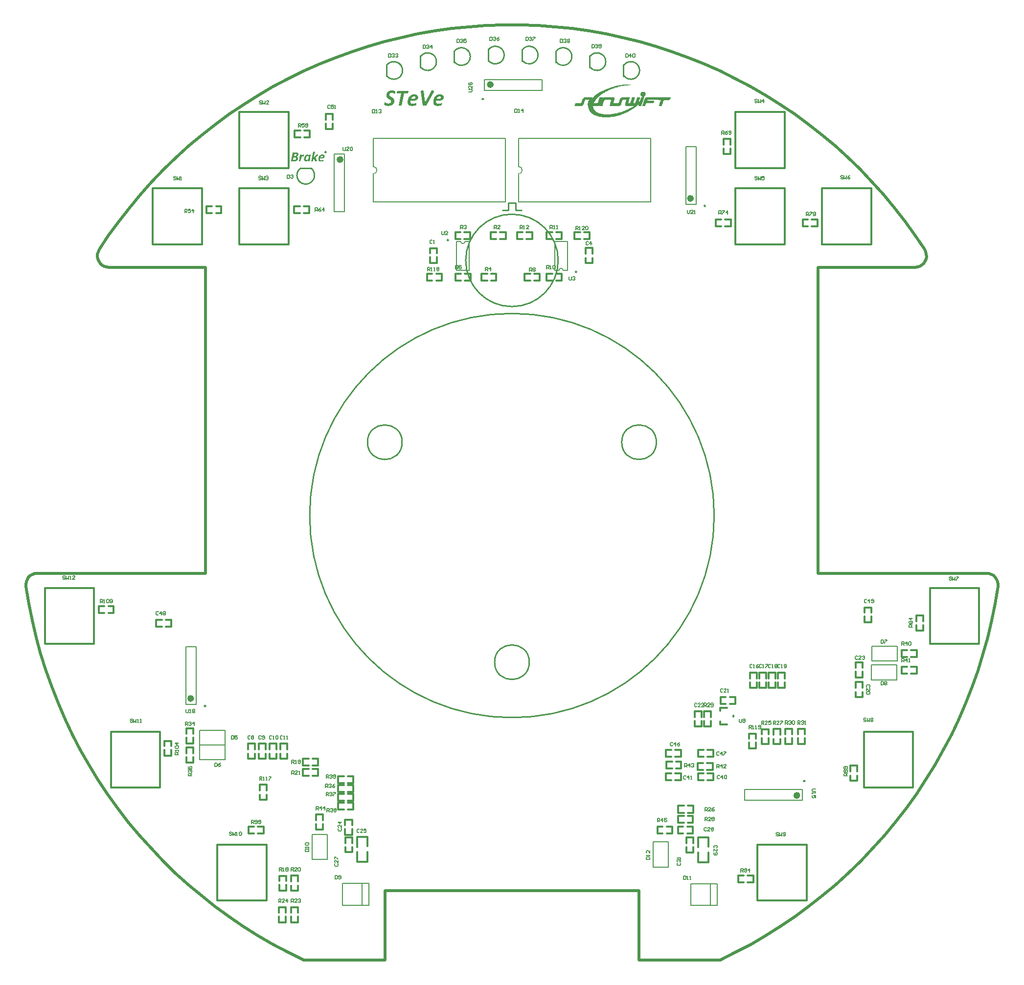
<source format=gto>
%FSAX25Y25*%
%MOIN*%
G70*
G01*
G75*
%ADD10O,0.08661X0.02362*%
%ADD11R,0.03000X0.03543*%
%ADD12R,0.05118X0.05512*%
%ADD13R,0.05512X0.05118*%
%ADD14R,0.03543X0.03000*%
%ADD15R,0.05000X0.06693*%
%ADD16R,0.04921X0.03937*%
%ADD17R,0.08661X0.02362*%
%ADD18O,0.08661X0.02362*%
%ADD19O,0.02362X0.08661*%
%ADD20R,0.09449X0.09843*%
%ADD21C,0.01575*%
%ADD22C,0.01181*%
%ADD23C,0.00984*%
%ADD24C,0.01000*%
%ADD25C,0.03150*%
%ADD26C,0.03937*%
%ADD27C,0.02756*%
%ADD28C,0.02362*%
%ADD29C,0.00591*%
%ADD30C,0.01969*%
%ADD31C,0.05906*%
%ADD32R,0.05906X0.05906*%
%ADD33C,0.05118*%
%ADD34C,0.07874*%
%ADD35O,0.10236X0.07874*%
%ADD36O,0.08268X0.07874*%
%ADD37R,0.05118X0.09843*%
%ADD38O,0.05118X0.09843*%
%ADD39R,0.06299X0.06299*%
%ADD40C,0.06299*%
%ADD41C,2.75591*%
%ADD42C,0.39370*%
%ADD43C,0.19685*%
%ADD44C,0.05500*%
%ADD45C,0.06693*%
%ADD46C,0.05000*%
%ADD47R,0.09646X0.09843*%
%ADD48R,0.09843X0.09449*%
%ADD49R,0.02362X0.08661*%
%ADD50O,0.02362X0.08661*%
%ADD51R,0.20866X0.07087*%
%ADD52O,0.03937X0.01024*%
%ADD53O,0.01024X0.03937*%
%ADD54R,0.03937X0.01024*%
%ADD55R,0.03543X0.01575*%
%ADD56R,0.09449X0.12598*%
%ADD57R,0.06693X0.05000*%
%ADD58R,0.09843X0.14961*%
%ADD59R,0.01969X0.05512*%
%ADD60O,0.08661X0.01575*%
%ADD61R,0.08661X0.01575*%
%ADD62R,0.18110X0.09252*%
%ADD63O,0.01378X0.06299*%
%ADD64R,0.07087X0.07874*%
%ADD65R,0.03543X0.01575*%
%ADD66R,0.09843X0.09646*%
%ADD67R,0.03937X0.04921*%
%ADD68O,0.02165X0.07874*%
%ADD69R,0.15000X0.19685*%
%ADD70R,0.01575X0.03543*%
%ADD71R,0.06000X0.06299*%
%ADD72R,0.06299X0.06000*%
%ADD73C,0.00787*%
%ADD74C,0.00141*%
%ADD75C,0.01378*%
%ADD76C,0.01200*%
G36*
X0739832Y0925099D02*
X0739959Y0925088D01*
X0740109Y0925076D01*
X0740247Y0925053D01*
X0740386Y0925030D01*
X0740397D01*
X0740443Y0925019D01*
X0740512Y0924996D01*
X0740593Y0924973D01*
X0740789Y0924903D01*
X0740881Y0924857D01*
X0740974Y0924800D01*
X0740985Y0924788D01*
X0741008Y0924776D01*
X0741054Y0924742D01*
X0741112Y0924696D01*
X0741227Y0924569D01*
X0741343Y0924408D01*
X0741354Y0924396D01*
X0741366Y0924361D01*
X0741389Y0924315D01*
X0741412Y0924258D01*
X0741435Y0924177D01*
X0741446Y0924073D01*
X0741469Y0923969D01*
Y0923854D01*
Y0923843D01*
Y0923808D01*
Y0923750D01*
X0741458Y0923681D01*
X0741446Y0923600D01*
X0741435Y0923520D01*
X0741389Y0923324D01*
Y0923312D01*
X0741377Y0923278D01*
X0741354Y0923232D01*
X0741331Y0923174D01*
X0741262Y0923036D01*
X0741158Y0922874D01*
X0741147Y0922863D01*
X0741135Y0922840D01*
X0741101Y0922805D01*
X0741054Y0922759D01*
X0740939Y0922643D01*
X0740801Y0922517D01*
X0740789Y0922505D01*
X0740766Y0922494D01*
X0740720Y0922459D01*
X0740662Y0922424D01*
X0740593Y0922390D01*
X0740524Y0922344D01*
X0740340Y0922263D01*
X0740351D01*
X0740374Y0922252D01*
X0740420D01*
X0740466Y0922228D01*
X0740593Y0922194D01*
X0740720Y0922125D01*
X0740731D01*
X0740755Y0922113D01*
X0740824Y0922056D01*
X0740916Y0921986D01*
X0741020Y0921883D01*
X0741031Y0921871D01*
X0741043Y0921859D01*
X0741089Y0921790D01*
X0741158Y0921675D01*
X0741216Y0921537D01*
Y0921525D01*
X0741227Y0921502D01*
X0741239Y0921456D01*
X0741250Y0921410D01*
X0741262Y0921341D01*
X0741273Y0921260D01*
X0741285Y0921087D01*
Y0921075D01*
Y0921052D01*
Y0921006D01*
X0741273Y0920949D01*
X0741262Y0920799D01*
X0741216Y0920626D01*
Y0920614D01*
X0741204Y0920580D01*
X0741193Y0920533D01*
X0741170Y0920476D01*
X0741112Y0920314D01*
X0741020Y0920142D01*
Y0920130D01*
X0740997Y0920107D01*
X0740974Y0920061D01*
X0740928Y0920003D01*
X0740824Y0919865D01*
X0740674Y0919703D01*
X0740662Y0919692D01*
X0740639Y0919669D01*
X0740593Y0919634D01*
X0740535Y0919576D01*
X0740455Y0919519D01*
X0740374Y0919461D01*
X0740167Y0919334D01*
X0740155Y0919323D01*
X0740109Y0919311D01*
X0740051Y0919277D01*
X0739970Y0919242D01*
X0739867Y0919207D01*
X0739751Y0919161D01*
X0739613Y0919115D01*
X0739475Y0919081D01*
X0739452D01*
X0739406Y0919069D01*
X0739325Y0919058D01*
X0739210Y0919046D01*
X0739083Y0919023D01*
X0738921Y0919011D01*
X0738748Y0919000D01*
X0736834D01*
X0736765Y0919011D01*
X0736661Y0919035D01*
X0736581Y0919092D01*
X0736569Y0919115D01*
X0736546Y0919161D01*
X0736535Y0919254D01*
Y0919311D01*
X0736546Y0919380D01*
X0737618Y0924719D01*
Y0924730D01*
X0737630Y0924753D01*
X0737641Y0924788D01*
X0737653Y0924834D01*
X0737699Y0924938D01*
X0737780Y0925019D01*
X0737791D01*
X0737803Y0925030D01*
X0737860Y0925065D01*
X0737964Y0925099D01*
X0738080Y0925111D01*
X0739717D01*
X0739832Y0925099D01*
D02*
G37*
G36*
X0744986Y0923635D02*
X0744998D01*
X0745032Y0923623D01*
X0745113Y0923600D01*
X0745124D01*
X0745159Y0923589D01*
X0745228Y0923566D01*
X0745240D01*
X0745263Y0923554D01*
X0745286Y0923543D01*
X0745309Y0923531D01*
X0745320Y0923520D01*
X0745332Y0923508D01*
X0745343Y0923474D01*
Y0923439D01*
Y0923427D01*
Y0923416D01*
Y0923370D01*
X0745332Y0923312D01*
Y0923301D01*
X0745320Y0923255D01*
X0745309Y0923197D01*
X0745297Y0923116D01*
Y0923093D01*
X0745286Y0923047D01*
X0745274Y0922966D01*
X0745251Y0922874D01*
Y0922851D01*
X0745240Y0922805D01*
X0745217Y0922736D01*
X0745194Y0922655D01*
Y0922643D01*
X0745171Y0922597D01*
X0745148Y0922540D01*
X0745113Y0922482D01*
X0745101Y0922470D01*
X0745078Y0922459D01*
X0745055Y0922436D01*
X0745009Y0922424D01*
X0744986D01*
X0744928Y0922436D01*
X0744917D01*
X0744905Y0922447D01*
X0744836Y0922470D01*
X0744825D01*
X0744802Y0922482D01*
X0744767Y0922494D01*
X0744721Y0922505D01*
X0744709D01*
X0744686Y0922517D01*
X0744640Y0922528D01*
X0744559D01*
X0744525Y0922517D01*
X0744479D01*
X0744363Y0922470D01*
X0744306Y0922447D01*
X0744237Y0922401D01*
X0744225D01*
X0744202Y0922378D01*
X0744168Y0922355D01*
X0744133Y0922309D01*
X0744018Y0922217D01*
X0743891Y0922079D01*
X0743879Y0922067D01*
X0743868Y0922044D01*
X0743833Y0921998D01*
X0743798Y0921952D01*
X0743752Y0921883D01*
X0743695Y0921802D01*
X0743591Y0921606D01*
Y0921594D01*
X0743568Y0921560D01*
X0743545Y0921502D01*
X0743522Y0921433D01*
X0743487Y0921352D01*
X0743464Y0921260D01*
X0743406Y0921052D01*
X0743026Y0919161D01*
Y0919150D01*
Y0919138D01*
X0743014Y0919104D01*
X0742991Y0919081D01*
X0742980D01*
X0742968Y0919058D01*
X0742934Y0919046D01*
X0742876Y0919023D01*
X0742865D01*
X0742830Y0919011D01*
X0742772Y0919000D01*
X0742692Y0918989D01*
X0742611D01*
X0742519Y0918977D01*
X0742207D01*
X0742115Y0918989D01*
X0742092D01*
X0742046Y0919000D01*
X0741988Y0919011D01*
X0741931Y0919023D01*
X0741919D01*
X0741896Y0919035D01*
X0741873Y0919058D01*
X0741850Y0919081D01*
Y0919092D01*
Y0919104D01*
Y0919161D01*
X0742692Y0923381D01*
Y0923393D01*
Y0923405D01*
X0742703Y0923439D01*
X0742726Y0923462D01*
X0742738Y0923474D01*
X0742749Y0923485D01*
X0742818Y0923508D01*
X0742830D01*
X0742865Y0923520D01*
X0742922Y0923531D01*
X0742991Y0923543D01*
X0743014D01*
X0743061Y0923554D01*
X0743141Y0923566D01*
X0743326D01*
X0743395Y0923554D01*
X0743476Y0923543D01*
X0743487D01*
X0743533Y0923531D01*
X0743568Y0923520D01*
X0743614Y0923508D01*
X0743625D01*
X0743649Y0923497D01*
X0743672Y0923485D01*
X0743683Y0923462D01*
X0743695Y0923439D01*
Y0923416D01*
Y0923381D01*
X0743559Y0922716D01*
X0743579Y0922736D01*
X0743603Y0922782D01*
X0743637Y0922828D01*
X0743718Y0922955D01*
X0743822Y0923082D01*
X0743833Y0923093D01*
X0743845Y0923116D01*
X0743914Y0923185D01*
X0744018Y0923278D01*
X0744133Y0923370D01*
X0744144Y0923381D01*
X0744168Y0923393D01*
X0744202Y0923416D01*
X0744237Y0923439D01*
X0744352Y0923508D01*
X0744479Y0923566D01*
X0744490D01*
X0744513Y0923577D01*
X0744548Y0923589D01*
X0744594Y0923612D01*
X0744709Y0923635D01*
X0744848Y0923647D01*
X0744940D01*
X0744986Y0923635D01*
D02*
G37*
G36*
X0820777Y0964726D02*
X0820969Y0964707D01*
X0821180Y0964669D01*
X0821392Y0964630D01*
X0821584Y0964573D01*
X0821603D01*
X0821680Y0964534D01*
X0821757Y0964496D01*
X0821892Y0964457D01*
X0822161Y0964304D01*
X0822430Y0964111D01*
X0822449Y0964092D01*
X0822487Y0964073D01*
X0822545Y0964015D01*
X0822622Y0963938D01*
X0822795Y0963727D01*
X0822929Y0963477D01*
Y0963458D01*
X0822949Y0963420D01*
X0822987Y0963343D01*
X0823026Y0963266D01*
X0823083Y0963016D01*
X0823102Y0962747D01*
Y0962728D01*
Y0962651D01*
X0823083Y0962555D01*
X0823064Y0962420D01*
X0823045Y0962247D01*
X0822987Y0962074D01*
X0822929Y0961901D01*
X0822833Y0961728D01*
X0822814Y0961709D01*
X0822795Y0961651D01*
X0822718Y0961574D01*
X0822641Y0961459D01*
X0822526Y0961325D01*
X0822391Y0961209D01*
X0822237Y0961075D01*
X0822045Y0960940D01*
X0822026Y0960921D01*
X0821949Y0960882D01*
X0821834Y0960825D01*
X0821680Y0960767D01*
X0821469Y0960690D01*
X0821238Y0960613D01*
X0820969Y0960536D01*
X0820662Y0960460D01*
X0820623D01*
X0820508Y0960440D01*
X0820335Y0960402D01*
X0820104Y0960383D01*
X0819816Y0960344D01*
X0819470Y0960306D01*
X0819105Y0960287D01*
X0817971D01*
Y0960248D01*
X0817951Y0960171D01*
X0817932Y0960037D01*
X0817913Y0959902D01*
Y0959883D01*
Y0959806D01*
Y0959691D01*
Y0959595D01*
Y0959575D01*
Y0959479D01*
X0817932Y0959364D01*
X0817951Y0959229D01*
X0817990Y0959076D01*
X0818048Y0958903D01*
X0818124Y0958749D01*
X0818240Y0958615D01*
X0818259Y0958595D01*
X0818297Y0958576D01*
X0818374Y0958518D01*
X0818490Y0958461D01*
X0818643Y0958403D01*
X0818816Y0958365D01*
X0819047Y0958326D01*
X0819297Y0958307D01*
X0819604D01*
X0819912Y0958326D01*
X0820219Y0958365D01*
X0820239D01*
X0820296Y0958384D01*
X0820373Y0958403D01*
X0820469Y0958422D01*
X0820700Y0958480D01*
X0820950Y0958538D01*
X0820969D01*
X0821008Y0958557D01*
X0821065Y0958576D01*
X0821123Y0958595D01*
X0821296Y0958653D01*
X0821469Y0958711D01*
X0821488D01*
X0821507Y0958730D01*
X0821584Y0958749D01*
X0821680Y0958768D01*
X0821757Y0958788D01*
X0821815D01*
X0821853Y0958768D01*
X0821892Y0958730D01*
X0821911Y0958711D01*
X0821930Y0958691D01*
X0821949Y0958634D01*
Y0958557D01*
Y0958538D01*
Y0958461D01*
X0821930Y0958365D01*
X0821911Y0958249D01*
Y0958211D01*
X0821892Y0958134D01*
X0821872Y0958038D01*
X0821853Y0957903D01*
Y0957884D01*
X0821834Y0957807D01*
X0821795Y0957692D01*
X0821738Y0957577D01*
X0821719Y0957557D01*
X0821699Y0957500D01*
X0821642Y0957423D01*
X0821584Y0957365D01*
X0821565Y0957346D01*
X0821507Y0957308D01*
X0821392Y0957250D01*
X0821238Y0957173D01*
X0821219D01*
X0821200Y0957154D01*
X0821142Y0957135D01*
X0821065Y0957115D01*
X0820873Y0957058D01*
X0820623Y0957000D01*
X0820565D01*
X0820488Y0956981D01*
X0820392Y0956962D01*
X0820277Y0956942D01*
X0820143Y0956923D01*
X0819835Y0956885D01*
X0819758D01*
X0819662Y0956866D01*
X0819566D01*
X0819412Y0956846D01*
X0819278D01*
X0818932Y0956827D01*
X0818663D01*
X0818490Y0956846D01*
X0818278Y0956866D01*
X0818067Y0956885D01*
X0817625Y0956981D01*
X0817605D01*
X0817529Y0957019D01*
X0817432Y0957038D01*
X0817298Y0957096D01*
X0816990Y0957250D01*
X0816683Y0957442D01*
X0816664Y0957461D01*
X0816625Y0957500D01*
X0816548Y0957577D01*
X0816471Y0957673D01*
X0816375Y0957788D01*
X0816279Y0957923D01*
X0816183Y0958095D01*
X0816106Y0958269D01*
Y0958288D01*
X0816087Y0958365D01*
X0816049Y0958461D01*
X0816029Y0958615D01*
X0815991Y0958788D01*
X0815953Y0958980D01*
X0815933Y0959210D01*
Y0959460D01*
Y0959479D01*
Y0959556D01*
Y0959672D01*
X0815953Y0959806D01*
Y0959979D01*
X0815972Y0960171D01*
X0816029Y0960594D01*
Y0960613D01*
X0816049Y0960690D01*
X0816068Y0960806D01*
X0816106Y0960959D01*
X0816145Y0961152D01*
X0816203Y0961344D01*
X0816337Y0961767D01*
X0816356Y0961786D01*
X0816375Y0961863D01*
X0816433Y0961978D01*
X0816491Y0962132D01*
X0816587Y0962305D01*
X0816683Y0962497D01*
X0816914Y0962901D01*
X0816933Y0962920D01*
X0816971Y0962997D01*
X0817048Y0963093D01*
X0817144Y0963227D01*
X0817260Y0963362D01*
X0817413Y0963535D01*
X0817740Y0963842D01*
X0817759Y0963861D01*
X0817836Y0963919D01*
X0817932Y0963977D01*
X0818067Y0964073D01*
X0818240Y0964188D01*
X0818432Y0964284D01*
X0818643Y0964400D01*
X0818874Y0964496D01*
X0818913Y0964515D01*
X0818989Y0964534D01*
X0819124Y0964573D01*
X0819297Y0964630D01*
X0819528Y0964669D01*
X0819777Y0964707D01*
X0820047Y0964726D01*
X0820354Y0964746D01*
X0820604D01*
X0820777Y0964726D01*
D02*
G37*
G36*
X0758003Y0923635D02*
X0758119Y0923623D01*
X0758246Y0923600D01*
X0758372Y0923577D01*
X0758488Y0923543D01*
X0758499D01*
X0758545Y0923520D01*
X0758592Y0923497D01*
X0758672Y0923474D01*
X0758834Y0923381D01*
X0758995Y0923266D01*
X0759007Y0923255D01*
X0759030Y0923243D01*
X0759064Y0923209D01*
X0759110Y0923162D01*
X0759214Y0923036D01*
X0759295Y0922886D01*
Y0922874D01*
X0759306Y0922851D01*
X0759329Y0922805D01*
X0759352Y0922759D01*
X0759387Y0922609D01*
X0759399Y0922447D01*
Y0922436D01*
Y0922390D01*
X0759387Y0922332D01*
X0759375Y0922252D01*
X0759364Y0922148D01*
X0759329Y0922044D01*
X0759295Y0921940D01*
X0759237Y0921836D01*
X0759226Y0921825D01*
X0759214Y0921790D01*
X0759168Y0921744D01*
X0759122Y0921675D01*
X0759053Y0921594D01*
X0758972Y0921525D01*
X0758880Y0921444D01*
X0758764Y0921364D01*
X0758753Y0921352D01*
X0758707Y0921329D01*
X0758638Y0921294D01*
X0758545Y0921260D01*
X0758419Y0921214D01*
X0758280Y0921168D01*
X0758119Y0921122D01*
X0757934Y0921075D01*
X0757911D01*
X0757842Y0921064D01*
X0757738Y0921041D01*
X0757600Y0921029D01*
X0757427Y0921006D01*
X0757219Y0920983D01*
X0757000Y0920972D01*
X0756320D01*
Y0920949D01*
X0756309Y0920902D01*
X0756297Y0920822D01*
X0756285Y0920741D01*
Y0920730D01*
Y0920683D01*
Y0920614D01*
Y0920557D01*
Y0920545D01*
Y0920487D01*
X0756297Y0920418D01*
X0756309Y0920337D01*
X0756332Y0920245D01*
X0756366Y0920142D01*
X0756412Y0920049D01*
X0756482Y0919969D01*
X0756493Y0919957D01*
X0756516Y0919946D01*
X0756562Y0919911D01*
X0756631Y0919876D01*
X0756724Y0919842D01*
X0756827Y0919819D01*
X0756966Y0919796D01*
X0757116Y0919784D01*
X0757300D01*
X0757485Y0919796D01*
X0757669Y0919819D01*
X0757681D01*
X0757715Y0919830D01*
X0757761Y0919842D01*
X0757819Y0919853D01*
X0757957Y0919888D01*
X0758107Y0919922D01*
X0758119D01*
X0758142Y0919934D01*
X0758176Y0919946D01*
X0758211Y0919957D01*
X0758315Y0919992D01*
X0758419Y0920026D01*
X0758430D01*
X0758442Y0920038D01*
X0758488Y0920049D01*
X0758545Y0920061D01*
X0758592Y0920072D01*
X0758626D01*
X0758649Y0920061D01*
X0758672Y0920038D01*
X0758684Y0920026D01*
X0758695Y0920015D01*
X0758707Y0919980D01*
Y0919934D01*
Y0919922D01*
Y0919876D01*
X0758695Y0919819D01*
X0758684Y0919750D01*
Y0919726D01*
X0758672Y0919680D01*
X0758661Y0919623D01*
X0758649Y0919542D01*
Y0919530D01*
X0758638Y0919484D01*
X0758614Y0919415D01*
X0758580Y0919346D01*
X0758568Y0919334D01*
X0758557Y0919300D01*
X0758522Y0919254D01*
X0758488Y0919219D01*
X0758476Y0919207D01*
X0758442Y0919184D01*
X0758372Y0919150D01*
X0758280Y0919104D01*
X0758269D01*
X0758257Y0919092D01*
X0758222Y0919081D01*
X0758176Y0919069D01*
X0758061Y0919035D01*
X0757911Y0919000D01*
X0757877D01*
X0757830Y0918989D01*
X0757773Y0918977D01*
X0757704Y0918965D01*
X0757623Y0918954D01*
X0757439Y0918931D01*
X0757392D01*
X0757335Y0918919D01*
X0757277D01*
X0757185Y0918908D01*
X0757104D01*
X0756897Y0918896D01*
X0756735D01*
X0756631Y0918908D01*
X0756505Y0918919D01*
X0756378Y0918931D01*
X0756112Y0918989D01*
X0756101D01*
X0756055Y0919011D01*
X0755997Y0919023D01*
X0755917Y0919058D01*
X0755732Y0919150D01*
X0755548Y0919265D01*
X0755536Y0919277D01*
X0755513Y0919300D01*
X0755467Y0919346D01*
X0755421Y0919403D01*
X0755363Y0919473D01*
X0755305Y0919553D01*
X0755248Y0919657D01*
X0755202Y0919761D01*
Y0919773D01*
X0755190Y0919819D01*
X0755167Y0919876D01*
X0755156Y0919969D01*
X0755132Y0920072D01*
X0755109Y0920188D01*
X0755098Y0920326D01*
Y0920476D01*
Y0920487D01*
Y0920533D01*
Y0920603D01*
X0755109Y0920683D01*
Y0920787D01*
X0755121Y0920902D01*
X0755156Y0921156D01*
Y0921168D01*
X0755167Y0921214D01*
X0755179Y0921283D01*
X0755202Y0921375D01*
X0755225Y0921490D01*
X0755259Y0921606D01*
X0755340Y0921859D01*
X0755352Y0921871D01*
X0755363Y0921917D01*
X0755398Y0921986D01*
X0755432Y0922079D01*
X0755490Y0922182D01*
X0755548Y0922298D01*
X0755686Y0922540D01*
X0755697Y0922551D01*
X0755721Y0922597D01*
X0755767Y0922655D01*
X0755824Y0922736D01*
X0755894Y0922816D01*
X0755986Y0922920D01*
X0756182Y0923105D01*
X0756193Y0923116D01*
X0756239Y0923151D01*
X0756297Y0923185D01*
X0756378Y0923243D01*
X0756482Y0923312D01*
X0756597Y0923370D01*
X0756724Y0923439D01*
X0756862Y0923497D01*
X0756885Y0923508D01*
X0756931Y0923520D01*
X0757012Y0923543D01*
X0757116Y0923577D01*
X0757254Y0923600D01*
X0757404Y0923623D01*
X0757565Y0923635D01*
X0757750Y0923647D01*
X0757900D01*
X0758003Y0923635D01*
D02*
G37*
G36*
X0747811D02*
X0747903Y0923623D01*
X0748019Y0923600D01*
X0748134Y0923577D01*
X0748249Y0923531D01*
X0748364Y0923474D01*
X0748376Y0923462D01*
X0748411Y0923439D01*
X0748468Y0923405D01*
X0748549Y0923358D01*
X0748630Y0923289D01*
X0748710Y0923209D01*
X0748803Y0923116D01*
X0748895Y0923001D01*
X0748976Y0923381D01*
Y0923393D01*
X0748998Y0923439D01*
X0749045Y0923474D01*
X0749114Y0923520D01*
X0749125D01*
X0749137Y0923531D01*
X0749171D01*
X0749218Y0923543D01*
X0749275Y0923554D01*
X0749356D01*
X0749437Y0923566D01*
X0749621D01*
X0749702Y0923554D01*
X0749771Y0923543D01*
X0749794D01*
X0749829Y0923531D01*
X0749875Y0923520D01*
X0749921Y0923508D01*
X0749932D01*
X0749956Y0923497D01*
X0749979Y0923485D01*
X0749990Y0923462D01*
X0750002Y0923439D01*
X0750013Y0923381D01*
X0749171Y0919150D01*
Y0919138D01*
X0749148Y0919104D01*
X0749091Y0919058D01*
X0749010Y0919011D01*
X0748987D01*
X0748952Y0919000D01*
X0748906D01*
X0748849Y0918989D01*
X0748779D01*
X0748699Y0918977D01*
X0748434D01*
X0748353Y0918989D01*
X0748341D01*
X0748295Y0919000D01*
X0748249D01*
X0748203Y0919011D01*
X0748191D01*
X0748180Y0919023D01*
X0748134Y0919069D01*
Y0919081D01*
Y0919092D01*
Y0919150D01*
X0748258Y0919816D01*
X0748249Y0919807D01*
X0748203Y0919738D01*
X0748134Y0919634D01*
X0748030Y0919507D01*
X0748019Y0919496D01*
X0748007Y0919484D01*
X0747972Y0919450D01*
X0747926Y0919415D01*
X0747811Y0919311D01*
X0747661Y0919207D01*
X0747649D01*
X0747626Y0919184D01*
X0747580Y0919161D01*
X0747523Y0919127D01*
X0747453Y0919092D01*
X0747373Y0919058D01*
X0747188Y0918989D01*
X0747177D01*
X0747142Y0918977D01*
X0747096Y0918965D01*
X0747027Y0918942D01*
X0746946Y0918931D01*
X0746854Y0918908D01*
X0746658Y0918896D01*
X0746600D01*
X0746531Y0918908D01*
X0746439D01*
X0746347Y0918931D01*
X0746243Y0918954D01*
X0746139Y0918977D01*
X0746035Y0919023D01*
X0746024Y0919035D01*
X0745989Y0919046D01*
X0745943Y0919081D01*
X0745885Y0919115D01*
X0745759Y0919219D01*
X0745632Y0919369D01*
X0745620Y0919380D01*
X0745609Y0919415D01*
X0745586Y0919461D01*
X0745551Y0919519D01*
X0745516Y0919600D01*
X0745482Y0919680D01*
X0745413Y0919888D01*
Y0919899D01*
X0745401Y0919934D01*
X0745390Y0919992D01*
Y0920072D01*
X0745378Y0920164D01*
X0745367Y0920268D01*
X0745355Y0920499D01*
Y0920510D01*
Y0920557D01*
Y0920614D01*
X0745367Y0920695D01*
Y0920787D01*
X0745378Y0920902D01*
X0745401Y0921145D01*
Y0921156D01*
X0745413Y0921202D01*
X0745424Y0921271D01*
X0745447Y0921364D01*
X0745470Y0921479D01*
X0745493Y0921594D01*
X0745574Y0921848D01*
X0745586Y0921859D01*
X0745597Y0921906D01*
X0745620Y0921975D01*
X0745666Y0922067D01*
X0745701Y0922159D01*
X0745759Y0922274D01*
X0745885Y0922517D01*
X0745897Y0922528D01*
X0745920Y0922574D01*
X0745955Y0922632D01*
X0746012Y0922713D01*
X0746070Y0922805D01*
X0746151Y0922897D01*
X0746324Y0923093D01*
X0746335Y0923105D01*
X0746370Y0923139D01*
X0746427Y0923185D01*
X0746496Y0923243D01*
X0746589Y0923301D01*
X0746693Y0923370D01*
X0746923Y0923497D01*
X0746935Y0923508D01*
X0746981Y0923520D01*
X0747050Y0923543D01*
X0747142Y0923577D01*
X0747258Y0923600D01*
X0747384Y0923623D01*
X0747523Y0923635D01*
X0747673Y0923647D01*
X0747742D01*
X0747811Y0923635D01*
D02*
G37*
G36*
X0752423Y0925561D02*
X0752515Y0925549D01*
X0752538D01*
X0752584Y0925537D01*
X0752642Y0925526D01*
X0752688Y0925515D01*
X0752700D01*
X0752723Y0925503D01*
X0752746Y0925480D01*
X0752769Y0925445D01*
X0752780Y0925422D01*
Y0925399D01*
Y0925365D01*
X0752042Y0921675D01*
X0753622Y0923358D01*
X0753634Y0923370D01*
X0753657Y0923393D01*
X0753714Y0923451D01*
X0753726Y0923462D01*
X0753749Y0923474D01*
X0753795Y0923497D01*
X0753853Y0923520D01*
X0753864D01*
X0753910Y0923531D01*
X0753979Y0923543D01*
X0754060Y0923554D01*
X0754083D01*
X0754152Y0923566D01*
X0754567D01*
X0754660Y0923554D01*
X0754683D01*
X0754729Y0923543D01*
X0754787Y0923531D01*
X0754833Y0923520D01*
X0754844D01*
X0754867Y0923508D01*
X0754902Y0923485D01*
X0754925Y0923462D01*
X0754937D01*
X0754948Y0923439D01*
X0754959Y0923416D01*
Y0923393D01*
Y0923381D01*
X0754948Y0923335D01*
X0754937Y0923278D01*
X0754890Y0923209D01*
X0754879Y0923197D01*
X0754844Y0923139D01*
X0754775Y0923059D01*
X0754683Y0922955D01*
X0753207Y0921548D01*
X0754164Y0919519D01*
X0754176Y0919507D01*
X0754199Y0919461D01*
X0754222Y0919392D01*
X0754233Y0919323D01*
Y0919311D01*
X0754245Y0919277D01*
X0754256Y0919231D01*
Y0919196D01*
Y0919184D01*
Y0919161D01*
X0754245Y0919127D01*
X0754222Y0919092D01*
X0754210Y0919081D01*
X0754199Y0919069D01*
X0754164Y0919046D01*
X0754118Y0919023D01*
X0754106D01*
X0754072Y0919011D01*
X0754003Y0919000D01*
X0753922Y0918989D01*
X0753841D01*
X0753737Y0918977D01*
X0753391D01*
X0753299Y0918989D01*
X0753276D01*
X0753230Y0919000D01*
X0753172D01*
X0753115Y0919011D01*
X0753103D01*
X0753080Y0919023D01*
X0753022Y0919069D01*
Y0919081D01*
X0753011Y0919104D01*
X0752988Y0919173D01*
X0751985Y0921387D01*
X0751547Y0919161D01*
Y0919150D01*
X0751535Y0919138D01*
X0751524Y0919104D01*
X0751489Y0919081D01*
X0751477D01*
X0751466Y0919058D01*
X0751431Y0919046D01*
X0751385Y0919023D01*
X0751374D01*
X0751339Y0919011D01*
X0751270Y0919000D01*
X0751189Y0918989D01*
X0751109D01*
X0751028Y0918977D01*
X0750705D01*
X0750613Y0918989D01*
X0750601D01*
X0750555Y0919000D01*
X0750497D01*
X0750440Y0919011D01*
X0750428D01*
X0750405Y0919023D01*
X0750382Y0919046D01*
X0750359Y0919069D01*
Y0919081D01*
Y0919092D01*
Y0919150D01*
X0751604Y0925365D01*
Y0925376D01*
Y0925388D01*
X0751616Y0925422D01*
X0751639Y0925445D01*
X0751650Y0925457D01*
X0751662Y0925468D01*
X0751696Y0925491D01*
X0751743Y0925515D01*
X0751754D01*
X0751800Y0925526D01*
X0751858Y0925537D01*
X0751939Y0925549D01*
X0751962D01*
X0752019Y0925561D01*
X0752112Y0925572D01*
X0752331D01*
X0752423Y0925561D01*
D02*
G37*
G36*
X0805708Y0967340D02*
X0805958Y0967302D01*
X0805977D01*
X0806016Y0967283D01*
X0806093D01*
X0806170Y0967264D01*
X0806381Y0967206D01*
X0806612Y0967148D01*
X0806631D01*
X0806669Y0967129D01*
X0806785Y0967091D01*
X0806938Y0967033D01*
X0807111Y0966956D01*
X0807131D01*
X0807150Y0966937D01*
X0807227Y0966898D01*
X0807323Y0966841D01*
X0807400Y0966783D01*
X0807419Y0966764D01*
X0807438Y0966725D01*
X0807515Y0966610D01*
Y0966591D01*
X0807534Y0966552D01*
X0807553Y0966495D01*
Y0966418D01*
Y0966399D01*
Y0966360D01*
Y0966302D01*
X0807534Y0966226D01*
Y0966206D01*
X0807515Y0966149D01*
Y0966072D01*
X0807496Y0965956D01*
Y0965937D01*
X0807477Y0965880D01*
X0807457Y0965784D01*
X0807438Y0965668D01*
Y0965649D01*
X0807419Y0965591D01*
X0807380Y0965514D01*
X0807342Y0965418D01*
Y0965399D01*
X0807323Y0965361D01*
X0807227Y0965226D01*
Y0965207D01*
X0807188Y0965188D01*
X0807150Y0965168D01*
X0807111Y0965149D01*
X0807092D01*
X0807034Y0965168D01*
X0806938Y0965188D01*
X0806823Y0965245D01*
X0806804Y0965265D01*
X0806708Y0965303D01*
X0806592Y0965361D01*
X0806419Y0965438D01*
X0806400D01*
X0806381Y0965457D01*
X0806266Y0965514D01*
X0806093Y0965572D01*
X0805862Y0965649D01*
X0805843D01*
X0805804Y0965668D01*
X0805747Y0965687D01*
X0805651Y0965707D01*
X0805420Y0965745D01*
X0805132Y0965764D01*
X0804978D01*
X0804882Y0965745D01*
X0804651Y0965707D01*
X0804401Y0965630D01*
X0804382D01*
X0804363Y0965611D01*
X0804228Y0965553D01*
X0804075Y0965457D01*
X0803921Y0965322D01*
X0803902Y0965284D01*
X0803825Y0965188D01*
X0803729Y0965053D01*
X0803652Y0964880D01*
Y0964861D01*
X0803633Y0964842D01*
X0803613Y0964726D01*
X0803594Y0964573D01*
X0803575Y0964400D01*
Y0964380D01*
Y0964361D01*
X0803594Y0964246D01*
X0803633Y0964073D01*
X0803710Y0963900D01*
X0803729Y0963861D01*
X0803806Y0963765D01*
X0803921Y0963650D01*
X0804075Y0963496D01*
X0804094D01*
X0804113Y0963458D01*
X0804228Y0963381D01*
X0804401Y0963285D01*
X0804613Y0963150D01*
X0804632D01*
X0804671Y0963112D01*
X0804728Y0963093D01*
X0804805Y0963035D01*
X0804997Y0962920D01*
X0805228Y0962785D01*
X0805247D01*
X0805285Y0962747D01*
X0805343Y0962708D01*
X0805420Y0962670D01*
X0805612Y0962535D01*
X0805824Y0962362D01*
X0805843D01*
X0805881Y0962324D01*
X0805939Y0962286D01*
X0806016Y0962228D01*
X0806189Y0962055D01*
X0806362Y0961843D01*
X0806381Y0961824D01*
X0806400Y0961786D01*
X0806458Y0961728D01*
X0806496Y0961651D01*
X0806631Y0961440D01*
X0806746Y0961171D01*
Y0961152D01*
X0806765Y0961113D01*
X0806804Y0961017D01*
X0806823Y0960921D01*
X0806861Y0960786D01*
X0806881Y0960652D01*
X0806900Y0960306D01*
Y0960267D01*
Y0960171D01*
X0806881Y0960037D01*
X0806861Y0959845D01*
X0806823Y0959633D01*
X0806765Y0959402D01*
X0806689Y0959172D01*
X0806592Y0958922D01*
X0806573Y0958903D01*
X0806535Y0958807D01*
X0806458Y0958691D01*
X0806381Y0958538D01*
X0806246Y0958365D01*
X0806112Y0958192D01*
X0805939Y0957999D01*
X0805747Y0957807D01*
X0805728Y0957788D01*
X0805651Y0957730D01*
X0805535Y0957654D01*
X0805382Y0957538D01*
X0805189Y0957423D01*
X0804959Y0957308D01*
X0804709Y0957192D01*
X0804421Y0957077D01*
X0804382Y0957058D01*
X0804286Y0957038D01*
X0804132Y0957000D01*
X0803921Y0956962D01*
X0803671Y0956904D01*
X0803383Y0956866D01*
X0803056Y0956846D01*
X0802710Y0956827D01*
X0802518D01*
X0802402Y0956846D01*
X0802249D01*
X0802095Y0956866D01*
X0801749Y0956923D01*
X0801730D01*
X0801672Y0956942D01*
X0801595Y0956962D01*
X0801499Y0956981D01*
X0801249Y0957038D01*
X0800999Y0957096D01*
X0800980D01*
X0800942Y0957115D01*
X0800884Y0957135D01*
X0800807Y0957173D01*
X0800634Y0957250D01*
X0800442Y0957346D01*
X0800404Y0957365D01*
X0800307Y0957423D01*
X0800192Y0957500D01*
X0800096Y0957596D01*
X0800077Y0957615D01*
X0800058Y0957692D01*
X0800019Y0957807D01*
X0800000Y0957961D01*
Y0957980D01*
Y0957999D01*
Y0958057D01*
Y0958134D01*
Y0958153D01*
X0800019Y0958211D01*
Y0958307D01*
X0800038Y0958403D01*
Y0958422D01*
X0800058Y0958499D01*
X0800096Y0958595D01*
X0800115Y0958711D01*
Y0958730D01*
X0800134Y0958807D01*
X0800173Y0958884D01*
X0800211Y0958980D01*
X0800231Y0958999D01*
X0800250Y0959056D01*
X0800288Y0959133D01*
X0800327Y0959191D01*
X0800346Y0959210D01*
X0800384Y0959249D01*
X0800423Y0959268D01*
X0800480Y0959287D01*
X0800500D01*
X0800577Y0959268D01*
X0800673Y0959229D01*
X0800788Y0959153D01*
X0800826Y0959133D01*
X0800923Y0959076D01*
X0801057Y0958999D01*
X0801249Y0958884D01*
X0801268D01*
X0801307Y0958864D01*
X0801365Y0958826D01*
X0801441Y0958807D01*
X0801653Y0958711D01*
X0801903Y0958615D01*
X0801922D01*
X0801980Y0958595D01*
X0802057Y0958576D01*
X0802153Y0958557D01*
X0802287Y0958538D01*
X0802441Y0958518D01*
X0802806Y0958499D01*
X0802979D01*
X0803075Y0958518D01*
X0803344Y0958557D01*
X0803613Y0958615D01*
X0803633D01*
X0803671Y0958634D01*
X0803729Y0958653D01*
X0803825Y0958691D01*
X0803998Y0958788D01*
X0804190Y0958922D01*
X0804209Y0958941D01*
X0804228Y0958960D01*
X0804325Y0959056D01*
X0804459Y0959210D01*
X0804555Y0959402D01*
Y0959422D01*
X0804574Y0959441D01*
X0804594Y0959499D01*
X0804632Y0959575D01*
X0804671Y0959768D01*
X0804690Y0959998D01*
Y0960017D01*
Y0960056D01*
X0804671Y0960171D01*
X0804632Y0960325D01*
X0804536Y0960498D01*
Y0960517D01*
X0804517Y0960536D01*
X0804440Y0960633D01*
X0804325Y0960767D01*
X0804171Y0960902D01*
X0804152D01*
X0804132Y0960940D01*
X0804017Y0961017D01*
X0803844Y0961132D01*
X0803633Y0961267D01*
X0803613D01*
X0803575Y0961305D01*
X0803517Y0961325D01*
X0803460Y0961382D01*
X0803267Y0961478D01*
X0803037Y0961613D01*
X0803018D01*
X0802979Y0961651D01*
X0802921Y0961690D01*
X0802864Y0961728D01*
X0802672Y0961863D01*
X0802441Y0962016D01*
X0802422Y0962036D01*
X0802402Y0962055D01*
X0802268Y0962170D01*
X0802095Y0962324D01*
X0801922Y0962535D01*
Y0962555D01*
X0801884Y0962593D01*
X0801845Y0962651D01*
X0801787Y0962747D01*
X0801672Y0962958D01*
X0801557Y0963227D01*
Y0963247D01*
X0801538Y0963304D01*
X0801518Y0963381D01*
X0801499Y0963477D01*
X0801461Y0963612D01*
X0801441Y0963765D01*
X0801422Y0964131D01*
Y0964169D01*
Y0964246D01*
X0801441Y0964380D01*
X0801461Y0964554D01*
X0801480Y0964765D01*
X0801538Y0964976D01*
X0801595Y0965207D01*
X0801691Y0965438D01*
X0801711Y0965457D01*
X0801749Y0965534D01*
X0801807Y0965649D01*
X0801903Y0965784D01*
X0802018Y0965956D01*
X0802153Y0966110D01*
X0802306Y0966283D01*
X0802479Y0966456D01*
X0802499Y0966475D01*
X0802575Y0966533D01*
X0802672Y0966610D01*
X0802825Y0966706D01*
X0802998Y0966821D01*
X0803191Y0966937D01*
X0803421Y0967033D01*
X0803671Y0967129D01*
X0803710Y0967148D01*
X0803806Y0967167D01*
X0803940Y0967206D01*
X0804132Y0967264D01*
X0804363Y0967302D01*
X0804632Y0967340D01*
X0804920Y0967360D01*
X0805228Y0967379D01*
X0805459D01*
X0805708Y0967340D01*
D02*
G37*
G36*
X0833462Y0967225D02*
X0833635Y0967206D01*
X0833673D01*
X0833750Y0967187D01*
X0833846Y0967148D01*
X0833904Y0967091D01*
X0833923Y0967071D01*
X0833943Y0967033D01*
Y0966956D01*
X0833923Y0966841D01*
Y0966802D01*
X0833885Y0966725D01*
X0833827Y0966591D01*
X0833731Y0966399D01*
X0828907Y0957365D01*
X0828888Y0957346D01*
X0828868Y0957288D01*
X0828753Y0957135D01*
X0828734Y0957115D01*
X0828695Y0957096D01*
X0828619Y0957058D01*
X0828522Y0957019D01*
X0828503D01*
X0828426Y0957000D01*
X0828311D01*
X0828138Y0956981D01*
X0827965D01*
X0827754Y0956962D01*
X0826966D01*
X0826735Y0956981D01*
X0826697D01*
X0826581Y0957000D01*
X0826447D01*
X0826312Y0957019D01*
X0826293D01*
X0826235Y0957058D01*
X0826178Y0957077D01*
X0826120Y0957135D01*
Y0957154D01*
X0826101Y0957211D01*
X0826081Y0957288D01*
X0826062Y0957384D01*
X0824832Y0966591D01*
Y0966610D01*
Y0966629D01*
X0824813Y0966706D01*
X0824794Y0966821D01*
Y0966918D01*
Y0966937D01*
X0824813Y0966994D01*
X0824852Y0967052D01*
X0824909Y0967110D01*
X0824928Y0967129D01*
X0824986Y0967148D01*
X0825101Y0967187D01*
X0825236Y0967206D01*
X0825274D01*
X0825390Y0967225D01*
X0825582Y0967244D01*
X0826254D01*
X0826447Y0967225D01*
X0826485D01*
X0826562Y0967206D01*
X0826677Y0967187D01*
X0826773Y0967148D01*
X0826793D01*
X0826831Y0967129D01*
X0826889Y0967091D01*
X0826908Y0967033D01*
Y0967014D01*
X0826927Y0966975D01*
X0826946Y0966918D01*
X0826966Y0966841D01*
X0827831Y0958999D01*
X0827850D01*
X0831809Y0966860D01*
Y0966879D01*
X0831847Y0966937D01*
X0831924Y0967052D01*
X0831944Y0967071D01*
X0831982Y0967091D01*
X0832040Y0967129D01*
X0832117Y0967167D01*
X0832136D01*
X0832213Y0967187D01*
X0832328Y0967206D01*
X0832463Y0967225D01*
X0832559D01*
X0832616Y0967244D01*
X0833270D01*
X0833462Y0967225D01*
D02*
G37*
G36*
X0838229Y0964726D02*
X0838421Y0964707D01*
X0838632Y0964669D01*
X0838844Y0964630D01*
X0839036Y0964573D01*
X0839055D01*
X0839132Y0964534D01*
X0839209Y0964496D01*
X0839343Y0964457D01*
X0839612Y0964304D01*
X0839882Y0964111D01*
X0839901Y0964092D01*
X0839939Y0964073D01*
X0839997Y0964015D01*
X0840074Y0963938D01*
X0840247Y0963727D01*
X0840381Y0963477D01*
Y0963458D01*
X0840400Y0963420D01*
X0840439Y0963343D01*
X0840477Y0963266D01*
X0840535Y0963016D01*
X0840554Y0962747D01*
Y0962728D01*
Y0962651D01*
X0840535Y0962555D01*
X0840516Y0962420D01*
X0840497Y0962247D01*
X0840439Y0962074D01*
X0840381Y0961901D01*
X0840285Y0961728D01*
X0840266Y0961709D01*
X0840247Y0961651D01*
X0840170Y0961574D01*
X0840093Y0961459D01*
X0839978Y0961325D01*
X0839843Y0961209D01*
X0839689Y0961075D01*
X0839497Y0960940D01*
X0839478Y0960921D01*
X0839401Y0960882D01*
X0839286Y0960825D01*
X0839132Y0960767D01*
X0838920Y0960690D01*
X0838690Y0960613D01*
X0838421Y0960536D01*
X0838113Y0960460D01*
X0838075D01*
X0837959Y0960440D01*
X0837786Y0960402D01*
X0837556Y0960383D01*
X0837268Y0960344D01*
X0836922Y0960306D01*
X0836556Y0960287D01*
X0835423D01*
Y0960248D01*
X0835403Y0960171D01*
X0835384Y0960037D01*
X0835365Y0959902D01*
Y0959883D01*
Y0959806D01*
Y0959691D01*
Y0959595D01*
Y0959575D01*
Y0959479D01*
X0835384Y0959364D01*
X0835403Y0959229D01*
X0835442Y0959076D01*
X0835499Y0958903D01*
X0835576Y0958749D01*
X0835692Y0958615D01*
X0835711Y0958595D01*
X0835749Y0958576D01*
X0835826Y0958518D01*
X0835941Y0958461D01*
X0836095Y0958403D01*
X0836268Y0958365D01*
X0836499Y0958326D01*
X0836749Y0958307D01*
X0837056D01*
X0837364Y0958326D01*
X0837671Y0958365D01*
X0837690D01*
X0837748Y0958384D01*
X0837825Y0958403D01*
X0837921Y0958422D01*
X0838152Y0958480D01*
X0838402Y0958538D01*
X0838421D01*
X0838459Y0958557D01*
X0838517Y0958576D01*
X0838575Y0958595D01*
X0838748Y0958653D01*
X0838920Y0958711D01*
X0838940D01*
X0838959Y0958730D01*
X0839036Y0958749D01*
X0839132Y0958768D01*
X0839209Y0958788D01*
X0839266D01*
X0839305Y0958768D01*
X0839343Y0958730D01*
X0839363Y0958711D01*
X0839382Y0958691D01*
X0839401Y0958634D01*
Y0958557D01*
Y0958538D01*
Y0958461D01*
X0839382Y0958365D01*
X0839363Y0958249D01*
Y0958211D01*
X0839343Y0958134D01*
X0839324Y0958038D01*
X0839305Y0957903D01*
Y0957884D01*
X0839286Y0957807D01*
X0839247Y0957692D01*
X0839190Y0957577D01*
X0839170Y0957557D01*
X0839151Y0957500D01*
X0839093Y0957423D01*
X0839036Y0957365D01*
X0839017Y0957346D01*
X0838959Y0957308D01*
X0838844Y0957250D01*
X0838690Y0957173D01*
X0838671D01*
X0838651Y0957154D01*
X0838594Y0957135D01*
X0838517Y0957115D01*
X0838325Y0957058D01*
X0838075Y0957000D01*
X0838017D01*
X0837940Y0956981D01*
X0837844Y0956962D01*
X0837729Y0956942D01*
X0837594Y0956923D01*
X0837287Y0956885D01*
X0837210D01*
X0837114Y0956866D01*
X0837018D01*
X0836864Y0956846D01*
X0836729D01*
X0836384Y0956827D01*
X0836114D01*
X0835941Y0956846D01*
X0835730Y0956866D01*
X0835519Y0956885D01*
X0835077Y0956981D01*
X0835057D01*
X0834980Y0957019D01*
X0834884Y0957038D01*
X0834750Y0957096D01*
X0834442Y0957250D01*
X0834135Y0957442D01*
X0834116Y0957461D01*
X0834077Y0957500D01*
X0834000Y0957577D01*
X0833923Y0957673D01*
X0833827Y0957788D01*
X0833731Y0957923D01*
X0833635Y0958095D01*
X0833558Y0958269D01*
Y0958288D01*
X0833539Y0958365D01*
X0833500Y0958461D01*
X0833481Y0958615D01*
X0833443Y0958788D01*
X0833404Y0958980D01*
X0833385Y0959210D01*
Y0959460D01*
Y0959479D01*
Y0959556D01*
Y0959672D01*
X0833404Y0959806D01*
Y0959979D01*
X0833424Y0960171D01*
X0833481Y0960594D01*
Y0960613D01*
X0833500Y0960690D01*
X0833520Y0960806D01*
X0833558Y0960959D01*
X0833597Y0961152D01*
X0833654Y0961344D01*
X0833789Y0961767D01*
X0833808Y0961786D01*
X0833827Y0961863D01*
X0833885Y0961978D01*
X0833943Y0962132D01*
X0834039Y0962305D01*
X0834135Y0962497D01*
X0834365Y0962901D01*
X0834385Y0962920D01*
X0834423Y0962997D01*
X0834500Y0963093D01*
X0834596Y0963227D01*
X0834711Y0963362D01*
X0834865Y0963535D01*
X0835192Y0963842D01*
X0835211Y0963861D01*
X0835288Y0963919D01*
X0835384Y0963977D01*
X0835519Y0964073D01*
X0835692Y0964188D01*
X0835884Y0964284D01*
X0836095Y0964400D01*
X0836326Y0964496D01*
X0836364Y0964515D01*
X0836441Y0964534D01*
X0836576Y0964573D01*
X0836749Y0964630D01*
X0836979Y0964669D01*
X0837229Y0964707D01*
X0837498Y0964726D01*
X0837806Y0964746D01*
X0838056D01*
X0838229Y0964726D01*
D02*
G37*
G36*
X0816414Y0967167D02*
X0816471Y0967148D01*
X0816510Y0967091D01*
X0816529Y0967071D01*
X0816548Y0967033D01*
X0816568Y0966956D01*
Y0966841D01*
Y0966821D01*
Y0966802D01*
Y0966745D01*
X0816548Y0966668D01*
Y0966648D01*
X0816529Y0966591D01*
Y0966514D01*
X0816510Y0966399D01*
Y0966379D01*
X0816491Y0966302D01*
X0816471Y0966187D01*
X0816433Y0966072D01*
Y0966053D01*
X0816414Y0965976D01*
X0816375Y0965880D01*
X0816337Y0965784D01*
X0816318Y0965764D01*
X0816299Y0965707D01*
X0816183Y0965572D01*
X0816164Y0965553D01*
X0816126Y0965534D01*
X0816087Y0965514D01*
X0816010Y0965495D01*
X0813473D01*
X0811839Y0957288D01*
Y0957269D01*
X0811820Y0957250D01*
X0811801Y0957192D01*
X0811743Y0957135D01*
X0811724D01*
X0811705Y0957096D01*
X0811647Y0957077D01*
X0811551Y0957038D01*
X0811532D01*
X0811474Y0957019D01*
X0811359Y0957000D01*
X0811224Y0956981D01*
X0811090D01*
X0810936Y0956962D01*
X0810379D01*
X0810225Y0956981D01*
X0810187D01*
X0810110Y0957000D01*
X0810014Y0957019D01*
X0809918Y0957038D01*
X0809898D01*
X0809860Y0957058D01*
X0809802Y0957096D01*
X0809764Y0957135D01*
Y0957154D01*
Y0957192D01*
Y0957288D01*
X0811397Y0965495D01*
X0808822D01*
X0808784Y0965514D01*
X0808726Y0965534D01*
X0808687Y0965572D01*
Y0965591D01*
X0808668Y0965630D01*
X0808649Y0965707D01*
Y0965803D01*
Y0965822D01*
Y0965860D01*
Y0965918D01*
Y0965995D01*
Y0966014D01*
X0808668Y0966072D01*
Y0966149D01*
X0808687Y0966264D01*
Y0966283D01*
X0808707Y0966360D01*
X0808745Y0966456D01*
X0808764Y0966572D01*
Y0966610D01*
X0808784Y0966668D01*
X0808822Y0966783D01*
X0808860Y0966879D01*
X0808880Y0966898D01*
X0808918Y0966956D01*
X0808957Y0967033D01*
X0809014Y0967091D01*
X0809033Y0967110D01*
X0809072Y0967148D01*
X0809130Y0967167D01*
X0809206Y0967187D01*
X0816375D01*
X0816414Y0967167D01*
D02*
G37*
%LPC*%
G36*
X0820354Y0963343D02*
X0820047D01*
X0819950Y0963323D01*
X0819720Y0963285D01*
X0819470Y0963189D01*
X0819451D01*
X0819412Y0963170D01*
X0819355Y0963131D01*
X0819278Y0963093D01*
X0819105Y0962977D01*
X0818913Y0962804D01*
X0818893Y0962785D01*
X0818874Y0962766D01*
X0818778Y0962651D01*
X0818643Y0962478D01*
X0818509Y0962247D01*
Y0962228D01*
X0818490Y0962189D01*
X0818451Y0962132D01*
X0818413Y0962036D01*
X0818336Y0961824D01*
X0818259Y0961555D01*
X0819143D01*
X0819278Y0961574D01*
X0819451D01*
X0819624Y0961594D01*
X0819797Y0961613D01*
X0819970Y0961632D01*
X0819989D01*
X0820047Y0961651D01*
X0820123Y0961670D01*
X0820219Y0961690D01*
X0820431Y0961747D01*
X0820642Y0961843D01*
X0820662D01*
X0820681Y0961863D01*
X0820796Y0961940D01*
X0820911Y0962055D01*
X0821027Y0962189D01*
X0821046Y0962228D01*
X0821104Y0962305D01*
X0821142Y0962439D01*
X0821161Y0962593D01*
Y0962612D01*
Y0962651D01*
X0821142Y0962708D01*
X0821123Y0962785D01*
X0821065Y0962958D01*
X0820988Y0963054D01*
X0820911Y0963131D01*
X0820892Y0963150D01*
X0820873Y0963170D01*
X0820815Y0963208D01*
X0820719Y0963247D01*
X0820623Y0963285D01*
X0820508Y0963304D01*
X0820354Y0963343D01*
D02*
G37*
G36*
X0837806D02*
X0837498D01*
X0837402Y0963323D01*
X0837171Y0963285D01*
X0836922Y0963189D01*
X0836902D01*
X0836864Y0963170D01*
X0836806Y0963131D01*
X0836729Y0963093D01*
X0836556Y0962977D01*
X0836364Y0962804D01*
X0836345Y0962785D01*
X0836326Y0962766D01*
X0836230Y0962651D01*
X0836095Y0962478D01*
X0835961Y0962247D01*
Y0962228D01*
X0835941Y0962189D01*
X0835903Y0962132D01*
X0835865Y0962036D01*
X0835788Y0961824D01*
X0835711Y0961555D01*
X0836595D01*
X0836729Y0961574D01*
X0836902D01*
X0837075Y0961594D01*
X0837248Y0961613D01*
X0837421Y0961632D01*
X0837441D01*
X0837498Y0961651D01*
X0837575Y0961670D01*
X0837671Y0961690D01*
X0837883Y0961747D01*
X0838094Y0961843D01*
X0838113D01*
X0838132Y0961863D01*
X0838248Y0961940D01*
X0838363Y0962055D01*
X0838478Y0962189D01*
X0838498Y0962228D01*
X0838555Y0962305D01*
X0838594Y0962439D01*
X0838613Y0962593D01*
Y0962612D01*
Y0962651D01*
X0838594Y0962708D01*
X0838575Y0962785D01*
X0838517Y0962958D01*
X0838440Y0963054D01*
X0838363Y0963131D01*
X0838344Y0963150D01*
X0838325Y0963170D01*
X0838267Y0963208D01*
X0838171Y0963247D01*
X0838075Y0963285D01*
X0837959Y0963304D01*
X0837806Y0963343D01*
D02*
G37*
G36*
X0757750Y0922805D02*
X0757565D01*
X0757508Y0922793D01*
X0757369Y0922770D01*
X0757219Y0922713D01*
X0757208D01*
X0757185Y0922701D01*
X0757150Y0922678D01*
X0757104Y0922655D01*
X0757000Y0922586D01*
X0756885Y0922482D01*
X0756874Y0922470D01*
X0756862Y0922459D01*
X0756804Y0922390D01*
X0756724Y0922286D01*
X0756643Y0922148D01*
Y0922136D01*
X0756631Y0922113D01*
X0756608Y0922079D01*
X0756585Y0922021D01*
X0756539Y0921894D01*
X0756493Y0921733D01*
X0757023D01*
X0757104Y0921744D01*
X0757208D01*
X0757312Y0921756D01*
X0757415Y0921767D01*
X0757519Y0921779D01*
X0757531D01*
X0757565Y0921790D01*
X0757611Y0921802D01*
X0757669Y0921813D01*
X0757796Y0921848D01*
X0757923Y0921906D01*
X0757934D01*
X0757946Y0921917D01*
X0758015Y0921963D01*
X0758084Y0922032D01*
X0758153Y0922113D01*
X0758165Y0922136D01*
X0758200Y0922182D01*
X0758222Y0922263D01*
X0758234Y0922355D01*
Y0922367D01*
Y0922390D01*
X0758222Y0922424D01*
X0758211Y0922470D01*
X0758176Y0922574D01*
X0758130Y0922632D01*
X0758084Y0922678D01*
X0758073Y0922690D01*
X0758061Y0922701D01*
X0758027Y0922724D01*
X0757969Y0922747D01*
X0757911Y0922770D01*
X0757842Y0922782D01*
X0757750Y0922805D01*
D02*
G37*
G36*
X0739394Y0924177D02*
X0738725D01*
X0738403Y0922597D01*
X0739198D01*
X0739279Y0922609D01*
X0739440Y0922632D01*
X0739602Y0922690D01*
X0739613D01*
X0739636Y0922701D01*
X0739671Y0922724D01*
X0739717Y0922759D01*
X0739832Y0922828D01*
X0739936Y0922932D01*
X0739948Y0922943D01*
X0739959Y0922955D01*
X0739982Y0922989D01*
X0740005Y0923036D01*
X0740063Y0923151D01*
X0740120Y0923278D01*
Y0923289D01*
X0740132Y0923312D01*
X0740143Y0923347D01*
X0740155Y0923393D01*
X0740178Y0923497D01*
X0740190Y0923623D01*
Y0923635D01*
Y0923647D01*
X0740178Y0923704D01*
X0740167Y0923785D01*
X0740132Y0923854D01*
X0740120Y0923877D01*
X0740097Y0923912D01*
X0740051Y0923969D01*
X0739994Y0924027D01*
X0739982Y0924039D01*
X0739924Y0924062D01*
X0739855Y0924096D01*
X0739751Y0924131D01*
X0739740D01*
X0739728Y0924142D01*
X0739694D01*
X0739659Y0924154D01*
X0739544Y0924165D01*
X0739394Y0924177D01*
D02*
G37*
G36*
X0747834Y0922632D02*
X0747673D01*
X0747626Y0922620D01*
X0747500Y0922586D01*
X0747373Y0922528D01*
X0747361D01*
X0747350Y0922517D01*
X0747281Y0922459D01*
X0747188Y0922378D01*
X0747085Y0922274D01*
Y0922263D01*
X0747061Y0922252D01*
X0747038Y0922217D01*
X0747004Y0922171D01*
X0746935Y0922056D01*
X0746854Y0921917D01*
Y0921906D01*
X0746842Y0921883D01*
X0746819Y0921836D01*
X0746796Y0921790D01*
X0746750Y0921640D01*
X0746693Y0921479D01*
Y0921467D01*
X0746681Y0921444D01*
X0746669Y0921398D01*
X0746658Y0921341D01*
X0746635Y0921202D01*
X0746600Y0921029D01*
Y0921018D01*
Y0920995D01*
X0746589Y0920949D01*
Y0920891D01*
X0746577Y0920753D01*
Y0920603D01*
Y0920591D01*
Y0920580D01*
Y0920522D01*
Y0920430D01*
X0746589Y0920337D01*
Y0920314D01*
X0746612Y0920257D01*
X0746635Y0920188D01*
X0746669Y0920107D01*
X0746681Y0920095D01*
X0746716Y0920049D01*
X0746762Y0920003D01*
X0746819Y0919957D01*
X0746842Y0919946D01*
X0746888Y0919934D01*
X0746969Y0919911D01*
X0747073Y0919899D01*
X0747108D01*
X0747154Y0919911D01*
X0747200D01*
X0747338Y0919946D01*
X0747500Y0920015D01*
X0747511Y0920026D01*
X0747534Y0920038D01*
X0747580Y0920072D01*
X0747638Y0920107D01*
X0747765Y0920211D01*
X0747903Y0920360D01*
X0747915Y0920372D01*
X0747938Y0920395D01*
X0747972Y0920441D01*
X0748019Y0920510D01*
X0748065Y0920580D01*
X0748122Y0920660D01*
X0748238Y0920856D01*
X0748249Y0920868D01*
X0748261Y0920902D01*
X0748284Y0920960D01*
X0748318Y0921041D01*
X0748353Y0921133D01*
X0748387Y0921237D01*
X0748445Y0921479D01*
X0748572Y0922113D01*
X0748560Y0922125D01*
X0748549Y0922159D01*
X0748514Y0922205D01*
X0748468Y0922252D01*
X0748353Y0922378D01*
X0748284Y0922436D01*
X0748203Y0922494D01*
X0748191Y0922505D01*
X0748168Y0922517D01*
X0748122Y0922540D01*
X0748076Y0922563D01*
X0748007Y0922586D01*
X0747926Y0922609D01*
X0747834Y0922632D01*
D02*
G37*
G36*
X0739037Y0921686D02*
X0738218D01*
X0737872Y0919946D01*
X0738864D01*
X0738944Y0919957D01*
X0739129Y0919980D01*
X0739302Y0920038D01*
X0739313D01*
X0739336Y0920049D01*
X0739383Y0920072D01*
X0739440Y0920107D01*
X0739556Y0920176D01*
X0739682Y0920280D01*
X0739694Y0920291D01*
X0739705Y0920303D01*
X0739728Y0920337D01*
X0739763Y0920384D01*
X0739844Y0920487D01*
X0739901Y0920626D01*
Y0920637D01*
X0739913Y0920660D01*
X0739924Y0920695D01*
X0739948Y0920753D01*
X0739970Y0920879D01*
X0739982Y0921029D01*
Y0921041D01*
Y0921075D01*
X0739970Y0921133D01*
X0739959Y0921202D01*
X0739924Y0921271D01*
X0739890Y0921352D01*
X0739832Y0921433D01*
X0739751Y0921502D01*
X0739740Y0921513D01*
X0739705Y0921537D01*
X0739659Y0921560D01*
X0739578Y0921594D01*
X0739486Y0921629D01*
X0739359Y0921663D01*
X0739210Y0921675D01*
X0739037Y0921686D01*
D02*
G37*
%LPD*%
D23*
X0678441Y0547653D02*
G03*
X0678441Y0547653I-0000492J0000000D01*
G01*
X1018941Y0888653D02*
G03*
X1018941Y0888653I-0000492J0000000D01*
G01*
X0931193Y0843661D02*
G03*
X0931193Y0843661I-0000492J0000000D01*
G01*
X0760543Y0925346D02*
G03*
X0760543Y0925346I-0000492J0000000D01*
G01*
X0867646Y0961551D02*
G03*
X0867646Y0961551I-0000492J0000000D01*
G01*
X0843791Y0865354D02*
G03*
X0843791Y0865354I-0000492J0000000D01*
G01*
X1086697Y0496480D02*
G03*
X1086697Y0496480I-0000492J0000000D01*
G01*
D24*
X0918496Y0851476D02*
G03*
X0918496Y0851476I-0031496J0000000D01*
G01*
X0898811Y0577500D02*
G03*
X0898811Y0577500I-0011811J0000000D01*
G01*
X0812209Y0727500D02*
G03*
X0812209Y0727500I-0011811J0000000D01*
G01*
X0985413D02*
G03*
X0985413Y0727500I-0011811J0000000D01*
G01*
X1024795Y0677500D02*
G03*
X1024795Y0677500I-0137795J0000000D01*
G01*
X0963315Y0977252D02*
G03*
X0963315Y0984748I0004685J0003748D01*
G01*
X0824886Y0983252D02*
G03*
X0824886Y0990748I0004685J0003748D01*
G01*
X0847958Y0986752D02*
G03*
X0847958Y0994248I0004685J0003748D01*
G01*
X0871029Y0987752D02*
G03*
X0871029Y0995248I0004685J0003748D01*
G01*
X0894100Y0987752D02*
G03*
X0894100Y0995248I0004685J0003748D01*
G01*
X0917172Y0986752D02*
G03*
X0917172Y0994248I0004685J0003748D01*
G01*
X0940243Y0983252D02*
G03*
X0940243Y0990748I0004685J0003748D01*
G01*
X0801815Y0977252D02*
G03*
X0801815Y0984748I0004685J0003748D01*
G01*
X0742752Y0914185D02*
G03*
X0750248Y0914185I0003748J-0004685D01*
G01*
X0889500Y0885866D02*
X0893500D01*
X0889500D02*
Y0890539D01*
X0884500D02*
X0889500D01*
X0884500Y0885819D02*
Y0890539D01*
X0880500Y0885819D02*
X0884500D01*
X0963000Y0977000D02*
Y0985000D01*
X0824571Y0983000D02*
Y0991000D01*
X0847643Y0986500D02*
Y0994500D01*
X0870714Y0987500D02*
Y0995500D01*
X0893786Y0987500D02*
Y0995500D01*
X0916857Y0986500D02*
Y0994500D01*
X0939929Y0983000D02*
Y0991000D01*
X0801500Y0977000D02*
Y0985000D01*
X0742500Y0914500D02*
X0750500D01*
X1024795Y0677500D02*
G03*
X1024795Y0677500I-0137795J0000000D01*
G01*
D28*
X0669287Y0552752D02*
G03*
X0669287Y0552752I-0001181J0000000D01*
G01*
X1009787Y0893752D02*
G03*
X1009787Y0893752I-0001181J0000000D01*
G01*
X0771075Y0920248D02*
G03*
X0771075Y0920248I-0001181J0000000D01*
G01*
X0873433Y0971394D02*
G03*
X0873433Y0971394I-0001181J0000000D01*
G01*
X1082287Y0486638D02*
G03*
X1082287Y0486638I-0001181J0000000D01*
G01*
D29*
X0889000Y0954830D02*
Y0952468D01*
X0890181D01*
X0890574Y0952862D01*
Y0954436D01*
X0890181Y0954830D01*
X0889000D01*
X0891361Y0952468D02*
X0892149D01*
X0891755D01*
Y0954830D01*
X0891361Y0954436D01*
X0894510Y0952468D02*
Y0954830D01*
X0893329Y0953649D01*
X0894904D01*
X1054074Y0908468D02*
X1053681Y0908861D01*
X1052894D01*
X1052500Y0908468D01*
Y0908074D01*
X1052894Y0907681D01*
X1053681D01*
X1054074Y0907287D01*
Y0906894D01*
X1053681Y0906500D01*
X1052894D01*
X1052500Y0906894D01*
X1054861Y0908861D02*
Y0906500D01*
X1055649Y0907287D01*
X1056436Y0906500D01*
Y0908861D01*
X1058797D02*
X1057223D01*
Y0907681D01*
X1058010Y0908074D01*
X1058404D01*
X1058797Y0907681D01*
Y0906894D01*
X1058404Y0906500D01*
X1057617D01*
X1057223Y0906894D01*
X0753000Y0885000D02*
Y0887361D01*
X0754181D01*
X0754574Y0886968D01*
Y0886181D01*
X0754181Y0885787D01*
X0753000D01*
X0753787D02*
X0754574Y0885000D01*
X0756936Y0887361D02*
X0756149Y0886968D01*
X0755361Y0886181D01*
Y0885394D01*
X0755755Y0885000D01*
X0756542D01*
X0756936Y0885394D01*
Y0885787D01*
X0756542Y0886181D01*
X0755361D01*
X0758904Y0885000D02*
Y0887361D01*
X0757723Y0886181D01*
X0759297D01*
X0857639Y0966500D02*
X0859606D01*
X0860000Y0966894D01*
Y0967681D01*
X0859606Y0968074D01*
X0857639D01*
X0860000Y0970436D02*
Y0968861D01*
X0858426Y0970436D01*
X0858032D01*
X0857639Y0970042D01*
Y0969255D01*
X0858032Y0968861D01*
X0857639Y0972797D02*
Y0971223D01*
X0858819D01*
X0858426Y0972010D01*
Y0972404D01*
X0858819Y0972797D01*
X0859606D01*
X0860000Y0972404D01*
Y0971616D01*
X0859606Y0971223D01*
X0803000Y0992361D02*
Y0990000D01*
X0804181D01*
X0804574Y0990394D01*
Y0991968D01*
X0804181Y0992361D01*
X0803000D01*
X0805361Y0991968D02*
X0805755Y0992361D01*
X0806542D01*
X0806936Y0991968D01*
Y0991574D01*
X0806542Y0991181D01*
X0806149D01*
X0806542D01*
X0806936Y0990787D01*
Y0990394D01*
X0806542Y0990000D01*
X0805755D01*
X0805361Y0990394D01*
X0807723Y0991968D02*
X0808116Y0992361D01*
X0808904D01*
X0809297Y0991968D01*
Y0991574D01*
X0808904Y0991181D01*
X0808510D01*
X0808904D01*
X0809297Y0990787D01*
Y0990394D01*
X0808904Y0990000D01*
X0808116D01*
X0807723Y0990394D01*
X0766532Y0440074D02*
X0766139Y0439681D01*
Y0438894D01*
X0766532Y0438500D01*
X0768106D01*
X0768500Y0438894D01*
Y0439681D01*
X0768106Y0440074D01*
X0768500Y0442436D02*
Y0440861D01*
X0766926Y0442436D01*
X0766532D01*
X0766139Y0442042D01*
Y0441255D01*
X0766532Y0440861D01*
X0766139Y0443223D02*
Y0444797D01*
X0766532D01*
X0768106Y0443223D01*
X0768500D01*
X0832674Y0865068D02*
X0832281Y0865461D01*
X0831494D01*
X0831100Y0865068D01*
Y0863494D01*
X0831494Y0863100D01*
X0832281D01*
X0832674Y0863494D01*
X0833461Y0863100D02*
X0834249D01*
X0833855D01*
Y0865461D01*
X0833461Y0865068D01*
X0939074Y0863968D02*
X0938681Y0864361D01*
X0937894D01*
X0937500Y0863968D01*
Y0862394D01*
X0937894Y0862000D01*
X0938681D01*
X0939074Y0862394D01*
X0941042Y0862000D02*
Y0864361D01*
X0939861Y0863181D01*
X0941436D01*
X0734000Y0909861D02*
Y0907500D01*
X0735181D01*
X0735574Y0907894D01*
Y0909468D01*
X0735181Y0909861D01*
X0734000D01*
X0736361Y0909468D02*
X0736755Y0909861D01*
X0737542D01*
X0737936Y0909468D01*
Y0909074D01*
X0737542Y0908681D01*
X0737149D01*
X0737542D01*
X0737936Y0908287D01*
Y0907894D01*
X0737542Y0907500D01*
X0736755D01*
X0736361Y0907894D01*
X0875000Y0873000D02*
Y0875361D01*
X0876181D01*
X0876574Y0874968D01*
Y0874181D01*
X0876181Y0873787D01*
X0875000D01*
X0875787D02*
X0876574Y0873000D01*
X0878936D02*
X0877361D01*
X0878936Y0874574D01*
Y0874968D01*
X0878542Y0875361D01*
X0877755D01*
X0877361Y0874968D01*
X0852000Y0873000D02*
Y0875361D01*
X0853181D01*
X0853574Y0874968D01*
Y0874181D01*
X0853181Y0873787D01*
X0852000D01*
X0852787D02*
X0853574Y0873000D01*
X0854361Y0874968D02*
X0854755Y0875361D01*
X0855542D01*
X0855936Y0874968D01*
Y0874574D01*
X0855542Y0874181D01*
X0855149D01*
X0855542D01*
X0855936Y0873787D01*
Y0873394D01*
X0855542Y0873000D01*
X0854755D01*
X0854361Y0873394D01*
X0848600Y0845600D02*
Y0847961D01*
X0849781D01*
X0850174Y0847568D01*
Y0846781D01*
X0849781Y0846387D01*
X0848600D01*
X0849387D02*
X0850174Y0845600D01*
X0852536Y0847961D02*
X0850961D01*
Y0846781D01*
X0851749Y0847174D01*
X0852142D01*
X0852536Y0846781D01*
Y0845994D01*
X0852142Y0845600D01*
X0851355D01*
X0850961Y0845994D01*
X0899000Y0844000D02*
Y0846361D01*
X0900181D01*
X0900574Y0845968D01*
Y0845181D01*
X0900181Y0844787D01*
X0899000D01*
X0899787D02*
X0900574Y0844000D01*
X0901361Y0845968D02*
X0901755Y0846361D01*
X0902542D01*
X0902936Y0845968D01*
Y0845574D01*
X0902542Y0845181D01*
X0902936Y0844787D01*
Y0844394D01*
X0902542Y0844000D01*
X0901755D01*
X0901361Y0844394D01*
Y0844787D01*
X0901755Y0845181D01*
X0901361Y0845574D01*
Y0845968D01*
X0901755Y0845181D02*
X0902542D01*
X0910600Y0845600D02*
Y0847961D01*
X0911781D01*
X0912174Y0847568D01*
Y0846781D01*
X0911781Y0846387D01*
X0910600D01*
X0911387D02*
X0912174Y0845600D01*
X0912961D02*
X0913749D01*
X0913355D01*
Y0847961D01*
X0912961Y0847568D01*
X0914929D02*
X0915323Y0847961D01*
X0916110D01*
X0916504Y0847568D01*
Y0845994D01*
X0916110Y0845600D01*
X0915323D01*
X0914929Y0845994D01*
Y0847568D01*
X0913000Y0873000D02*
Y0875361D01*
X0914181D01*
X0914574Y0874968D01*
Y0874181D01*
X0914181Y0873787D01*
X0913000D01*
X0913787D02*
X0914574Y0873000D01*
X0915361D02*
X0916149D01*
X0915755D01*
Y0875361D01*
X0915361Y0874968D01*
X0917329Y0873000D02*
X0918116D01*
X0917723D01*
Y0875361D01*
X0917329Y0874968D01*
X0892500Y0873000D02*
Y0875361D01*
X0893681D01*
X0894074Y0874968D01*
Y0874181D01*
X0893681Y0873787D01*
X0892500D01*
X0893287D02*
X0894074Y0873000D01*
X0894861D02*
X0895649D01*
X0895255D01*
Y0875361D01*
X0894861Y0874968D01*
X0898404Y0873000D02*
X0896829D01*
X0898404Y0874574D01*
Y0874968D01*
X0898010Y0875361D01*
X0897223D01*
X0896829Y0874968D01*
X0839200Y0871261D02*
Y0869294D01*
X0839594Y0868900D01*
X0840381D01*
X0840774Y0869294D01*
Y0871261D01*
X0843136Y0868900D02*
X0841561D01*
X0843136Y0870474D01*
Y0870868D01*
X0842742Y0871261D01*
X0841955D01*
X0841561Y0870868D01*
X0926000Y0840361D02*
Y0838394D01*
X0926394Y0838000D01*
X0927181D01*
X0927574Y0838394D01*
Y0840361D01*
X0928361Y0839968D02*
X0928755Y0840361D01*
X0929542D01*
X0929936Y0839968D01*
Y0839574D01*
X0929542Y0839181D01*
X0929149D01*
X0929542D01*
X0929936Y0838787D01*
Y0838394D01*
X0929542Y0838000D01*
X0928755D01*
X0928361Y0838394D01*
X1006500Y0885861D02*
Y0883894D01*
X1006894Y0883500D01*
X1007681D01*
X1008074Y0883894D01*
Y0885861D01*
X1010436Y0883500D02*
X1008861D01*
X1010436Y0885074D01*
Y0885468D01*
X1010042Y0885861D01*
X1009255D01*
X1008861Y0885468D01*
X1011223Y0883500D02*
X1012010D01*
X1011617D01*
Y0885861D01*
X1011223Y0885468D01*
X0772000Y0928692D02*
Y0926724D01*
X0772394Y0926331D01*
X0773181D01*
X0773574Y0926724D01*
Y0928692D01*
X0775936Y0926331D02*
X0774361D01*
X0775936Y0927905D01*
Y0928299D01*
X0775542Y0928692D01*
X0774755D01*
X0774361Y0928299D01*
X0776723D02*
X0777116Y0928692D01*
X0777904D01*
X0778297Y0928299D01*
Y0926724D01*
X0777904Y0926331D01*
X0777116D01*
X0776723Y0926724D01*
Y0928299D01*
X0665000Y0545361D02*
Y0543394D01*
X0665394Y0543000D01*
X0666181D01*
X0666574Y0543394D01*
Y0545361D01*
X0667361Y0543000D02*
X0668149D01*
X0667755D01*
Y0545361D01*
X0667361Y0544968D01*
X0669329D02*
X0669723Y0545361D01*
X0670510D01*
X0670904Y0544968D01*
Y0544574D01*
X0670510Y0544181D01*
X0670904Y0543787D01*
Y0543394D01*
X0670510Y0543000D01*
X0669723D01*
X0669329Y0543394D01*
Y0543787D01*
X0669723Y0544181D01*
X0669329Y0544574D01*
Y0544968D01*
X0669723Y0544181D02*
X0670510D01*
X1093861Y0491000D02*
X1091894D01*
X1091500Y0490606D01*
Y0489819D01*
X1091894Y0489426D01*
X1093861D01*
X1091500Y0488639D02*
Y0487851D01*
Y0488245D01*
X1093861D01*
X1093468Y0488639D01*
X1093861Y0485096D02*
Y0486671D01*
X1092681D01*
X1093074Y0485884D01*
Y0485490D01*
X1092681Y0485096D01*
X1091894D01*
X1091500Y0485490D01*
Y0486277D01*
X1091894Y0486671D01*
X1042000Y0538861D02*
Y0536894D01*
X1042394Y0536500D01*
X1043181D01*
X1043574Y0536894D01*
Y0538861D01*
X1044361Y0536894D02*
X1044755Y0536500D01*
X1045542D01*
X1045936Y0536894D01*
Y0538468D01*
X1045542Y0538861D01*
X1044755D01*
X1044361Y0538468D01*
Y0538074D01*
X1044755Y0537681D01*
X1045936D01*
X0582574Y0635968D02*
X0582181Y0636361D01*
X0581394D01*
X0581000Y0635968D01*
Y0635574D01*
X0581394Y0635181D01*
X0582181D01*
X0582574Y0634787D01*
Y0634394D01*
X0582181Y0634000D01*
X0581394D01*
X0581000Y0634394D01*
X0583361Y0636361D02*
Y0634000D01*
X0584149Y0634787D01*
X0584936Y0634000D01*
Y0636361D01*
X0585723Y0634000D02*
X0586510D01*
X0586116D01*
Y0636361D01*
X0585723Y0635968D01*
X0589265Y0634000D02*
X0587691D01*
X0589265Y0635574D01*
Y0635968D01*
X0588871Y0636361D01*
X0588084D01*
X0587691Y0635968D01*
X0628574Y0538468D02*
X0628181Y0538861D01*
X0627394D01*
X0627000Y0538468D01*
Y0538074D01*
X0627394Y0537681D01*
X0628181D01*
X0628574Y0537287D01*
Y0536894D01*
X0628181Y0536500D01*
X0627394D01*
X0627000Y0536894D01*
X0629361Y0538861D02*
Y0536500D01*
X0630149Y0537287D01*
X0630936Y0536500D01*
Y0538861D01*
X0631723Y0536500D02*
X0632510D01*
X0632116D01*
Y0538861D01*
X0631723Y0538468D01*
X0633691Y0536500D02*
X0634478D01*
X0634084D01*
Y0538861D01*
X0633691Y0538468D01*
X0696074Y0461468D02*
X0695681Y0461861D01*
X0694894D01*
X0694500Y0461468D01*
Y0461074D01*
X0694894Y0460681D01*
X0695681D01*
X0696074Y0460287D01*
Y0459894D01*
X0695681Y0459500D01*
X0694894D01*
X0694500Y0459894D01*
X0696861Y0461861D02*
Y0459500D01*
X0697649Y0460287D01*
X0698436Y0459500D01*
Y0461861D01*
X0699223Y0459500D02*
X0700010D01*
X0699616D01*
Y0461861D01*
X0699223Y0461468D01*
X0701191D02*
X0701584Y0461861D01*
X0702372D01*
X0702765Y0461468D01*
Y0459894D01*
X0702372Y0459500D01*
X0701584D01*
X0701191Y0459894D01*
Y0461468D01*
X1068574Y0460968D02*
X1068181Y0461361D01*
X1067394D01*
X1067000Y0460968D01*
Y0460574D01*
X1067394Y0460181D01*
X1068181D01*
X1068574Y0459787D01*
Y0459394D01*
X1068181Y0459000D01*
X1067394D01*
X1067000Y0459394D01*
X1069361Y0461361D02*
Y0459000D01*
X1070149Y0459787D01*
X1070936Y0459000D01*
Y0461361D01*
X1071723Y0459394D02*
X1072116Y0459000D01*
X1072904D01*
X1073297Y0459394D01*
Y0460968D01*
X1072904Y0461361D01*
X1072116D01*
X1071723Y0460968D01*
Y0460574D01*
X1072116Y0460181D01*
X1073297D01*
X1128274Y0538968D02*
X1127881Y0539361D01*
X1127094D01*
X1126700Y0538968D01*
Y0538574D01*
X1127094Y0538181D01*
X1127881D01*
X1128274Y0537787D01*
Y0537394D01*
X1127881Y0537000D01*
X1127094D01*
X1126700Y0537394D01*
X1129061Y0539361D02*
Y0537000D01*
X1129849Y0537787D01*
X1130636Y0537000D01*
Y0539361D01*
X1131423Y0538968D02*
X1131816Y0539361D01*
X1132604D01*
X1132997Y0538968D01*
Y0538574D01*
X1132604Y0538181D01*
X1132997Y0537787D01*
Y0537394D01*
X1132604Y0537000D01*
X1131816D01*
X1131423Y0537394D01*
Y0537787D01*
X1131816Y0538181D01*
X1131423Y0538574D01*
Y0538968D01*
X1131816Y0538181D02*
X1132604D01*
X1186574Y0635468D02*
X1186181Y0635861D01*
X1185394D01*
X1185000Y0635468D01*
Y0635074D01*
X1185394Y0634681D01*
X1186181D01*
X1186574Y0634287D01*
Y0633894D01*
X1186181Y0633500D01*
X1185394D01*
X1185000Y0633894D01*
X1187361Y0635861D02*
Y0633500D01*
X1188149Y0634287D01*
X1188936Y0633500D01*
Y0635861D01*
X1189723D02*
X1191297D01*
Y0635468D01*
X1189723Y0633894D01*
Y0633500D01*
X1112574Y0908968D02*
X1112181Y0909361D01*
X1111394D01*
X1111000Y0908968D01*
Y0908574D01*
X1111394Y0908181D01*
X1112181D01*
X1112574Y0907787D01*
Y0907394D01*
X1112181Y0907000D01*
X1111394D01*
X1111000Y0907394D01*
X1113361Y0909361D02*
Y0907000D01*
X1114149Y0907787D01*
X1114936Y0907000D01*
Y0909361D01*
X1117297D02*
X1116510Y0908968D01*
X1115723Y0908181D01*
Y0907394D01*
X1116117Y0907000D01*
X1116904D01*
X1117297Y0907394D01*
Y0907787D01*
X1116904Y0908181D01*
X1115723D01*
X1054074Y0960968D02*
X1053681Y0961361D01*
X1052894D01*
X1052500Y0960968D01*
Y0960574D01*
X1052894Y0960181D01*
X1053681D01*
X1054074Y0959787D01*
Y0959394D01*
X1053681Y0959000D01*
X1052894D01*
X1052500Y0959394D01*
X1054861Y0961361D02*
Y0959000D01*
X1055649Y0959787D01*
X1056436Y0959000D01*
Y0961361D01*
X1058404Y0959000D02*
Y0961361D01*
X1057223Y0960181D01*
X1058797D01*
X0716074Y0908499D02*
X0715681Y0908893D01*
X0714894D01*
X0714500Y0908499D01*
Y0908106D01*
X0714894Y0907712D01*
X0715681D01*
X0716074Y0907319D01*
Y0906925D01*
X0715681Y0906532D01*
X0714894D01*
X0714500Y0906925D01*
X0716861Y0908893D02*
Y0906532D01*
X0717649Y0907319D01*
X0718436Y0906532D01*
Y0908893D01*
X0719223Y0908499D02*
X0719616Y0908893D01*
X0720404D01*
X0720797Y0908499D01*
Y0908106D01*
X0720404Y0907712D01*
X0720010D01*
X0720404D01*
X0720797Y0907319D01*
Y0906925D01*
X0720404Y0906532D01*
X0719616D01*
X0719223Y0906925D01*
X0716574Y0959968D02*
X0716181Y0960361D01*
X0715394D01*
X0715000Y0959968D01*
Y0959574D01*
X0715394Y0959181D01*
X0716181D01*
X0716574Y0958787D01*
Y0958394D01*
X0716181Y0958000D01*
X0715394D01*
X0715000Y0958394D01*
X0717361Y0960361D02*
Y0958000D01*
X0718149Y0958787D01*
X0718936Y0958000D01*
Y0960361D01*
X0721297Y0958000D02*
X0719723D01*
X0721297Y0959574D01*
Y0959968D01*
X0720904Y0960361D01*
X0720116D01*
X0719723Y0959968D01*
X0658074Y0908468D02*
X0657681Y0908861D01*
X0656894D01*
X0656500Y0908468D01*
Y0908074D01*
X0656894Y0907681D01*
X0657681D01*
X0658074Y0907287D01*
Y0906894D01*
X0657681Y0906500D01*
X0656894D01*
X0656500Y0906894D01*
X0658861Y0908861D02*
Y0906500D01*
X0659649Y0907287D01*
X0660436Y0906500D01*
Y0908861D01*
X0661223Y0906500D02*
X0662010D01*
X0661616D01*
Y0908861D01*
X0661223Y0908468D01*
X0606500Y0618000D02*
Y0620361D01*
X0607681D01*
X0608074Y0619968D01*
Y0619181D01*
X0607681Y0618787D01*
X0606500D01*
X0607287D02*
X0608074Y0618000D01*
X0608861D02*
X0609649D01*
X0609255D01*
Y0620361D01*
X0608861Y0619968D01*
X0610829D02*
X0611223Y0620361D01*
X0612010D01*
X0612404Y0619968D01*
Y0618394D01*
X0612010Y0618000D01*
X0611223D01*
X0610829Y0618394D01*
Y0619968D01*
X0613191Y0618394D02*
X0613584Y0618000D01*
X0614371D01*
X0614765Y0618394D01*
Y0619968D01*
X0614371Y0620361D01*
X0613584D01*
X0613191Y0619968D01*
Y0619574D01*
X0613584Y0619181D01*
X0614765D01*
X0660000Y0514500D02*
X0657639D01*
Y0515681D01*
X0658032Y0516074D01*
X0658819D01*
X0659213Y0515681D01*
Y0514500D01*
Y0515287D02*
X0660000Y0516074D01*
Y0516861D02*
Y0517649D01*
Y0517255D01*
X0657639D01*
X0658032Y0516861D01*
Y0518829D02*
X0657639Y0519223D01*
Y0520010D01*
X0658032Y0520404D01*
X0659606D01*
X0660000Y0520010D01*
Y0519223D01*
X0659606Y0518829D01*
X0658032D01*
X0660000Y0522371D02*
X0657639D01*
X0658819Y0521191D01*
Y0522765D01*
X0709500Y0467500D02*
Y0469861D01*
X0710681D01*
X0711074Y0469468D01*
Y0468681D01*
X0710681Y0468287D01*
X0709500D01*
X0710287D02*
X0711074Y0467500D01*
X0711861Y0467894D02*
X0712255Y0467500D01*
X0713042D01*
X0713436Y0467894D01*
Y0469468D01*
X0713042Y0469861D01*
X0712255D01*
X0711861Y0469468D01*
Y0469074D01*
X0712255Y0468681D01*
X0713436D01*
X0714223Y0467894D02*
X0714616Y0467500D01*
X0715404D01*
X0715797Y0467894D01*
Y0469468D01*
X0715404Y0469861D01*
X0714616D01*
X0714223Y0469468D01*
Y0469074D01*
X0714616Y0468681D01*
X0715797D01*
X1043000Y0434500D02*
Y0436861D01*
X1044181D01*
X1044574Y0436468D01*
Y0435681D01*
X1044181Y0435287D01*
X1043000D01*
X1043787D02*
X1044574Y0434500D01*
X1045361Y0434894D02*
X1045755Y0434500D01*
X1046542D01*
X1046936Y0434894D01*
Y0436468D01*
X1046542Y0436861D01*
X1045755D01*
X1045361Y0436468D01*
Y0436074D01*
X1045755Y0435681D01*
X1046936D01*
X1048904Y0434500D02*
Y0436861D01*
X1047723Y0435681D01*
X1049297D01*
X1115500Y0500000D02*
X1113139D01*
Y0501181D01*
X1113532Y0501574D01*
X1114319D01*
X1114713Y0501181D01*
Y0500000D01*
Y0500787D02*
X1115500Y0501574D01*
X1113532Y0502361D02*
X1113139Y0502755D01*
Y0503542D01*
X1113532Y0503936D01*
X1113926D01*
X1114319Y0503542D01*
X1114713Y0503936D01*
X1115106D01*
X1115500Y0503542D01*
Y0502755D01*
X1115106Y0502361D01*
X1114713D01*
X1114319Y0502755D01*
X1113926Y0502361D01*
X1113532D01*
X1114319Y0502755D02*
Y0503542D01*
X1115106Y0504723D02*
X1115500Y0505116D01*
Y0505904D01*
X1115106Y0506297D01*
X1113532D01*
X1113139Y0505904D01*
Y0505116D01*
X1113532Y0504723D01*
X1113926D01*
X1114319Y0505116D01*
Y0506297D01*
X1160000Y0601500D02*
X1157639D01*
Y0602681D01*
X1158032Y0603074D01*
X1158819D01*
X1159213Y0602681D01*
Y0601500D01*
Y0602287D02*
X1160000Y0603074D01*
X1158032Y0603861D02*
X1157639Y0604255D01*
Y0605042D01*
X1158032Y0605436D01*
X1158426D01*
X1158819Y0605042D01*
X1159213Y0605436D01*
X1159606D01*
X1160000Y0605042D01*
Y0604255D01*
X1159606Y0603861D01*
X1159213D01*
X1158819Y0604255D01*
X1158426Y0603861D01*
X1158032D01*
X1158819Y0604255D02*
Y0605042D01*
X1160000Y0607404D02*
X1157639D01*
X1158819Y0606223D01*
Y0607797D01*
X1087500Y0882000D02*
Y0884361D01*
X1088681D01*
X1089074Y0883968D01*
Y0883181D01*
X1088681Y0882787D01*
X1087500D01*
X1088287D02*
X1089074Y0882000D01*
X1089861Y0884361D02*
X1091436D01*
Y0883968D01*
X1089861Y0882394D01*
Y0882000D01*
X1092223Y0882394D02*
X1092616Y0882000D01*
X1093404D01*
X1093797Y0882394D01*
Y0883968D01*
X1093404Y0884361D01*
X1092616D01*
X1092223Y0883968D01*
Y0883574D01*
X1092616Y0883181D01*
X1093797D01*
X1028000Y0883000D02*
Y0885361D01*
X1029181D01*
X1029574Y0884968D01*
Y0884181D01*
X1029181Y0883787D01*
X1028000D01*
X1028787D02*
X1029574Y0883000D01*
X1030361Y0885361D02*
X1031936D01*
Y0884968D01*
X1030361Y0883394D01*
Y0883000D01*
X1033904D02*
Y0885361D01*
X1032723Y0884181D01*
X1034297D01*
X1030000Y0937500D02*
Y0939861D01*
X1031181D01*
X1031574Y0939468D01*
Y0938681D01*
X1031181Y0938287D01*
X1030000D01*
X1030787D02*
X1031574Y0937500D01*
X1033936Y0939861D02*
X1033149Y0939468D01*
X1032361Y0938681D01*
Y0937894D01*
X1032755Y0937500D01*
X1033542D01*
X1033936Y0937894D01*
Y0938287D01*
X1033542Y0938681D01*
X1032361D01*
X1034723Y0937894D02*
X1035116Y0937500D01*
X1035904D01*
X1036297Y0937894D01*
Y0939468D01*
X1035904Y0939861D01*
X1035116D01*
X1034723Y0939468D01*
Y0939074D01*
X1035116Y0938681D01*
X1036297D01*
X0741500Y0942500D02*
Y0944861D01*
X0742681D01*
X0743074Y0944468D01*
Y0943681D01*
X0742681Y0943287D01*
X0741500D01*
X0742287D02*
X0743074Y0942500D01*
X0745436Y0944861D02*
X0743861D01*
Y0943681D01*
X0744649Y0944074D01*
X0745042D01*
X0745436Y0943681D01*
Y0942894D01*
X0745042Y0942500D01*
X0744255D01*
X0743861Y0942894D01*
X0746223D02*
X0746616Y0942500D01*
X0747404D01*
X0747797Y0942894D01*
Y0944468D01*
X0747404Y0944861D01*
X0746616D01*
X0746223Y0944468D01*
Y0944074D01*
X0746616Y0943681D01*
X0747797D01*
X0664090Y0884026D02*
Y0886388D01*
X0665271D01*
X0665665Y0885994D01*
Y0885207D01*
X0665271Y0884813D01*
X0664090D01*
X0664878D02*
X0665665Y0884026D01*
X0668026Y0886388D02*
X0666452D01*
Y0885207D01*
X0667239Y0885601D01*
X0667633D01*
X0668026Y0885207D01*
Y0884420D01*
X0667633Y0884026D01*
X0666846D01*
X0666452Y0884420D01*
X0669994Y0884026D02*
Y0886388D01*
X0668813Y0885207D01*
X0670388D01*
X0986100Y0468600D02*
Y0470961D01*
X0987281D01*
X0987674Y0470568D01*
Y0469781D01*
X0987281Y0469387D01*
X0986100D01*
X0986887D02*
X0987674Y0468600D01*
X0989642D02*
Y0470961D01*
X0988461Y0469781D01*
X0990036D01*
X0992397Y0470961D02*
X0990823D01*
Y0469781D01*
X0991610Y0470174D01*
X0992004D01*
X0992397Y0469781D01*
Y0468994D01*
X0992004Y0468600D01*
X0991216D01*
X0990823Y0468994D01*
X0753600Y0476800D02*
Y0479161D01*
X0754781D01*
X0755174Y0478768D01*
Y0477981D01*
X0754781Y0477587D01*
X0753600D01*
X0754387D02*
X0755174Y0476800D01*
X0757142D02*
Y0479161D01*
X0755961Y0477981D01*
X0757536D01*
X0759504Y0476800D02*
Y0479161D01*
X0758323Y0477981D01*
X0759897D01*
X1004583Y0506000D02*
Y0508361D01*
X1005763D01*
X1006157Y0507968D01*
Y0507181D01*
X1005763Y0506787D01*
X1004583D01*
X1005370D02*
X1006157Y0506000D01*
X1008125D02*
Y0508361D01*
X1006944Y0507181D01*
X1008518D01*
X1009306Y0507968D02*
X1009699Y0508361D01*
X1010486D01*
X1010880Y0507968D01*
Y0507574D01*
X1010486Y0507181D01*
X1010093D01*
X1010486D01*
X1010880Y0506787D01*
Y0506394D01*
X1010486Y0506000D01*
X1009699D01*
X1009306Y0506394D01*
X1026563Y0505500D02*
Y0507861D01*
X1027744D01*
X1028137Y0507468D01*
Y0506681D01*
X1027744Y0506287D01*
X1026563D01*
X1027350D02*
X1028137Y0505500D01*
X1030105D02*
Y0507861D01*
X1028924Y0506681D01*
X1030499D01*
X1032860Y0505500D02*
X1031286D01*
X1032860Y0507074D01*
Y0507468D01*
X1032467Y0507861D01*
X1031679D01*
X1031286Y0507468D01*
X1152600Y0577600D02*
Y0579961D01*
X1153781D01*
X1154174Y0579568D01*
Y0578781D01*
X1153781Y0578387D01*
X1152600D01*
X1153387D02*
X1154174Y0577600D01*
X1156142D02*
Y0579961D01*
X1154961Y0578781D01*
X1156536D01*
X1157323Y0577600D02*
X1158110D01*
X1157716D01*
Y0579961D01*
X1157323Y0579568D01*
X1152600Y0589100D02*
Y0591461D01*
X1153781D01*
X1154174Y0591068D01*
Y0590281D01*
X1153781Y0589887D01*
X1152600D01*
X1153387D02*
X1154174Y0589100D01*
X1156142D02*
Y0591461D01*
X1154961Y0590281D01*
X1156536D01*
X1157323Y0591068D02*
X1157716Y0591461D01*
X1158504D01*
X1158897Y0591068D01*
Y0589494D01*
X1158504Y0589100D01*
X1157716D01*
X1157323Y0589494D01*
Y0591068D01*
X0760500Y0498500D02*
Y0500861D01*
X0761681D01*
X0762074Y0500468D01*
Y0499681D01*
X0761681Y0499287D01*
X0760500D01*
X0761287D02*
X0762074Y0498500D01*
X0762861Y0500468D02*
X0763255Y0500861D01*
X0764042D01*
X0764436Y0500468D01*
Y0500074D01*
X0764042Y0499681D01*
X0763649D01*
X0764042D01*
X0764436Y0499287D01*
Y0498894D01*
X0764042Y0498500D01*
X0763255D01*
X0762861Y0498894D01*
X0765223D02*
X0765616Y0498500D01*
X0766404D01*
X0766797Y0498894D01*
Y0500468D01*
X0766404Y0500861D01*
X0765616D01*
X0765223Y0500468D01*
Y0500074D01*
X0765616Y0499681D01*
X0766797D01*
X0761000Y0475500D02*
Y0477861D01*
X0762181D01*
X0762574Y0477468D01*
Y0476681D01*
X0762181Y0476287D01*
X0761000D01*
X0761787D02*
X0762574Y0475500D01*
X0763361Y0477468D02*
X0763755Y0477861D01*
X0764542D01*
X0764936Y0477468D01*
Y0477074D01*
X0764542Y0476681D01*
X0764149D01*
X0764542D01*
X0764936Y0476287D01*
Y0475894D01*
X0764542Y0475500D01*
X0763755D01*
X0763361Y0475894D01*
X0765723Y0477468D02*
X0766116Y0477861D01*
X0766904D01*
X0767297Y0477468D01*
Y0477074D01*
X0766904Y0476681D01*
X0767297Y0476287D01*
Y0475894D01*
X0766904Y0475500D01*
X0766116D01*
X0765723Y0475894D01*
Y0476287D01*
X0766116Y0476681D01*
X0765723Y0477074D01*
Y0477468D01*
X0766116Y0476681D02*
X0766904D01*
X0760500Y0486500D02*
Y0488861D01*
X0761681D01*
X0762074Y0488468D01*
Y0487681D01*
X0761681Y0487287D01*
X0760500D01*
X0761287D02*
X0762074Y0486500D01*
X0762861Y0488468D02*
X0763255Y0488861D01*
X0764042D01*
X0764436Y0488468D01*
Y0488074D01*
X0764042Y0487681D01*
X0763649D01*
X0764042D01*
X0764436Y0487287D01*
Y0486894D01*
X0764042Y0486500D01*
X0763255D01*
X0762861Y0486894D01*
X0765223Y0488861D02*
X0766797D01*
Y0488468D01*
X0765223Y0486894D01*
Y0486500D01*
X0760000Y0492000D02*
Y0494361D01*
X0761181D01*
X0761574Y0493968D01*
Y0493181D01*
X0761181Y0492787D01*
X0760000D01*
X0760787D02*
X0761574Y0492000D01*
X0762361Y0493968D02*
X0762755Y0494361D01*
X0763542D01*
X0763936Y0493968D01*
Y0493574D01*
X0763542Y0493181D01*
X0763149D01*
X0763542D01*
X0763936Y0492787D01*
Y0492394D01*
X0763542Y0492000D01*
X0762755D01*
X0762361Y0492394D01*
X0766297Y0494361D02*
X0765510Y0493968D01*
X0764723Y0493181D01*
Y0492394D01*
X0765116Y0492000D01*
X0765904D01*
X0766297Y0492394D01*
Y0492787D01*
X0765904Y0493181D01*
X0764723D01*
X0669000Y0500000D02*
X0666639D01*
Y0501181D01*
X0667032Y0501574D01*
X0667819D01*
X0668213Y0501181D01*
Y0500000D01*
Y0500787D02*
X0669000Y0501574D01*
X0667032Y0502361D02*
X0666639Y0502755D01*
Y0503542D01*
X0667032Y0503936D01*
X0667426D01*
X0667819Y0503542D01*
Y0503149D01*
Y0503542D01*
X0668213Y0503936D01*
X0668606D01*
X0669000Y0503542D01*
Y0502755D01*
X0668606Y0502361D01*
X0666639Y0506297D02*
Y0504723D01*
X0667819D01*
X0667426Y0505510D01*
Y0505904D01*
X0667819Y0506297D01*
X0668606D01*
X0669000Y0505904D01*
Y0505116D01*
X0668606Y0504723D01*
X0664500Y0534500D02*
Y0536861D01*
X0665681D01*
X0666074Y0536468D01*
Y0535681D01*
X0665681Y0535287D01*
X0664500D01*
X0665287D02*
X0666074Y0534500D01*
X0666861Y0536468D02*
X0667255Y0536861D01*
X0668042D01*
X0668436Y0536468D01*
Y0536074D01*
X0668042Y0535681D01*
X0667649D01*
X0668042D01*
X0668436Y0535287D01*
Y0534894D01*
X0668042Y0534500D01*
X0667255D01*
X0666861Y0534894D01*
X0670404Y0534500D02*
Y0536861D01*
X0669223Y0535681D01*
X0670797D01*
X1081800Y0535200D02*
Y0537561D01*
X1082981D01*
X1083374Y0537168D01*
Y0536381D01*
X1082981Y0535987D01*
X1081800D01*
X1082587D02*
X1083374Y0535200D01*
X1084161Y0537168D02*
X1084555Y0537561D01*
X1085342D01*
X1085736Y0537168D01*
Y0536774D01*
X1085342Y0536381D01*
X1084949D01*
X1085342D01*
X1085736Y0535987D01*
Y0535594D01*
X1085342Y0535200D01*
X1084555D01*
X1084161Y0535594D01*
X1086523Y0535200D02*
X1087310D01*
X1086917D01*
Y0537561D01*
X1086523Y0537168D01*
X1073300Y0535200D02*
Y0537561D01*
X1074481D01*
X1074874Y0537168D01*
Y0536381D01*
X1074481Y0535987D01*
X1073300D01*
X1074087D02*
X1074874Y0535200D01*
X1075661Y0537168D02*
X1076055Y0537561D01*
X1076842D01*
X1077236Y0537168D01*
Y0536774D01*
X1076842Y0536381D01*
X1076449D01*
X1076842D01*
X1077236Y0535987D01*
Y0535594D01*
X1076842Y0535200D01*
X1076055D01*
X1075661Y0535594D01*
X1078023Y0537168D02*
X1078417Y0537561D01*
X1079204D01*
X1079597Y0537168D01*
Y0535594D01*
X1079204Y0535200D01*
X1078417D01*
X1078023Y0535594D01*
Y0537168D01*
X1017900Y0547200D02*
Y0549561D01*
X1019081D01*
X1019474Y0549168D01*
Y0548381D01*
X1019081Y0547987D01*
X1017900D01*
X1018687D02*
X1019474Y0547200D01*
X1021836D02*
X1020261D01*
X1021836Y0548774D01*
Y0549168D01*
X1021442Y0549561D01*
X1020655D01*
X1020261Y0549168D01*
X1022623Y0547594D02*
X1023016Y0547200D01*
X1023804D01*
X1024197Y0547594D01*
Y0549168D01*
X1023804Y0549561D01*
X1023016D01*
X1022623Y0549168D01*
Y0548774D01*
X1023016Y0548381D01*
X1024197D01*
X1018500Y0469500D02*
Y0471861D01*
X1019681D01*
X1020074Y0471468D01*
Y0470681D01*
X1019681Y0470287D01*
X1018500D01*
X1019287D02*
X1020074Y0469500D01*
X1022436D02*
X1020861D01*
X1022436Y0471074D01*
Y0471468D01*
X1022042Y0471861D01*
X1021255D01*
X1020861Y0471468D01*
X1023223D02*
X1023617Y0471861D01*
X1024404D01*
X1024797Y0471468D01*
Y0471074D01*
X1024404Y0470681D01*
X1024797Y0470287D01*
Y0469894D01*
X1024404Y0469500D01*
X1023617D01*
X1023223Y0469894D01*
Y0470287D01*
X1023617Y0470681D01*
X1023223Y0471074D01*
Y0471468D01*
X1023617Y0470681D02*
X1024404D01*
X1065100Y0535100D02*
Y0537461D01*
X1066281D01*
X1066674Y0537068D01*
Y0536281D01*
X1066281Y0535887D01*
X1065100D01*
X1065887D02*
X1066674Y0535100D01*
X1069036D02*
X1067461D01*
X1069036Y0536674D01*
Y0537068D01*
X1068642Y0537461D01*
X1067855D01*
X1067461Y0537068D01*
X1069823Y0537461D02*
X1071397D01*
Y0537068D01*
X1069823Y0535494D01*
Y0535100D01*
X1018500Y0476000D02*
Y0478361D01*
X1019681D01*
X1020074Y0477968D01*
Y0477181D01*
X1019681Y0476787D01*
X1018500D01*
X1019287D02*
X1020074Y0476000D01*
X1022436D02*
X1020861D01*
X1022436Y0477574D01*
Y0477968D01*
X1022042Y0478361D01*
X1021255D01*
X1020861Y0477968D01*
X1024797Y0478361D02*
X1024010Y0477968D01*
X1023223Y0477181D01*
Y0476394D01*
X1023617Y0476000D01*
X1024404D01*
X1024797Y0476394D01*
Y0476787D01*
X1024404Y0477181D01*
X1023223D01*
X1057100Y0535100D02*
Y0537461D01*
X1058281D01*
X1058674Y0537068D01*
Y0536281D01*
X1058281Y0535887D01*
X1057100D01*
X1057887D02*
X1058674Y0535100D01*
X1061036D02*
X1059461D01*
X1061036Y0536674D01*
Y0537068D01*
X1060642Y0537461D01*
X1059855D01*
X1059461Y0537068D01*
X1063397Y0537461D02*
X1061823D01*
Y0536281D01*
X1062610Y0536674D01*
X1063004D01*
X1063397Y0536281D01*
Y0535494D01*
X1063004Y0535100D01*
X1062216D01*
X1061823Y0535494D01*
X0728100Y0413600D02*
Y0415961D01*
X0729281D01*
X0729674Y0415568D01*
Y0414781D01*
X0729281Y0414387D01*
X0728100D01*
X0728887D02*
X0729674Y0413600D01*
X0732036D02*
X0730461D01*
X0732036Y0415174D01*
Y0415568D01*
X0731642Y0415961D01*
X0730855D01*
X0730461Y0415568D01*
X0734004Y0413600D02*
Y0415961D01*
X0732823Y0414781D01*
X0734397D01*
X0736600Y0413600D02*
Y0415961D01*
X0737781D01*
X0738174Y0415568D01*
Y0414781D01*
X0737781Y0414387D01*
X0736600D01*
X0737387D02*
X0738174Y0413600D01*
X0740536D02*
X0738961D01*
X0740536Y0415174D01*
Y0415568D01*
X0740142Y0415961D01*
X0739355D01*
X0738961Y0415568D01*
X0741323D02*
X0741716Y0415961D01*
X0742504D01*
X0742897Y0415568D01*
Y0415174D01*
X0742504Y0414781D01*
X0742110D01*
X0742504D01*
X0742897Y0414387D01*
Y0413994D01*
X0742504Y0413600D01*
X0741716D01*
X0741323Y0413994D01*
X0737000Y0501000D02*
Y0503361D01*
X0738181D01*
X0738574Y0502968D01*
Y0502181D01*
X0738181Y0501787D01*
X0737000D01*
X0737787D02*
X0738574Y0501000D01*
X0740936D02*
X0739361D01*
X0740936Y0502574D01*
Y0502968D01*
X0740542Y0503361D01*
X0739755D01*
X0739361Y0502968D01*
X0741723Y0501000D02*
X0742510D01*
X0742116D01*
Y0503361D01*
X0741723Y0502968D01*
X0736600Y0435100D02*
Y0437461D01*
X0737781D01*
X0738174Y0437068D01*
Y0436281D01*
X0737781Y0435887D01*
X0736600D01*
X0737387D02*
X0738174Y0435100D01*
X0740536D02*
X0738961D01*
X0740536Y0436674D01*
Y0437068D01*
X0740142Y0437461D01*
X0739355D01*
X0738961Y0437068D01*
X0741323D02*
X0741716Y0437461D01*
X0742504D01*
X0742897Y0437068D01*
Y0435494D01*
X0742504Y0435100D01*
X0741716D01*
X0741323Y0435494D01*
Y0437068D01*
X0737000Y0508500D02*
Y0510861D01*
X0738181D01*
X0738574Y0510468D01*
Y0509681D01*
X0738181Y0509287D01*
X0737000D01*
X0737787D02*
X0738574Y0508500D01*
X0739361D02*
X0740149D01*
X0739755D01*
Y0510861D01*
X0739361Y0510468D01*
X0741329Y0508894D02*
X0741723Y0508500D01*
X0742510D01*
X0742904Y0508894D01*
Y0510468D01*
X0742510Y0510861D01*
X0741723D01*
X0741329Y0510468D01*
Y0510074D01*
X0741723Y0509681D01*
X0742904D01*
X0728600Y0435100D02*
Y0437461D01*
X0729781D01*
X0730174Y0437068D01*
Y0436281D01*
X0729781Y0435887D01*
X0728600D01*
X0729387D02*
X0730174Y0435100D01*
X0730961D02*
X0731749D01*
X0731355D01*
Y0437461D01*
X0730961Y0437068D01*
X0732929D02*
X0733323Y0437461D01*
X0734110D01*
X0734504Y0437068D01*
Y0436674D01*
X0734110Y0436281D01*
X0734504Y0435887D01*
Y0435494D01*
X0734110Y0435100D01*
X0733323D01*
X0732929Y0435494D01*
Y0435887D01*
X0733323Y0436281D01*
X0732929Y0436674D01*
Y0437068D01*
X0733323Y0436281D02*
X0734110D01*
X0792000Y0954361D02*
Y0952000D01*
X0793181D01*
X0793574Y0952394D01*
Y0953968D01*
X0793181Y0954361D01*
X0792000D01*
X0794361Y0952000D02*
X0795149D01*
X0794755D01*
Y0954361D01*
X0794361Y0953968D01*
X0796329D02*
X0796723Y0954361D01*
X0797510D01*
X0797904Y0953968D01*
Y0953574D01*
X0797510Y0953181D01*
X0797116D01*
X0797510D01*
X0797904Y0952787D01*
Y0952394D01*
X0797510Y0952000D01*
X0796723D01*
X0796329Y0952394D01*
X0978639Y0443000D02*
X0981000D01*
Y0444181D01*
X0980606Y0444574D01*
X0979032D01*
X0978639Y0444181D01*
Y0443000D01*
X0981000Y0445361D02*
Y0446149D01*
Y0445755D01*
X0978639D01*
X0979032Y0445361D01*
X0981000Y0448904D02*
Y0447329D01*
X0979426Y0448904D01*
X0979032D01*
X0978639Y0448510D01*
Y0447723D01*
X0979032Y0447329D01*
X1003900Y0431861D02*
Y0429500D01*
X1005081D01*
X1005474Y0429894D01*
Y0431468D01*
X1005081Y0431861D01*
X1003900D01*
X1006261Y0429500D02*
X1007049D01*
X1006655D01*
Y0431861D01*
X1006261Y0431468D01*
X1008229Y0429500D02*
X1009017D01*
X1008623D01*
Y0431861D01*
X1008229Y0431468D01*
X0746139Y0448500D02*
X0748500D01*
Y0449681D01*
X0748106Y0450074D01*
X0746532D01*
X0746139Y0449681D01*
Y0448500D01*
X0748500Y0450861D02*
Y0451649D01*
Y0451255D01*
X0746139D01*
X0746532Y0450861D01*
Y0452829D02*
X0746139Y0453223D01*
Y0454010D01*
X0746532Y0454404D01*
X0748106D01*
X0748500Y0454010D01*
Y0453223D01*
X0748106Y0452829D01*
X0746532D01*
X0766500Y0432061D02*
Y0429700D01*
X0767681D01*
X0768074Y0430094D01*
Y0431668D01*
X0767681Y0432061D01*
X0766500D01*
X0768861Y0430094D02*
X0769255Y0429700D01*
X0770042D01*
X0770436Y0430094D01*
Y0431668D01*
X0770042Y0432061D01*
X0769255D01*
X0768861Y0431668D01*
Y0431274D01*
X0769255Y0430881D01*
X0770436D01*
X1138500Y0564361D02*
Y0562000D01*
X1139681D01*
X1140074Y0562394D01*
Y0563968D01*
X1139681Y0564361D01*
X1138500D01*
X1140861Y0563968D02*
X1141255Y0564361D01*
X1142042D01*
X1142436Y0563968D01*
Y0563574D01*
X1142042Y0563181D01*
X1142436Y0562787D01*
Y0562394D01*
X1142042Y0562000D01*
X1141255D01*
X1140861Y0562394D01*
Y0562787D01*
X1141255Y0563181D01*
X1140861Y0563574D01*
Y0563968D01*
X1141255Y0563181D02*
X1142042D01*
X1138500Y0592861D02*
Y0590500D01*
X1139681D01*
X1140074Y0590894D01*
Y0592468D01*
X1139681Y0592861D01*
X1138500D01*
X1140861D02*
X1142436D01*
Y0592468D01*
X1140861Y0590894D01*
Y0590500D01*
X0684500Y0508861D02*
Y0506500D01*
X0685681D01*
X0686074Y0506894D01*
Y0508468D01*
X0685681Y0508861D01*
X0684500D01*
X0688436D02*
X0687649Y0508468D01*
X0686861Y0507681D01*
Y0506894D01*
X0687255Y0506500D01*
X0688042D01*
X0688436Y0506894D01*
Y0507287D01*
X0688042Y0507681D01*
X0686861D01*
X0696000Y0527361D02*
Y0525000D01*
X0697181D01*
X0697574Y0525394D01*
Y0526968D01*
X0697181Y0527361D01*
X0696000D01*
X0699936D02*
X0698361D01*
Y0526181D01*
X0699149Y0526574D01*
X0699542D01*
X0699936Y0526181D01*
Y0525394D01*
X0699542Y0525000D01*
X0698755D01*
X0698361Y0525394D01*
X0763074Y0956968D02*
X0762681Y0957361D01*
X0761894D01*
X0761500Y0956968D01*
Y0955394D01*
X0761894Y0955000D01*
X0762681D01*
X0763074Y0955394D01*
X0765436Y0957361D02*
X0763861D01*
Y0956181D01*
X0764649Y0956574D01*
X0765042D01*
X0765436Y0956181D01*
Y0955394D01*
X0765042Y0955000D01*
X0764255D01*
X0763861Y0955394D01*
X0766223Y0955000D02*
X0767010D01*
X0766616D01*
Y0957361D01*
X0766223Y0956968D01*
X1128674Y0620068D02*
X1128281Y0620461D01*
X1127494D01*
X1127100Y0620068D01*
Y0618494D01*
X1127494Y0618100D01*
X1128281D01*
X1128674Y0618494D01*
X1130642Y0618100D02*
Y0620461D01*
X1129461Y0619281D01*
X1131036D01*
X1131823Y0618494D02*
X1132216Y0618100D01*
X1133004D01*
X1133397Y0618494D01*
Y0620068D01*
X1133004Y0620461D01*
X1132216D01*
X1131823Y0620068D01*
Y0619674D01*
X1132216Y0619281D01*
X1133397D01*
X0646174Y0611568D02*
X0645781Y0611961D01*
X0644994D01*
X0644600Y0611568D01*
Y0609994D01*
X0644994Y0609600D01*
X0645781D01*
X0646174Y0609994D01*
X0648142Y0609600D02*
Y0611961D01*
X0646961Y0610781D01*
X0648536D01*
X0649323Y0611568D02*
X0649716Y0611961D01*
X0650504D01*
X0650897Y0611568D01*
Y0611174D01*
X0650504Y0610781D01*
X0650897Y0610387D01*
Y0609994D01*
X0650504Y0609600D01*
X0649716D01*
X0649323Y0609994D01*
Y0610387D01*
X0649716Y0610781D01*
X0649323Y0611174D01*
Y0611568D01*
X0649716Y0610781D02*
X0650504D01*
X1028137Y0515968D02*
X1027744Y0516361D01*
X1026957D01*
X1026563Y0515968D01*
Y0514394D01*
X1026957Y0514000D01*
X1027744D01*
X1028137Y0514394D01*
X1030105Y0514000D02*
Y0516361D01*
X1028924Y0515181D01*
X1030499D01*
X1031286Y0516361D02*
X1032860D01*
Y0515968D01*
X1031286Y0514394D01*
Y0514000D01*
X0996574Y0522468D02*
X0996181Y0522861D01*
X0995394D01*
X0995000Y0522468D01*
Y0520894D01*
X0995394Y0520500D01*
X0996181D01*
X0996574Y0520894D01*
X0998542Y0520500D02*
Y0522861D01*
X0997361Y0521681D01*
X0998936D01*
X1001297Y0522861D02*
X1000510Y0522468D01*
X0999723Y0521681D01*
Y0520894D01*
X1000117Y0520500D01*
X1000904D01*
X1001297Y0520894D01*
Y0521287D01*
X1000904Y0521681D01*
X0999723D01*
X1005574Y0499755D02*
X1005181Y0500149D01*
X1004394D01*
X1004000Y0499755D01*
Y0498181D01*
X1004394Y0497787D01*
X1005181D01*
X1005574Y0498181D01*
X1007542Y0497787D02*
Y0500149D01*
X1006361Y0498968D01*
X1007936D01*
X1008723Y0497787D02*
X1009510D01*
X1009116D01*
Y0500149D01*
X1008723Y0499755D01*
X1028574Y0499968D02*
X1028181Y0500361D01*
X1027394D01*
X1027000Y0499968D01*
Y0498394D01*
X1027394Y0498000D01*
X1028181D01*
X1028574Y0498394D01*
X1030542Y0498000D02*
Y0500361D01*
X1029361Y0499181D01*
X1030936D01*
X1031723Y0499968D02*
X1032117Y0500361D01*
X1032904D01*
X1033297Y0499968D01*
Y0498394D01*
X1032904Y0498000D01*
X1032117D01*
X1031723Y0498394D01*
Y0499968D01*
X1000032Y0440574D02*
X0999639Y0440181D01*
Y0439394D01*
X1000032Y0439000D01*
X1001606D01*
X1002000Y0439394D01*
Y0440181D01*
X1001606Y0440574D01*
X1000032Y0441361D02*
X0999639Y0441755D01*
Y0442542D01*
X1000032Y0442936D01*
X1000426D01*
X1000819Y0442542D01*
Y0442149D01*
Y0442542D01*
X1001213Y0442936D01*
X1001606D01*
X1002000Y0442542D01*
Y0441755D01*
X1001606Y0441361D01*
X1002000Y0443723D02*
Y0444510D01*
Y0444116D01*
X0999639D01*
X1000032Y0443723D01*
X1026468Y0450926D02*
X1026861Y0451319D01*
Y0452106D01*
X1026468Y0452500D01*
X1024894D01*
X1024500Y0452106D01*
Y0451319D01*
X1024894Y0450926D01*
X1024500Y0448564D02*
Y0450139D01*
X1026074Y0448564D01*
X1026468D01*
X1026861Y0448958D01*
Y0449745D01*
X1026468Y0450139D01*
X1024894Y0447777D02*
X1024500Y0447384D01*
Y0446596D01*
X1024894Y0446203D01*
X1026468D01*
X1026861Y0446596D01*
Y0447384D01*
X1026468Y0447777D01*
X1026074D01*
X1025681Y0447384D01*
Y0446203D01*
X1019574Y0464468D02*
X1019181Y0464861D01*
X1018394D01*
X1018000Y0464468D01*
Y0462894D01*
X1018394Y0462500D01*
X1019181D01*
X1019574Y0462894D01*
X1021936Y0462500D02*
X1020361D01*
X1021936Y0464074D01*
Y0464468D01*
X1021542Y0464861D01*
X1020755D01*
X1020361Y0464468D01*
X1022723D02*
X1023116Y0464861D01*
X1023904D01*
X1024297Y0464468D01*
Y0464074D01*
X1023904Y0463681D01*
X1024297Y0463287D01*
Y0462894D01*
X1023904Y0462500D01*
X1023116D01*
X1022723Y0462894D01*
Y0463287D01*
X1023116Y0463681D01*
X1022723Y0464074D01*
Y0464468D01*
X1023116Y0463681D02*
X1023904D01*
X0782974Y0463368D02*
X0782581Y0463761D01*
X0781794D01*
X0781400Y0463368D01*
Y0461794D01*
X0781794Y0461400D01*
X0782581D01*
X0782974Y0461794D01*
X0785336Y0461400D02*
X0783761D01*
X0785336Y0462974D01*
Y0463368D01*
X0784942Y0463761D01*
X0784155D01*
X0783761Y0463368D01*
X0787697Y0463761D02*
X0786123D01*
Y0462581D01*
X0786910Y0462974D01*
X0787304D01*
X0787697Y0462581D01*
Y0461794D01*
X0787304Y0461400D01*
X0786516D01*
X0786123Y0461794D01*
X0769032Y0464074D02*
X0768639Y0463681D01*
Y0462894D01*
X0769032Y0462500D01*
X0770606D01*
X0771000Y0462894D01*
Y0463681D01*
X0770606Y0464074D01*
X0771000Y0466436D02*
Y0464861D01*
X0769426Y0466436D01*
X0769032D01*
X0768639Y0466042D01*
Y0465255D01*
X0769032Y0464861D01*
X0771000Y0468404D02*
X0768639D01*
X0769819Y0467223D01*
Y0468797D01*
X1012974Y0549168D02*
X1012581Y0549561D01*
X1011794D01*
X1011400Y0549168D01*
Y0547594D01*
X1011794Y0547200D01*
X1012581D01*
X1012974Y0547594D01*
X1015336Y0547200D02*
X1013761D01*
X1015336Y0548774D01*
Y0549168D01*
X1014942Y0549561D01*
X1014155D01*
X1013761Y0549168D01*
X1017697Y0547200D02*
X1016123D01*
X1017697Y0548774D01*
Y0549168D01*
X1017304Y0549561D01*
X1016516D01*
X1016123Y0549168D01*
X1030674Y0559068D02*
X1030281Y0559461D01*
X1029494D01*
X1029100Y0559068D01*
Y0557494D01*
X1029494Y0557100D01*
X1030281D01*
X1030674Y0557494D01*
X1033036Y0557100D02*
X1031461D01*
X1033036Y0558674D01*
Y0559068D01*
X1032642Y0559461D01*
X1031855D01*
X1031461Y0559068D01*
X1033823Y0557100D02*
X1034610D01*
X1034216D01*
Y0559461D01*
X1033823Y0559068D01*
X1069674Y0575568D02*
X1069281Y0575961D01*
X1068494D01*
X1068100Y0575568D01*
Y0573994D01*
X1068494Y0573600D01*
X1069281D01*
X1069674Y0573994D01*
X1070461Y0573600D02*
X1071249D01*
X1070855D01*
Y0575961D01*
X1070461Y0575568D01*
X1072429Y0573994D02*
X1072823Y0573600D01*
X1073610D01*
X1074004Y0573994D01*
Y0575568D01*
X1073610Y0575961D01*
X1072823D01*
X1072429Y0575568D01*
Y0575174D01*
X1072823Y0574781D01*
X1074004D01*
X1063374Y0575568D02*
X1062981Y0575961D01*
X1062194D01*
X1061800Y0575568D01*
Y0573994D01*
X1062194Y0573600D01*
X1062981D01*
X1063374Y0573994D01*
X1064161Y0573600D02*
X1064949D01*
X1064555D01*
Y0575961D01*
X1064161Y0575568D01*
X1066129D02*
X1066523Y0575961D01*
X1067310D01*
X1067704Y0575568D01*
Y0575174D01*
X1067310Y0574781D01*
X1067704Y0574387D01*
Y0573994D01*
X1067310Y0573600D01*
X1066523D01*
X1066129Y0573994D01*
Y0574387D01*
X1066523Y0574781D01*
X1066129Y0575174D01*
Y0575568D01*
X1066523Y0574781D02*
X1067310D01*
X1057074Y0575568D02*
X1056681Y0575961D01*
X1055894D01*
X1055500Y0575568D01*
Y0573994D01*
X1055894Y0573600D01*
X1056681D01*
X1057074Y0573994D01*
X1057861Y0573600D02*
X1058649D01*
X1058255D01*
Y0575961D01*
X1057861Y0575568D01*
X1059829Y0575961D02*
X1061404D01*
Y0575568D01*
X1059829Y0573994D01*
Y0573600D01*
X1050674Y0575568D02*
X1050281Y0575961D01*
X1049494D01*
X1049100Y0575568D01*
Y0573994D01*
X1049494Y0573600D01*
X1050281D01*
X1050674Y0573994D01*
X1051461Y0573600D02*
X1052249D01*
X1051855D01*
Y0575961D01*
X1051461Y0575568D01*
X1055004Y0575961D02*
X1054216Y0575568D01*
X1053429Y0574781D01*
Y0573994D01*
X1053823Y0573600D01*
X1054610D01*
X1055004Y0573994D01*
Y0574387D01*
X1054610Y0574781D01*
X1053429D01*
X0730674Y0527068D02*
X0730281Y0527461D01*
X0729494D01*
X0729100Y0527068D01*
Y0525494D01*
X0729494Y0525100D01*
X0730281D01*
X0730674Y0525494D01*
X0731461Y0525100D02*
X0732249D01*
X0731855D01*
Y0527461D01*
X0731461Y0527068D01*
X0733429Y0525100D02*
X0734216D01*
X0733823D01*
Y0527461D01*
X0733429Y0527068D01*
X0723374D02*
X0722981Y0527461D01*
X0722194D01*
X0721800Y0527068D01*
Y0525494D01*
X0722194Y0525100D01*
X0722981D01*
X0723374Y0525494D01*
X0724161Y0525100D02*
X0724949D01*
X0724555D01*
Y0527461D01*
X0724161Y0527068D01*
X0726129D02*
X0726523Y0527461D01*
X0727310D01*
X0727704Y0527068D01*
Y0525494D01*
X0727310Y0525100D01*
X0726523D01*
X0726129Y0525494D01*
Y0527068D01*
X0716074D02*
X0715681Y0527461D01*
X0714894D01*
X0714500Y0527068D01*
Y0525494D01*
X0714894Y0525100D01*
X0715681D01*
X0716074Y0525494D01*
X0716861D02*
X0717255Y0525100D01*
X0718042D01*
X0718436Y0525494D01*
Y0527068D01*
X0718042Y0527461D01*
X0717255D01*
X0716861Y0527068D01*
Y0526674D01*
X0717255Y0526281D01*
X0718436D01*
X0708674Y0527068D02*
X0708281Y0527461D01*
X0707494D01*
X0707100Y0527068D01*
Y0525494D01*
X0707494Y0525100D01*
X0708281D01*
X0708674Y0525494D01*
X0709461Y0527068D02*
X0709855Y0527461D01*
X0710642D01*
X0711036Y0527068D01*
Y0526674D01*
X0710642Y0526281D01*
X0711036Y0525887D01*
Y0525494D01*
X0710642Y0525100D01*
X0709855D01*
X0709461Y0525494D01*
Y0525887D01*
X0709855Y0526281D01*
X0709461Y0526674D01*
Y0527068D01*
X0709855Y0526281D02*
X0710642D01*
X0826500Y0998361D02*
Y0996000D01*
X0827681D01*
X0828074Y0996394D01*
Y0997968D01*
X0827681Y0998361D01*
X0826500D01*
X0828861Y0997968D02*
X0829255Y0998361D01*
X0830042D01*
X0830436Y0997968D01*
Y0997574D01*
X0830042Y0997181D01*
X0829649D01*
X0830042D01*
X0830436Y0996787D01*
Y0996394D01*
X0830042Y0996000D01*
X0829255D01*
X0828861Y0996394D01*
X0832404Y0996000D02*
Y0998361D01*
X0831223Y0997181D01*
X0832797D01*
X0849500Y1002361D02*
Y1000000D01*
X0850681D01*
X0851074Y1000394D01*
Y1001968D01*
X0850681Y1002361D01*
X0849500D01*
X0851861Y1001968D02*
X0852255Y1002361D01*
X0853042D01*
X0853436Y1001968D01*
Y1001574D01*
X0853042Y1001181D01*
X0852649D01*
X0853042D01*
X0853436Y1000787D01*
Y1000394D01*
X0853042Y1000000D01*
X0852255D01*
X0851861Y1000394D01*
X0855797Y1002361D02*
X0854223D01*
Y1001181D01*
X0855010Y1001574D01*
X0855404D01*
X0855797Y1001181D01*
Y1000394D01*
X0855404Y1000000D01*
X0854617D01*
X0854223Y1000394D01*
X0872000Y1003861D02*
Y1001500D01*
X0873181D01*
X0873574Y1001894D01*
Y1003468D01*
X0873181Y1003861D01*
X0872000D01*
X0874361Y1003468D02*
X0874755Y1003861D01*
X0875542D01*
X0875936Y1003468D01*
Y1003074D01*
X0875542Y1002681D01*
X0875149D01*
X0875542D01*
X0875936Y1002287D01*
Y1001894D01*
X0875542Y1001500D01*
X0874755D01*
X0874361Y1001894D01*
X0878297Y1003861D02*
X0877510Y1003468D01*
X0876723Y1002681D01*
Y1001894D01*
X0877116Y1001500D01*
X0877904D01*
X0878297Y1001894D01*
Y1002287D01*
X0877904Y1002681D01*
X0876723D01*
X0896500Y1003861D02*
Y1001500D01*
X0897681D01*
X0898074Y1001894D01*
Y1003468D01*
X0897681Y1003861D01*
X0896500D01*
X0898861Y1003468D02*
X0899255Y1003861D01*
X0900042D01*
X0900436Y1003468D01*
Y1003074D01*
X0900042Y1002681D01*
X0899649D01*
X0900042D01*
X0900436Y1002287D01*
Y1001894D01*
X0900042Y1001500D01*
X0899255D01*
X0898861Y1001894D01*
X0901223Y1003861D02*
X0902797D01*
Y1003468D01*
X0901223Y1001894D01*
Y1001500D01*
X0920000Y1002361D02*
Y1000000D01*
X0921181D01*
X0921574Y1000394D01*
Y1001968D01*
X0921181Y1002361D01*
X0920000D01*
X0922361Y1001968D02*
X0922755Y1002361D01*
X0923542D01*
X0923936Y1001968D01*
Y1001574D01*
X0923542Y1001181D01*
X0923149D01*
X0923542D01*
X0923936Y1000787D01*
Y1000394D01*
X0923542Y1000000D01*
X0922755D01*
X0922361Y1000394D01*
X0924723Y1001968D02*
X0925117Y1002361D01*
X0925904D01*
X0926297Y1001968D01*
Y1001574D01*
X0925904Y1001181D01*
X0926297Y1000787D01*
Y1000394D01*
X0925904Y1000000D01*
X0925117D01*
X0924723Y1000394D01*
Y1000787D01*
X0925117Y1001181D01*
X0924723Y1001574D01*
Y1001968D01*
X0925117Y1001181D02*
X0925904D01*
X0941500Y0998861D02*
Y0996500D01*
X0942681D01*
X0943074Y0996894D01*
Y0998468D01*
X0942681Y0998861D01*
X0941500D01*
X0943861Y0998468D02*
X0944255Y0998861D01*
X0945042D01*
X0945436Y0998468D01*
Y0998074D01*
X0945042Y0997681D01*
X0944649D01*
X0945042D01*
X0945436Y0997287D01*
Y0996894D01*
X0945042Y0996500D01*
X0944255D01*
X0943861Y0996894D01*
X0946223D02*
X0946616Y0996500D01*
X0947404D01*
X0947797Y0996894D01*
Y0998468D01*
X0947404Y0998861D01*
X0946616D01*
X0946223Y0998468D01*
Y0998074D01*
X0946616Y0997681D01*
X0947797D01*
X0964500Y0992361D02*
Y0990000D01*
X0965681D01*
X0966074Y0990394D01*
Y0991968D01*
X0965681Y0992361D01*
X0964500D01*
X0968042Y0990000D02*
Y0992361D01*
X0966861Y0991181D01*
X0968436D01*
X0969223Y0991968D02*
X0969617Y0992361D01*
X0970404D01*
X0970797Y0991968D01*
Y0990394D01*
X0970404Y0990000D01*
X0969617D01*
X0969223Y0990394D01*
Y0991968D01*
X0715100Y0497100D02*
Y0499461D01*
X0716281D01*
X0716674Y0499068D01*
Y0498281D01*
X0716281Y0497887D01*
X0715100D01*
X0715887D02*
X0716674Y0497100D01*
X0717461D02*
X0718249D01*
X0717855D01*
Y0499461D01*
X0717461Y0499068D01*
X0719429Y0497100D02*
X0720216D01*
X0719823D01*
Y0499461D01*
X0719429Y0499068D01*
X0721397Y0499461D02*
X0722971D01*
Y0499068D01*
X0721397Y0497494D01*
Y0497100D01*
X0829500Y0844500D02*
Y0846861D01*
X0830681D01*
X0831074Y0846468D01*
Y0845681D01*
X0830681Y0845287D01*
X0829500D01*
X0830287D02*
X0831074Y0844500D01*
X0831861D02*
X0832649D01*
X0832255D01*
Y0846861D01*
X0831861Y0846468D01*
X0833829Y0844500D02*
X0834616D01*
X0834223D01*
Y0846861D01*
X0833829Y0846468D01*
X0835797D02*
X0836191Y0846861D01*
X0836978D01*
X0837372Y0846468D01*
Y0846074D01*
X0836978Y0845681D01*
X0837372Y0845287D01*
Y0844894D01*
X0836978Y0844500D01*
X0836191D01*
X0835797Y0844894D01*
Y0845287D01*
X0836191Y0845681D01*
X0835797Y0846074D01*
Y0846468D01*
X0836191Y0845681D02*
X0836978D01*
X1048600Y0532100D02*
Y0534461D01*
X1049781D01*
X1050174Y0534068D01*
Y0533281D01*
X1049781Y0532887D01*
X1048600D01*
X1049387D02*
X1050174Y0532100D01*
X1050961D02*
X1051749D01*
X1051355D01*
Y0534461D01*
X1050961Y0534068D01*
X1052929Y0532100D02*
X1053716D01*
X1053323D01*
Y0534461D01*
X1052929Y0534068D01*
X1054897Y0532494D02*
X1055291Y0532100D01*
X1056078D01*
X1056472Y0532494D01*
Y0534068D01*
X1056078Y0534461D01*
X1055291D01*
X1054897Y0534068D01*
Y0533674D01*
X1055291Y0533281D01*
X1056472D01*
X0930500Y0872500D02*
Y0874861D01*
X0931681D01*
X0932074Y0874468D01*
Y0873681D01*
X0931681Y0873287D01*
X0930500D01*
X0931287D02*
X0932074Y0872500D01*
X0932861D02*
X0933649D01*
X0933255D01*
Y0874861D01*
X0932861Y0874468D01*
X0936404Y0872500D02*
X0934829D01*
X0936404Y0874074D01*
Y0874468D01*
X0936010Y0874861D01*
X0935223D01*
X0934829Y0874468D01*
X0937191D02*
X0937584Y0874861D01*
X0938371D01*
X0938765Y0874468D01*
Y0872894D01*
X0938371Y0872500D01*
X0937584D01*
X0937191Y0872894D01*
Y0874468D01*
X1122574Y0581468D02*
X1122181Y0581861D01*
X1121394D01*
X1121000Y0581468D01*
Y0579894D01*
X1121394Y0579500D01*
X1122181D01*
X1122574Y0579894D01*
X1124936Y0579500D02*
X1123361D01*
X1124936Y0581074D01*
Y0581468D01*
X1124542Y0581861D01*
X1123755D01*
X1123361Y0581468D01*
X1125723D02*
X1126116Y0581861D01*
X1126904D01*
X1127297Y0581468D01*
Y0581074D01*
X1126904Y0580681D01*
X1126510D01*
X1126904D01*
X1127297Y0580287D01*
Y0579894D01*
X1126904Y0579500D01*
X1126116D01*
X1125723Y0579894D01*
X1130468Y0560426D02*
X1130861Y0560819D01*
Y0561606D01*
X1130468Y0562000D01*
X1128894D01*
X1128500Y0561606D01*
Y0560819D01*
X1128894Y0560426D01*
X1128500Y0558064D02*
Y0559639D01*
X1130074Y0558064D01*
X1130468D01*
X1130861Y0558458D01*
Y0559245D01*
X1130468Y0559639D01*
Y0557277D02*
X1130861Y0556884D01*
Y0556096D01*
X1130468Y0555703D01*
X1128894D01*
X1128500Y0556096D01*
Y0556884D01*
X1128894Y0557277D01*
X1130468D01*
X0869000Y0844500D02*
Y0846861D01*
X0870181D01*
X0870574Y0846468D01*
Y0845681D01*
X0870181Y0845287D01*
X0869000D01*
X0869787D02*
X0870574Y0844500D01*
X0872542D02*
Y0846861D01*
X0871361Y0845681D01*
X0872936D01*
D30*
X1095661Y0638130D02*
Y0846791D01*
Y0638130D02*
X1210338D01*
X1212014Y0637949D01*
X1213613Y0637416D01*
X1215063Y0636555D01*
X1216295Y0635405D01*
X1217255Y0634020D01*
X1217897Y0632461D01*
X1218193Y0630802D01*
X1218130Y0629117D02*
X1218193Y0630802D01*
X1216216Y0617461D02*
X1218130Y0629117D01*
X1213892Y0605880D02*
X1216216Y0617461D01*
X1211161Y0594388D02*
X1213892Y0605880D01*
X1208026Y0583000D02*
X1211161Y0594388D01*
X1204491Y0571729D02*
X1208026Y0583000D01*
X1200560Y0560590D02*
X1204491Y0571729D01*
X1196239Y0549597D02*
X1200560Y0560590D01*
X1191532Y0538763D02*
X1196239Y0549597D01*
X1186446Y0528102D02*
X1191532Y0538763D01*
X1180987Y0517627D02*
X1186446Y0528102D01*
X1175162Y0507352D02*
X1180987Y0517627D01*
X1168978Y0497288D02*
X1175162Y0507352D01*
X1162442Y0487449D02*
X1168978Y0497288D01*
X1155563Y0477846D02*
X1162442Y0487449D01*
X1148350Y0468493D02*
X1155563Y0477846D01*
X1140811Y0459399D02*
X1148350Y0468493D01*
X1132955Y0450578D02*
X1140811Y0459399D01*
X1124794Y0442039D02*
X1132955Y0450578D01*
X1116336Y0433794D02*
X1124794Y0442039D01*
X1107592Y0425852D02*
X1116336Y0433794D01*
X1098574Y0418223D02*
X1107592Y0425852D01*
X1089292Y0410918D02*
X1098574Y0418223D01*
X1079757Y0403945D02*
X1089292Y0410918D01*
X1069983Y0397313D02*
X1079757Y0403945D01*
X1059981Y0391030D02*
X1069983Y0397313D01*
X1049763Y0385103D02*
X1059981Y0391030D01*
X1039343Y0379541D02*
X1049763Y0385103D01*
X1028732Y0374350D02*
X1039343Y0379541D01*
X0973614Y0374350D02*
X1028732D01*
X0973614D02*
Y0421594D01*
X0800386D02*
X0973614D01*
X0800386Y0374350D02*
Y0421594D01*
X0745268Y0374350D02*
X0800386D01*
X0734657Y0379541D02*
X0745268Y0374350D01*
X0724237Y0385103D02*
X0734657Y0379541D01*
X0714019Y0391030D02*
X0724237Y0385103D01*
X0704017Y0397313D02*
X0714019Y0391030D01*
X0694242Y0403945D02*
X0704017Y0397313D01*
X0684708Y0410918D02*
X0694242Y0403945D01*
X0675426Y0418223D02*
X0684708Y0410918D01*
X0666408Y0425852D02*
X0675426Y0418223D01*
X0657664Y0433794D02*
X0666408Y0425852D01*
X0649206Y0442039D02*
X0657664Y0433794D01*
X0641045Y0450578D02*
X0649206Y0442039D01*
X0633189Y0459399D02*
X0641045Y0450578D01*
X0625650Y0468493D02*
X0633189Y0459399D01*
X0618437Y0477846D02*
X0625650Y0468493D01*
X0611558Y0487449D02*
X0618437Y0477846D01*
X0605022Y0497288D02*
X0611558Y0487449D01*
X0598838Y0507352D02*
X0605022Y0497288D01*
X0593013Y0517627D02*
X0598838Y0507352D01*
X0587554Y0528102D02*
X0593013Y0517627D01*
X0582468Y0538763D02*
X0587554Y0528102D01*
X0577761Y0549597D02*
X0582468Y0538763D01*
X0573440Y0560590D02*
X0577761Y0549597D01*
X0569509Y0571729D02*
X0573440Y0560590D01*
X0565974Y0583000D02*
X0569509Y0571729D01*
X0562839Y0594388D02*
X0565974Y0583000D01*
X0560108Y0605880D02*
X0562839Y0594388D01*
X0557784Y0617461D02*
X0560108Y0605880D01*
X0555870Y0629117D02*
X0557784Y0617461D01*
X0555807Y0630802D02*
X0555870Y0629117D01*
X0555807Y0630802D02*
X0556103Y0632461D01*
X0556745Y0634020D01*
X0557705Y0635405D01*
X0558938Y0636555D01*
X0560387Y0637416D01*
X0561986Y0637949D01*
X0563662Y0638130D01*
X0678339D01*
Y0846791D01*
X0612424D02*
X0678339D01*
X0610749Y0846972D02*
X0612424Y0846791D01*
X0609150Y0847504D02*
X0610749Y0846972D01*
X0607701Y0848364D02*
X0609150Y0847504D01*
X0606469Y0849513D02*
X0607701Y0848364D01*
X0605509Y0850898D02*
X0606469Y0849513D01*
X0604866Y0852455D02*
X0605509Y0850898D01*
X0604569Y0854114D02*
X0604866Y0852455D01*
X0604569Y0854114D02*
X0604631Y0855797D01*
X0605051Y0857429D01*
X0605807Y0858934D01*
X0612330Y0868666D01*
X0619190Y0878163D01*
X0626378Y0887414D01*
X0633885Y0896408D01*
X0641703Y0905133D01*
X0649821Y0913580D01*
X0658229Y0921737D01*
X0666919Y0929595D01*
X0675877Y0937144D01*
X0685095Y0944375D01*
X0694560Y0951278D01*
X0704261Y0957847D01*
X0714186Y0964071D01*
X0724323Y0969944D01*
X0734659Y0975459D01*
X0745181Y0980609D01*
X0755878Y0985387D01*
X0766735Y0989788D01*
X0777740Y0993807D01*
X0788878Y0997437D01*
X0800137Y1000676D01*
X0811502Y1003518D01*
X0822960Y1005961D01*
X0834496Y1008001D01*
X0846097Y1009636D01*
X0857748Y1010865D01*
X0869434Y1011684D01*
X0881142Y1012094D01*
X0892858D01*
X0904566Y1011684D01*
X0916252Y1010865D01*
X0927903Y1009636D01*
X0939504Y1008001D01*
X0951040Y1005961D01*
X0962498Y1003518D01*
X0973863Y1000676D01*
X0985122Y0997437D01*
X0996260Y0993807D01*
X1007265Y0989788D01*
X1018122Y0985387D01*
X1028819Y0980609D01*
X1039341Y0975459D01*
X1049677Y0969944D01*
X1059814Y0964071D01*
X1069739Y0957847D01*
X1079440Y0951278D01*
X1088905Y0944375D01*
X1098123Y0937144D01*
X1107081Y0929595D01*
X1115771Y0921737D01*
X1124179Y0913580D01*
X1132297Y0905133D01*
X1140115Y0896408D01*
X1147622Y0887414D01*
X1154810Y0878163D01*
X1161670Y0868666D01*
X1168193Y0858934D01*
X1168949Y0857429D01*
X1169369Y0855797D01*
X1169431Y0854114D01*
X1169134Y0852455D02*
X1169431Y0854114D01*
X1168491Y0850898D02*
X1169134Y0852455D01*
X1167531Y0849513D02*
X1168491Y0850898D01*
X1166298Y0848364D02*
X1167531Y0849513D01*
X1164850Y0847504D02*
X1166298Y0848364D01*
X1163251Y0846972D02*
X1164850Y0847504D01*
X1161576Y0846791D02*
X1163251Y0846972D01*
X1095661Y0846791D02*
X1161576D01*
D73*
X0921908Y0844665D02*
G03*
X0919021Y0844665I-0001444J0000000D01*
G01*
X0891500Y0910500D02*
G03*
X0891500Y0915500I0000000J0002500D01*
G01*
X0792500Y0910500D02*
G03*
X0792500Y0915500I0000000J0002500D01*
G01*
X0852092Y0864350D02*
G03*
X0854979Y0864350I0001444J0000000D01*
G01*
X0664957Y0588185D02*
X0672043D01*
X0664957Y0548815D02*
X0672043D01*
X0664957D02*
Y0588185D01*
X0672043Y0548815D02*
Y0588185D01*
X0674079Y0510882D02*
Y0521118D01*
X0691401D01*
Y0510882D02*
Y0521118D01*
X0674079Y0510882D02*
X0691401D01*
X0674079Y0520882D02*
Y0531118D01*
X0691401D01*
Y0520882D02*
Y0531118D01*
X0674079Y0520882D02*
X0691401D01*
X0750827Y0460197D02*
X0761063D01*
Y0442874D02*
Y0460197D01*
X0750827Y0442874D02*
X0761063D01*
X0750827D02*
Y0460197D01*
X0983161Y0454969D02*
X0993398D01*
Y0437646D02*
Y0454969D01*
X0983161Y0437646D02*
X0993398D01*
X0983161D02*
Y0454969D01*
X1149421Y0578264D02*
Y0588500D01*
X1132098Y0578264D02*
X1149421D01*
X1132098D02*
Y0588500D01*
X1149421D01*
X1149171Y0565514D02*
Y0575750D01*
X1131849Y0565514D02*
X1149171D01*
X1131849D02*
Y0575750D01*
X1149171D01*
X1005457Y0929185D02*
X1012543D01*
X1005457Y0889815D02*
X1012543D01*
X1005457D02*
Y0929185D01*
X1012543Y0889815D02*
Y0929185D01*
X0916134Y0844665D02*
Y0864350D01*
X0924795Y0844665D02*
Y0864350D01*
X0916134D02*
X0924795D01*
X0916134Y0844665D02*
X0919021D01*
X0921908D02*
X0924795D01*
X0891500Y0891209D02*
Y0910500D01*
Y0915500D02*
Y0934791D01*
X0981500D01*
Y0891209D02*
Y0934791D01*
X0891500Y0891209D02*
X0981500D01*
X0792500D02*
X0882500D01*
Y0934791D01*
X0792500D02*
X0882500D01*
X0792500Y0915500D02*
Y0934791D01*
Y0891209D02*
Y0910500D01*
X0765957Y0884815D02*
X0773043D01*
X0765957Y0924185D02*
X0773043D01*
Y0884815D02*
Y0924185D01*
X0765957Y0884815D02*
Y0924185D01*
X0868315Y0967457D02*
X0907685D01*
X0868315Y0974543D02*
X0907685D01*
X0868315Y0967457D02*
Y0974543D01*
X0907685Y0967457D02*
Y0974543D01*
X0857866Y0844665D02*
Y0864350D01*
X0849205Y0844665D02*
Y0864350D01*
Y0844665D02*
X0857866D01*
X0854979Y0864350D02*
X0857866D01*
X0849205D02*
X0852092D01*
X1045673Y0483488D02*
Y0490575D01*
X1085043Y0483488D02*
Y0490575D01*
X1045673Y0483488D02*
X1085043D01*
X1045673Y0490575D02*
X1085043D01*
X1022110Y0411567D02*
Y0426528D01*
X1008783Y0419047D02*
Y0426528D01*
X1026835D01*
Y0411567D02*
Y0426528D01*
X1008783Y0411567D02*
X1026835D01*
X1008783D02*
Y0419047D01*
X0784776Y0411795D02*
Y0426756D01*
X0771449Y0419276D02*
Y0426756D01*
X0789500D01*
Y0411795D02*
Y0426756D01*
X0771449Y0411795D02*
X0789500D01*
X0771449D02*
Y0419276D01*
D74*
X0963750Y0971403D02*
X0967411D01*
X0962060Y0971262D02*
X0967552D01*
X0960933Y0971121D02*
X0965862D01*
X0960370Y0970980D02*
X0964031D01*
X0959525Y0970840D02*
X0962764D01*
X0958961Y0970699D02*
X0962060D01*
X0958257Y0970558D02*
X0961215D01*
X0957835Y0970417D02*
X0960511D01*
X0956990Y0970276D02*
X0960088D01*
X0956567Y0970135D02*
X0959243D01*
X0956145Y0969995D02*
X0958680D01*
X0955722Y0969854D02*
X0958398D01*
X0955300Y0969713D02*
X0957553D01*
X0954877Y0969572D02*
X0957130D01*
X0954314Y0969431D02*
X0956849D01*
X0953891Y0969290D02*
X0956567D01*
X0953469Y0969150D02*
X0956145D01*
X0953187Y0969009D02*
X0955722D01*
X0952905Y0968868D02*
X0955300D01*
X0952483Y0968727D02*
X0955018D01*
X0952060Y0968586D02*
X0954595D01*
X0951638Y0968445D02*
X0954314D01*
X0951356Y0968305D02*
X0954032D01*
X0950934Y0968164D02*
X0953610D01*
X0950793Y0968023D02*
X0953328D01*
X0950511Y0967882D02*
X0953046D01*
X0950089Y0967741D02*
X0952624D01*
X0949807Y0967600D02*
X0952342D01*
X0949384Y0967459D02*
X0952060D01*
X0949103Y0967319D02*
X0951779D01*
X0948821Y0967178D02*
X0951497D01*
X0948399Y0967037D02*
X0951215D01*
X0948117Y0966896D02*
X0950934D01*
X0947835Y0966755D02*
X0950652D01*
X0947554Y0966615D02*
X0950511D01*
X0947131Y0966474D02*
X0950230D01*
X0975580D02*
X0976988D01*
X0946990Y0966333D02*
X0950089D01*
X0975298D02*
X0977270D01*
X0946709Y0966192D02*
X0949807D01*
X0975157D02*
X0977411D01*
X0946568Y0966051D02*
X0949525D01*
X0975016D02*
X0977551D01*
X0946286Y0965910D02*
X0949244D01*
X0974876D02*
X0977551D01*
X0946145Y0965769D02*
X0948962D01*
X0974876D02*
X0977692D01*
X0945864Y0965629D02*
X0948821D01*
X0974735D02*
X0977692D01*
X0945582Y0965488D02*
X0948540D01*
X0974594D02*
X0977692D01*
X0945441Y0965347D02*
X0948399D01*
X0974594D02*
X0977833D01*
X0945160Y0965206D02*
X0948117D01*
X0974594D02*
X0977833D01*
X0945019Y0965065D02*
X0947976D01*
X0974594D02*
X0976143D01*
X0976284D02*
X0977833D01*
X0944737Y0964925D02*
X0947694D01*
X0974594D02*
X0977833D01*
X0944596Y0964784D02*
X0947554D01*
X0974594D02*
X0977692D01*
X0944314Y0964643D02*
X0947413D01*
X0974594D02*
X0977692D01*
X0944174Y0964502D02*
X0947131D01*
X0974594D02*
X0977692D01*
X0944033Y0964361D02*
X0946990D01*
X0974688D02*
X0977551D01*
X0943892Y0964220D02*
X0946850D01*
X0974735D02*
X0977551D01*
X0943751Y0964079D02*
X0946709D01*
X0974876D02*
X0977551D01*
X0943610Y0963939D02*
X0946568D01*
X0975016D02*
X0977411D01*
X0943329Y0963798D02*
X0946427D01*
X0975016D02*
X0977270D01*
X0943188Y0963657D02*
X0946286D01*
X0975298D02*
X0976988D01*
X0943047Y0963516D02*
X0946004D01*
X0975439D02*
X0976847D01*
X0942906Y0963375D02*
X0945864D01*
X0942765Y0963235D02*
X0945723D01*
X0942624Y0963094D02*
X0945582D01*
X0942484Y0962953D02*
X0945441D01*
X0975861D02*
X0976706D01*
X0936709Y0962812D02*
X0939667D01*
X0939949D02*
X0941498D01*
X0942343D02*
X0945300D01*
X0946709D02*
X0948258D01*
X0949525D02*
X0955722D01*
X0962201D02*
X0965440D01*
X0965580D02*
X0967130D01*
X0968960D02*
X0970510D01*
X0972200D02*
X0973890D01*
X0975016D02*
X0976847D01*
X0978678D02*
X0985861D01*
X0986001D02*
X0994874D01*
X0936287Y0962671D02*
X0939667D01*
X0939949D02*
X0941498D01*
X0942202D02*
X0945160D01*
X0946709D02*
X0948399D01*
X0949103D02*
X0956145D01*
X0961778D02*
X0967130D01*
X0968820D02*
X0970510D01*
X0972200D02*
X0973890D01*
X0975016D02*
X0976706D01*
X0978256D02*
X0985861D01*
X0986001D02*
X0994874D01*
X0936005Y0962530D02*
X0939667D01*
X0939808D02*
X0941357D01*
X0942061D02*
X0945019D01*
X0946568D02*
X0948258D01*
X0948821D02*
X0956285D01*
X0961496D02*
X0965299D01*
X0965440D02*
X0966989D01*
X0968820D02*
X0970369D01*
X0972200D02*
X0973890D01*
X0975016D02*
X0976706D01*
X0978115D02*
X0985861D01*
X0986001D02*
X0994733D01*
X0935865Y0962389D02*
X0939667D01*
X0939808D02*
X0941357D01*
X0941920D02*
X0944878D01*
X0946568D02*
X0948258D01*
X0948680D02*
X0956426D01*
X0961355D02*
X0966989D01*
X0968679D02*
X0970369D01*
X0972200D02*
X0973749D01*
X0974876D02*
X0976566D01*
X0977974D02*
X0985720D01*
X0985861D02*
X0994592D01*
X0935724Y0962249D02*
X0939526D01*
X0939667D02*
X0941357D01*
X0941780D02*
X0944737D01*
X0946568D02*
X0948117D01*
X0948540D02*
X0956426D01*
X0961215D02*
X0966848D01*
X0968679D02*
X0970369D01*
X0972059D02*
X0973749D01*
X0974876D02*
X0976566D01*
X0977833D02*
X0985720D01*
X0985861D02*
X0994592D01*
X0935583Y0962108D02*
X0939526D01*
X0939667D02*
X0941357D01*
X0941639D02*
X0944596D01*
X0946427D02*
X0948117D01*
X0948399D02*
X0956426D01*
X0961074D02*
X0965158D01*
X0965299D02*
X0966848D01*
X0968679D02*
X0970369D01*
X0972059D02*
X0973749D01*
X0974876D02*
X0976566D01*
X0977692D02*
X0985579D01*
X0985720D02*
X0994592D01*
X0935442Y0961967D02*
X0939526D01*
X0939667D02*
X0941216D01*
X0941498D02*
X0944455D01*
X0946427D02*
X0948117D01*
X0948399D02*
X0956567D01*
X0960933D02*
X0965158D01*
X0965299D02*
X0966848D01*
X0968538D02*
X0970228D01*
X0972059D02*
X0973749D01*
X0974735D02*
X0976566D01*
X0977551D02*
X0985579D01*
X0985720D02*
X0994452D01*
X0935301Y0961826D02*
X0939385D01*
X0939526D02*
X0941216D01*
X0941357D02*
X0944314D01*
X0946427D02*
X0948117D01*
X0948258D02*
X0956567D01*
X0960792D02*
X0965017D01*
X0965158D02*
X0966707D01*
X0968538D02*
X0970228D01*
X0972059D02*
X0973749D01*
X0974735D02*
X0976425D01*
X0977551D02*
X0985579D01*
X0985720D02*
X0994452D01*
X0935301Y0961685D02*
X0939385D01*
X0939526D02*
X0944174D01*
X0946286D02*
X0947976D01*
X0948117D02*
X0956567D01*
X0960651D02*
X0965017D01*
X0965158D02*
X0966707D01*
X0968538D02*
X0970228D01*
X0971918D02*
X0973608D01*
X0974594D02*
X0976425D01*
X0977411D02*
X0985438D01*
X0985579D02*
X0994311D01*
X0935160Y0961545D02*
X0939385D01*
X0939526D02*
X0944033D01*
X0946286D02*
X0947976D01*
X0948117D02*
X0956567D01*
X0960651D02*
X0965017D01*
X0965158D02*
X0966707D01*
X0968397D02*
X0970087D01*
X0971918D02*
X0973608D01*
X0974594D02*
X0976425D01*
X0977411D02*
X0985438D01*
X0985579D02*
X0994311D01*
X0935019Y0961404D02*
X0939244D01*
X0939526D02*
X0944033D01*
X0946286D02*
X0947835D01*
X0948117D02*
X0956426D01*
X0960511D02*
X0964876D01*
X0965017D02*
X0966566D01*
X0968397D02*
X0970087D01*
X0971777D02*
X0973467D01*
X0974594D02*
X0976284D01*
X0977270D02*
X0985297D01*
X0985438D02*
X0994311D01*
X0935019Y0961263D02*
X0936850D01*
X0939385D02*
X0943892D01*
X0946286D02*
X0947835D01*
X0947976D02*
X0956426D01*
X0960511D02*
X0962201D01*
X0965017D02*
X0966566D01*
X0968397D02*
X0970087D01*
X0971777D02*
X0973467D01*
X0974453D02*
X0976284D01*
X0977270D02*
X0985297D01*
X0985438D02*
X0994170D01*
X0934879Y0961122D02*
X0936569D01*
X0939385D02*
X0943751D01*
X0946145D02*
X0947835D01*
X0947976D02*
X0950230D01*
X0954173D02*
X0956426D01*
X0960370D02*
X0962060D01*
X0964876D02*
X0966566D01*
X0968397D02*
X0969946D01*
X0971777D02*
X0973467D01*
X0974453D02*
X0976143D01*
X0977270D02*
X0979101D01*
X0986847D02*
X0994029D01*
X0934879Y0960981D02*
X0936428D01*
X0939385D02*
X0943610D01*
X0946145D02*
X0949807D01*
X0954455D02*
X0956426D01*
X0960370D02*
X0961919D01*
X0964876D02*
X0966426D01*
X0968256D02*
X0969946D01*
X0971777D02*
X0973326D01*
X0974453D02*
X0976143D01*
X0977129D02*
X0978819D01*
X0988396D02*
X0990226D01*
X0934738Y0960840D02*
X0936428D01*
X0939244D02*
X0943610D01*
X0946145D02*
X0947694D01*
X0947835D02*
X0949666D01*
X0954595D02*
X0956285D01*
X0960229D02*
X0961919D01*
X0964876D02*
X0966426D01*
X0968256D02*
X0969946D01*
X0971636D02*
X0973326D01*
X0974312D02*
X0976143D01*
X0977129D02*
X0978819D01*
X0988396D02*
X0990086D01*
X0934738Y0960699D02*
X0936428D01*
X0939244D02*
X0943470D01*
X0946145D02*
X0947694D01*
X0947835D02*
X0949666D01*
X0954595D02*
X0956285D01*
X0960229D02*
X0961919D01*
X0964736D02*
X0966426D01*
X0968256D02*
X0969946D01*
X0971636D02*
X0973326D01*
X0974312D02*
X0976002D01*
X0977129D02*
X0978678D01*
X0988396D02*
X0990086D01*
X0934738Y0960559D02*
X0936287D01*
X0939244D02*
X0943329D01*
X0946004D02*
X0949525D01*
X0954595D02*
X0956285D01*
X0960229D02*
X0961778D01*
X0964736D02*
X0966285D01*
X0968256D02*
X0969806D01*
X0971496D02*
X0973186D01*
X0974171D02*
X0976002D01*
X0976988D02*
X0978678D01*
X0988396D02*
X0989945D01*
X0934738Y0960418D02*
X0936287D01*
X0939104D02*
X0943188D01*
X0946004D02*
X0947554D01*
X0947694D02*
X0949384D01*
X0954455D02*
X0956145D01*
X0960229D02*
X0961778D01*
X0964736D02*
X0966285D01*
X0968116D02*
X0969806D01*
X0971496D02*
X0973186D01*
X0974171D02*
X0975861D01*
X0976988D02*
X0978537D01*
X0988255D02*
X0989945D01*
X0934597Y0960277D02*
X0936287D01*
X0939104D02*
X0943188D01*
X0945864D02*
X0947554D01*
X0947694D02*
X0949384D01*
X0954455D02*
X0956145D01*
X0960088D02*
X0961637D01*
X0964595D02*
X0966285D01*
X0968116D02*
X0969806D01*
X0971496D02*
X0973186D01*
X0974171D02*
X0975861D01*
X0976988D02*
X0983607D01*
X0988255D02*
X0989804D01*
X0934597Y0960136D02*
X0936146D01*
X0938963D02*
X0943047D01*
X0945864D02*
X0949244D01*
X0954455D02*
X0956145D01*
X0960088D02*
X0961637D01*
X0964595D02*
X0966285D01*
X0967975D02*
X0969665D01*
X0971355D02*
X0973045D01*
X0974031D02*
X0975861D01*
X0976847D02*
X0983607D01*
X0988114D02*
X0989804D01*
X0934597Y0959995D02*
X0936146D01*
X0938963D02*
X0943047D01*
X0945864D02*
X0947413D01*
X0947554D02*
X0949244D01*
X0954314D02*
X0956004D01*
X0960088D02*
X0961637D01*
X0964595D02*
X0966144D01*
X0967975D02*
X0969665D01*
X0971355D02*
X0973045D01*
X0973890D02*
X0975861D01*
X0976847D02*
X0983466D01*
X0988114D02*
X0989804D01*
X0934456Y0959855D02*
X0936005D01*
X0938963D02*
X0942906D01*
X0945723D02*
X0947413D01*
X0947554D02*
X0949244D01*
X0954314D02*
X0956004D01*
X0959947D02*
X0961637D01*
X0964595D02*
X0966144D01*
X0967975D02*
X0969665D01*
X0971355D02*
X0973045D01*
X0973749D02*
X0975721D01*
X0976847D02*
X0983466D01*
X0988114D02*
X0989663D01*
X0934456Y0959714D02*
X0936005D01*
X0938963D02*
X0942906D01*
X0945723D02*
X0949103D01*
X0954314D02*
X0955863D01*
X0959947D02*
X0961496D01*
X0964454D02*
X0966144D01*
X0967834D02*
X0969524D01*
X0971355D02*
X0972904D01*
X0973608D02*
X0975721D01*
X0976847D02*
X0983326D01*
X0987973D02*
X0989663D01*
X0934456Y0959573D02*
X0936005D01*
X0938963D02*
X0942765D01*
X0945723D02*
X0947272D01*
X0947413D02*
X0949103D01*
X0954314D02*
X0955863D01*
X0959947D02*
X0961496D01*
X0964454D02*
X0966144D01*
X0967834D02*
X0969524D01*
X0971214D02*
X0972904D01*
X0973467D02*
X0975721D01*
X0976706D02*
X0983326D01*
X0987973D02*
X0989663D01*
X0934315Y0959432D02*
X0935865D01*
X0938963D02*
X0942624D01*
X0945582D02*
X0947272D01*
X0947413D02*
X0948962D01*
X0954173D02*
X0955863D01*
X0959806D02*
X0961496D01*
X0964454D02*
X0966144D01*
X0967693D02*
X0969524D01*
X0971214D02*
X0972904D01*
X0973326D02*
X0975580D01*
X0976706D02*
X0983326D01*
X0987832D02*
X0989522D01*
X0934315Y0959291D02*
X0935865D01*
X0938822D02*
X0942624D01*
X0945582D02*
X0947131D01*
X0947272D02*
X0948962D01*
X0954173D02*
X0955722D01*
X0959806D02*
X0961496D01*
X0964454D02*
X0966003D01*
X0967693D02*
X0969383D01*
X0971214D02*
X0972904D01*
X0973186D02*
X0975580D01*
X0976706D02*
X0983326D01*
X0987832D02*
X0989522D01*
X0934175Y0959150D02*
X0935724D01*
X0938822D02*
X0942484D01*
X0945441D02*
X0947131D01*
X0947272D02*
X0948962D01*
X0954173D02*
X0955722D01*
X0959806D02*
X0961355D01*
X0964454D02*
X0966003D01*
X0967552D02*
X0969383D01*
X0971073D02*
X0972763D01*
X0973045D02*
X0975580D01*
X0976566D02*
X0983185D01*
X0987832D02*
X0989382D01*
X0934175Y0959009D02*
X0935724D01*
X0938822D02*
X0942484D01*
X0945300D02*
X0947131D01*
X0947272D02*
X0948962D01*
X0954032D02*
X0955722D01*
X0959665D02*
X0961355D01*
X0964313D02*
X0966003D01*
X0967552D02*
X0969383D01*
X0970932D02*
X0972763D01*
X0973045D02*
X0975439D01*
X0976566D02*
X0978115D01*
X0987691D02*
X0989382D01*
X0934034Y0958869D02*
X0935724D01*
X0938681D02*
X0942343D01*
X0945160D02*
X0946990D01*
X0947131D02*
X0948821D01*
X0954032D02*
X0955581D01*
X0959665D02*
X0961215D01*
X0964313D02*
X0966144D01*
X0967270D02*
X0969524D01*
X0970791D02*
X0972763D01*
X0972904D02*
X0973608D01*
X0973749D02*
X0975439D01*
X0976566D02*
X0978115D01*
X0987691D02*
X0989382D01*
X0933752Y0958728D02*
X0935583D01*
X0938681D02*
X0942202D01*
X0944878D02*
X0946990D01*
X0947131D02*
X0948821D01*
X0954032D02*
X0955581D01*
X0955863D02*
X0961215D01*
X0964172D02*
X0975439D01*
X0976425D02*
X0977974D01*
X0987691D02*
X0989241D01*
X0930231Y0958587D02*
X0935583D01*
X0938681D02*
X0946850D01*
X0947131D02*
X0948821D01*
X0954032D02*
X0955581D01*
X0955722D02*
X0961215D01*
X0964172D02*
X0973467D01*
X0973608D02*
X0975298D01*
X0976425D02*
X0977974D01*
X0987551D02*
X0989241D01*
X0930090Y0958446D02*
X0935442D01*
X0938540D02*
X0946850D01*
X0946990D02*
X0948680D01*
X0953891D02*
X0955440D01*
X0955581D02*
X0961215D01*
X0964172D02*
X0973326D01*
X0973608D02*
X0975298D01*
X0976284D02*
X0977833D01*
X0987551D02*
X0989241D01*
X0930090Y0958305D02*
X0935442D01*
X0938540D02*
X0946850D01*
X0946990D02*
X0948680D01*
X0953891D02*
X0955440D01*
X0955581D02*
X0961074D01*
X0964172D02*
X0973045D01*
X0973467D02*
X0975157D01*
X0976284D02*
X0977833D01*
X0987551D02*
X0989100D01*
X0930090Y0958165D02*
X0935442D01*
X0938540D02*
X0946850D01*
X0946990D02*
X0948680D01*
X0953891D02*
X0955440D01*
X0955581D02*
X0961074D01*
X0964172D02*
X0973045D01*
X0973467D02*
X0975157D01*
X0976284D02*
X0977833D01*
X0987410D02*
X0989100D01*
X0929949Y0958024D02*
X0935442D01*
X0938540D02*
X0946709D01*
X0946850D02*
X0948540D01*
X0953750D02*
X0955440D01*
X0955581D02*
X0960933D01*
X0964172D02*
X0972904D01*
X0973467D02*
X0975157D01*
X0976143D02*
X0977833D01*
X0987410D02*
X0989100D01*
X0929949Y0957883D02*
X0935301D01*
X0938540D02*
X0946709D01*
X0946850D02*
X0948540D01*
X0953750D02*
X0955300D01*
X0955440D02*
X0960792D01*
X0964172D02*
X0972763D01*
X0973467D02*
X0975157D01*
X0976143D02*
X0977692D01*
X0987410D02*
X0989100D01*
X0929949Y0957742D02*
X0935301D01*
X0938540D02*
X0946568D01*
X0946850D02*
X0948540D01*
X0953750D02*
X0955300D01*
X0955440D02*
X0960792D01*
X0964172D02*
X0972622D01*
X0973467D02*
X0975016D01*
X0976002D02*
X0977692D01*
X0987269D02*
X0988959D01*
X0929949Y0957601D02*
X0935160D01*
X0938681D02*
X0946427D01*
X0946709D02*
X0948540D01*
X0953750D02*
X0955300D01*
X0955440D02*
X0960651D01*
X0964172D02*
X0972481D01*
X0973326D02*
X0975016D01*
X0976002D02*
X0977551D01*
X0987269D02*
X0988959D01*
X0929809Y0957460D02*
X0935019D01*
X0938681D02*
X0946286D01*
X0946709D02*
X0948399D01*
X0953610D02*
X0955159D01*
X0955300D02*
X0960511D01*
X0964313D02*
X0972340D01*
X0973326D02*
X0975016D01*
X0976002D02*
X0977551D01*
X0987269D02*
X0988959D01*
X0929809Y0957320D02*
X0934879D01*
X0938822D02*
X0946145D01*
X0946709D02*
X0948399D01*
X0953610D02*
X0955159D01*
X0955300D02*
X0960229D01*
X0964454D02*
X0972059D01*
X0973186D02*
X0975016D01*
X0975861D02*
X0977551D01*
X0987128D02*
X0988818D01*
X0929668Y0957179D02*
X0934597D01*
X0938963D02*
X0946004D01*
X0946709D02*
X0948399D01*
X0953469D02*
X0955159D01*
X0955300D02*
X0960088D01*
X0964595D02*
X0971918D01*
X0973186D02*
X0974876D01*
X0975861D02*
X0977551D01*
X0987128D02*
X0988818D01*
X0929668Y0957038D02*
X0934315D01*
X0938963D02*
X0945723D01*
X0946709D02*
X0948258D01*
X0953469D02*
X0955018D01*
X0955300D02*
X0959806D01*
X0964736D02*
X0971918D01*
X0973186D02*
X0974876D01*
X0975861D02*
X0977551D01*
X0987128D02*
X0988818D01*
X0929668Y0956897D02*
X0934034D01*
X0938963D02*
X0945441D01*
X0946709D02*
X0948258D01*
X0953610D02*
X0955018D01*
X0955300D02*
X0959384D01*
X0965158D02*
X0971636D01*
X0973186D02*
X0974735D01*
X0976002D02*
X0977411D01*
X0987128D02*
X0988677D01*
X0938963Y0956756D02*
X0941920D01*
X0969946D02*
X0971496D01*
X0938963Y0956615D02*
X0941920D01*
X0969806D02*
X0971214D01*
X0938963Y0956474D02*
X0941920D01*
X0969665D02*
X0971073D01*
X0938963Y0956334D02*
X0941920D01*
X0969383D02*
X0970932D01*
X0938963Y0956193D02*
X0942061D01*
X0968960D02*
X0970650D01*
X0939104Y0956052D02*
X0942061D01*
X0968820D02*
X0970510D01*
X0939104Y0955911D02*
X0942061D01*
X0968538D02*
X0970369D01*
X0939104Y0955770D02*
X0942061D01*
X0968397D02*
X0970087D01*
X0939104Y0955630D02*
X0942061D01*
X0968116D02*
X0969946D01*
X0939104Y0955489D02*
X0942343D01*
X0967693D02*
X0969806D01*
X0939244Y0955348D02*
X0942202D01*
X0967552D02*
X0969665D01*
X0939244Y0955207D02*
X0942202D01*
X0967270D02*
X0969383D01*
X0939244Y0955066D02*
X0942343D01*
X0967130D02*
X0969242D01*
X0939244Y0954925D02*
X0942343D01*
X0966707D02*
X0968960D01*
X0939385Y0954784D02*
X0942484D01*
X0966426D02*
X0968679D01*
X0939385Y0954644D02*
X0942484D01*
X0966285D02*
X0968397D01*
X0939526Y0954503D02*
X0942624D01*
X0965862D02*
X0968116D01*
X0939526Y0954362D02*
X0942765D01*
X0965580D02*
X0967975D01*
X0939526Y0954221D02*
X0942765D01*
X0965299D02*
X0967693D01*
X0939667Y0954080D02*
X0942906D01*
X0965017D02*
X0967552D01*
X0939667Y0953940D02*
X0943047D01*
X0964595D02*
X0967270D01*
X0939808Y0953799D02*
X0943188D01*
X0964313D02*
X0966989D01*
X0939949Y0953658D02*
X0943188D01*
X0963890D02*
X0966707D01*
X0939949Y0953517D02*
X0943329D01*
X0963468D02*
X0966426D01*
X0940090Y0953376D02*
X0943610D01*
X0963046D02*
X0966144D01*
X0940230Y0953235D02*
X0943751D01*
X0962764D02*
X0966003D01*
X0940371Y0953094D02*
X0943892D01*
X0962341D02*
X0965721D01*
X0940371Y0952954D02*
X0944033D01*
X0962060D02*
X0965440D01*
X0940512Y0952813D02*
X0944174D01*
X0961637D02*
X0965158D01*
X0940653Y0952672D02*
X0944455D01*
X0961074D02*
X0964876D01*
X0940794Y0952531D02*
X0944737D01*
X0960651D02*
X0964454D01*
X0940934Y0952390D02*
X0945019D01*
X0960088D02*
X0964172D01*
X0941216Y0952249D02*
X0945300D01*
X0959665D02*
X0963890D01*
X0941357Y0952109D02*
X0945582D01*
X0959384D02*
X0963468D01*
X0941357Y0951968D02*
X0945723D01*
X0958961D02*
X0963327D01*
X0941639Y0951827D02*
X0946145D01*
X0958398D02*
X0962905D01*
X0941780Y0951686D02*
X0946568D01*
X0957835D02*
X0962482D01*
X0942061Y0951545D02*
X0947272D01*
X0956708D02*
X0962201D01*
X0942202Y0951404D02*
X0947976D01*
X0955863D02*
X0961919D01*
X0942343Y0951264D02*
X0948962D01*
X0954455D02*
X0961637D01*
X0942624Y0951123D02*
X0950793D01*
X0952765D02*
X0961074D01*
X0942906Y0950982D02*
X0960792D01*
X0943373Y0950841D02*
X0960414D01*
X0943654Y0950700D02*
X0959991D01*
X0943936Y0950559D02*
X0959569D01*
X0944218Y0950419D02*
X0959146D01*
X0944640Y0950278D02*
X0958583D01*
X0945063Y0950137D02*
X0957879D01*
X0945485Y0949996D02*
X0957315D01*
X0946049Y0949855D02*
X0956470D01*
X0946894Y0949714D02*
X0955484D01*
X0947457Y0949574D02*
X0954780D01*
X0948302Y0949433D02*
X0953794D01*
X0949569Y0949292D02*
X0952527D01*
D75*
X0602232Y0589906D02*
Y0628094D01*
X0568768D02*
X0602232D01*
X0568768Y0589906D02*
Y0628094D01*
Y0589906D02*
X0602232D01*
X0647232Y0491905D02*
Y0530094D01*
X0613768D02*
X0647232D01*
X0613768Y0491905D02*
Y0530094D01*
Y0491905D02*
X0647232D01*
X0719732Y0414906D02*
Y0453094D01*
X0686268D02*
X0719732D01*
X0686268Y0414906D02*
Y0453094D01*
Y0414906D02*
X0719732D01*
X1054268D02*
Y0453094D01*
Y0414906D02*
X1087732D01*
Y0453094D01*
X1054268D02*
X1087732D01*
X1171768Y0589906D02*
Y0628094D01*
Y0589906D02*
X1205232D01*
Y0628094D01*
X1171768D02*
X1205232D01*
X1098268Y0862405D02*
Y0900595D01*
Y0862405D02*
X1131732D01*
Y0900595D01*
X1098268D02*
X1131732D01*
X1039268Y0862405D02*
Y0900595D01*
Y0862405D02*
X1072732D01*
Y0900595D01*
X1039268D02*
X1072732D01*
X1039268Y0914406D02*
Y0952594D01*
Y0914406D02*
X1072732D01*
Y0952594D01*
X1039268D02*
X1072732D01*
X0734732Y0914406D02*
Y0952594D01*
X0701268D02*
X0734732D01*
X0701268Y0914406D02*
Y0952594D01*
Y0914406D02*
X0734732D01*
Y0862405D02*
Y0900595D01*
X0701268D02*
X0734732D01*
X0701268Y0862405D02*
Y0900595D01*
Y0862405D02*
X0734732D01*
X0675732D02*
Y0900595D01*
X0642268D02*
X0675732D01*
X0642268Y0862405D02*
Y0900595D01*
Y0862405D02*
X0675732D01*
X1126768Y0491905D02*
Y0530094D01*
Y0491905D02*
X1160232D01*
Y0530094D01*
X1126768D02*
X1160232D01*
D76*
X0665138Y0519374D02*
X0669862D01*
X0665138Y0509138D02*
X0669862D01*
X0665138Y0515437D02*
Y0519374D01*
X0669862Y0515437D02*
Y0519374D01*
Y0509138D02*
Y0512681D01*
X0665138Y0509138D02*
Y0512681D01*
Y0522126D02*
X0669862D01*
X0665138Y0532362D02*
X0669862D01*
Y0522126D02*
Y0526063D01*
X0665138Y0522126D02*
Y0526063D01*
Y0528819D02*
Y0532362D01*
X0669862Y0528819D02*
Y0532362D01*
X0773362Y0459781D02*
X0778087D01*
X0773362Y0470018D02*
X0778087D01*
Y0459781D02*
Y0463718D01*
X0773362Y0459781D02*
Y0463718D01*
Y0466474D02*
Y0470018D01*
X0778087Y0466474D02*
Y0470018D01*
X0773583Y0458138D02*
X0778307D01*
X0773583Y0447902D02*
X0778307D01*
X0773583Y0454201D02*
Y0458138D01*
X0778307Y0454201D02*
Y0458138D01*
Y0447902D02*
Y0451445D01*
X0773583Y0447902D02*
Y0451445D01*
X0744626Y0500138D02*
Y0504862D01*
X0754862Y0500138D02*
Y0504862D01*
X0744626Y0500138D02*
X0748563D01*
X0744626Y0504862D02*
X0748563D01*
X0751319D02*
X0754862D01*
X0751319Y0500138D02*
X0754862D01*
X0744626Y0507138D02*
Y0511862D01*
X0754862Y0507138D02*
Y0511862D01*
X0744626Y0507138D02*
X0748563D01*
X0744626Y0511862D02*
X0748563D01*
X0751319D02*
X0754862D01*
X0751319Y0507138D02*
X0754862D01*
X0768626Y0477138D02*
Y0481862D01*
X0778862Y0477138D02*
Y0481862D01*
X0768626Y0477138D02*
X0772563D01*
X0768626Y0481862D02*
X0772563D01*
X0775319D02*
X0778862D01*
X0775319Y0477138D02*
X0778862D01*
X0768626Y0483138D02*
Y0487862D01*
X0778862Y0483138D02*
Y0487862D01*
X0768626Y0483138D02*
X0772563D01*
X0768626Y0487862D02*
X0772563D01*
X0775319D02*
X0778862D01*
X0775319Y0483138D02*
X0778862D01*
X0768626Y0489138D02*
Y0493862D01*
X0778862Y0489138D02*
Y0493862D01*
X0768626Y0489138D02*
X0772563D01*
X0768626Y0493862D02*
X0772563D01*
X0775319D02*
X0778862D01*
X0775319Y0489138D02*
X0778862D01*
X0768626Y0495138D02*
Y0499862D01*
X0778862Y0495138D02*
Y0499862D01*
X0768626Y0495138D02*
X0772563D01*
X0768626Y0499862D02*
X0772563D01*
X0775319D02*
X0778862D01*
X0775319Y0495138D02*
X0778862D01*
X1005917Y0457909D02*
X1010642D01*
X1005917Y0447673D02*
X1010642D01*
X1005917Y0453972D02*
Y0457909D01*
X1010642Y0453972D02*
Y0457909D01*
Y0447673D02*
Y0451217D01*
X1005917Y0447673D02*
Y0451217D01*
X1020823Y0451685D02*
Y0457984D01*
X1013736Y0451291D02*
Y0457984D01*
Y0441055D02*
Y0447748D01*
X1020823Y0441055D02*
Y0447748D01*
X1013736Y0457984D02*
X1020823D01*
X1013736Y0441055D02*
X1020823D01*
X1010374Y0460638D02*
Y0465362D01*
X1000138Y0460638D02*
Y0465362D01*
X1006437D02*
X1010374D01*
X1006437Y0460638D02*
X1010374D01*
X1000138D02*
X1003681D01*
X1000138Y0465362D02*
X1003681D01*
X1000126Y0468138D02*
Y0472862D01*
X1010362Y0468138D02*
Y0472862D01*
X1000126Y0468138D02*
X1004063D01*
X1000126Y0472862D02*
X1004063D01*
X1006819D02*
X1010362D01*
X1006819Y0468138D02*
X1010362D01*
X1000230Y0474815D02*
Y0479539D01*
X1010466Y0474815D02*
Y0479539D01*
X1000230Y0474815D02*
X1004167D01*
X1000230Y0479539D02*
X1004167D01*
X1006923D02*
X1010466D01*
X1006923Y0474815D02*
X1010466D01*
X1121138Y0567138D02*
X1125862D01*
X1121138Y0577374D02*
X1125862D01*
Y0567138D02*
Y0571075D01*
X1121138Y0567138D02*
Y0571075D01*
Y0573831D02*
Y0577374D01*
X1125862Y0573831D02*
Y0577374D01*
X1121138Y0563874D02*
X1125862D01*
X1121138Y0553638D02*
X1125862D01*
X1121138Y0559937D02*
Y0563874D01*
X1125862Y0559937D02*
Y0563874D01*
Y0553638D02*
Y0557181D01*
X1121138Y0553638D02*
Y0557181D01*
X1024154Y0512917D02*
Y0517642D01*
X1013917Y0512917D02*
Y0517642D01*
X1020216D02*
X1024154D01*
X1020216Y0512917D02*
X1024154D01*
X1013917D02*
X1017461D01*
X1013917Y0517642D02*
X1017461D01*
X0992126Y0505138D02*
Y0509862D01*
X1002362Y0505138D02*
Y0509862D01*
X0992126Y0505138D02*
X0996063D01*
X0992126Y0509862D02*
X0996063D01*
X0998819D02*
X1002362D01*
X0998819Y0505138D02*
X1002362D01*
X1024154Y0496917D02*
Y0501642D01*
X1013917Y0496917D02*
Y0501642D01*
X1020216D02*
X1024154D01*
X1020216Y0496917D02*
X1024154D01*
X1013917D02*
X1017461D01*
X1013917Y0501642D02*
X1017461D01*
X1002173Y0497071D02*
Y0501795D01*
X0991937Y0497071D02*
Y0501795D01*
X0998236D02*
X1002173D01*
X0998236Y0497071D02*
X1002173D01*
X0991937D02*
X0995480D01*
X0991937Y0501795D02*
X0995480D01*
X1002173Y0513071D02*
Y0517795D01*
X0991937Y0513071D02*
Y0517795D01*
X0998236D02*
X1002173D01*
X0998236Y0513071D02*
X1002173D01*
X0991937D02*
X0995480D01*
X0991937Y0517795D02*
X0995480D01*
X1029000Y0535000D02*
Y0537000D01*
X1038000Y0540500D02*
Y0541000D01*
X1029000Y0544500D02*
Y0546500D01*
Y0535000D02*
X1033500D01*
X1029000Y0546500D02*
X1033500D01*
X0937138Y0859874D02*
X0941862D01*
X0937138Y0849638D02*
X0941862D01*
X0937138Y0855937D02*
Y0859874D01*
X0941862Y0855937D02*
Y0859874D01*
Y0849638D02*
Y0853181D01*
X0937138Y0849638D02*
Y0853181D01*
X0929626Y0866138D02*
Y0870862D01*
X0939862Y0866138D02*
Y0870862D01*
X0929626Y0866138D02*
X0933563D01*
X0929626Y0870862D02*
X0933563D01*
X0936319D02*
X0939862D01*
X0936319Y0866138D02*
X0939862D01*
X0910626D02*
Y0870862D01*
X0920862Y0866138D02*
Y0870862D01*
X0910626Y0866138D02*
X0914563D01*
X0910626Y0870862D02*
X0914563D01*
X0917319D02*
X0920862D01*
X0917319Y0866138D02*
X0920862D01*
X0900874D02*
Y0870862D01*
X0890638Y0866138D02*
Y0870862D01*
X0896937D02*
X0900874D01*
X0896937Y0866138D02*
X0900874D01*
X0890638D02*
X0894181D01*
X0890638Y0870862D02*
X0894181D01*
X0882874Y0866138D02*
Y0870862D01*
X0872638Y0866138D02*
Y0870862D01*
X0878937D02*
X0882874D01*
X0878937Y0866138D02*
X0882874D01*
X0872638D02*
X0876181D01*
X0872638Y0870862D02*
X0876181D01*
X0839374Y0837638D02*
Y0842362D01*
X0829138Y0837638D02*
Y0842362D01*
X0835437D02*
X0839374D01*
X0835437Y0837638D02*
X0839374D01*
X0829138D02*
X0832681D01*
X0829138Y0842362D02*
X0832681D01*
X0858624Y0866138D02*
Y0870862D01*
X0848388Y0866138D02*
Y0870862D01*
X0854687D02*
X0858624D01*
X0854687Y0866138D02*
X0858624D01*
X0848388D02*
X0851931D01*
X0848388Y0870862D02*
X0851931D01*
X0895638Y0837638D02*
Y0842362D01*
X0905874Y0837638D02*
Y0842362D01*
X0895638Y0837638D02*
X0899575D01*
X0895638Y0842362D02*
X0899575D01*
X0902331D02*
X0905874D01*
X0902331Y0837638D02*
X0905874D01*
X0745319Y0883638D02*
X0748862D01*
X0745319Y0888362D02*
X0748862D01*
X0738626D02*
X0742563D01*
X0738626Y0883638D02*
X0742563D01*
X0748862D02*
Y0888362D01*
X0738626Y0883638D02*
Y0888362D01*
X0831138Y0849626D02*
X0835862D01*
X0831138Y0859862D02*
X0835862D01*
Y0849626D02*
Y0853563D01*
X0831138Y0849626D02*
Y0853563D01*
Y0856319D02*
Y0859862D01*
X0835862Y0856319D02*
Y0859862D01*
X0858874Y0837638D02*
Y0842362D01*
X0848638Y0837638D02*
Y0842362D01*
X0854937D02*
X0858874D01*
X0854937Y0837638D02*
X0858874D01*
X0848638D02*
X0852181D01*
X0848638Y0842362D02*
X0852181D01*
X0910626Y0837638D02*
Y0842362D01*
X0920862Y0837638D02*
Y0842362D01*
X0910626Y0837638D02*
X0914563D01*
X0910626Y0842362D02*
X0914563D01*
X0917319D02*
X0920862D01*
X0917319Y0837638D02*
X0920862D01*
X0605407Y0610979D02*
Y0615703D01*
X0615644Y0610979D02*
Y0615703D01*
X0605407Y0610979D02*
X0609344D01*
X0605407Y0615703D02*
X0609344D01*
X0612100D02*
X0615644D01*
X0612100Y0610979D02*
X0615644D01*
X0650138Y0513626D02*
X0654862D01*
X0650138Y0523862D02*
X0654862D01*
Y0513626D02*
Y0517563D01*
X0650138Y0513626D02*
Y0517563D01*
Y0520319D02*
Y0523862D01*
X0654862Y0520319D02*
Y0523862D01*
X0717874Y0460638D02*
Y0465362D01*
X0707638Y0460638D02*
Y0465362D01*
X0713937D02*
X0717874D01*
X0713937Y0460638D02*
X0717874D01*
X0707638D02*
X0711181D01*
X0707638Y0465362D02*
X0711181D01*
X1051514Y0427298D02*
Y0432023D01*
X1041278Y0427298D02*
Y0432023D01*
X1047577D02*
X1051514D01*
X1047577Y0427298D02*
X1051514D01*
X1041278D02*
X1044821D01*
X1041278Y0432023D02*
X1044821D01*
X1117638Y0506874D02*
X1122362D01*
X1117638Y0496638D02*
X1122362D01*
X1117638Y0502937D02*
Y0506874D01*
X1122362Y0502937D02*
Y0506874D01*
Y0496638D02*
Y0500181D01*
X1117638Y0496638D02*
Y0500181D01*
X1162638Y0609374D02*
X1167362D01*
X1162638Y0599138D02*
X1167362D01*
X1162638Y0605437D02*
Y0609374D01*
X1167362Y0605437D02*
Y0609374D01*
Y0599138D02*
Y0602681D01*
X1162638Y0599138D02*
Y0602681D01*
X1095284Y0874611D02*
Y0879336D01*
X1085047Y0874611D02*
Y0879336D01*
X1091346D02*
X1095284D01*
X1091346Y0874611D02*
X1095284D01*
X1085047D02*
X1088591D01*
X1085047Y0879336D02*
X1088591D01*
X1036095Y0874609D02*
Y0879334D01*
X1025858Y0874609D02*
Y0879334D01*
X1032158D02*
X1036095D01*
X1032158Y0874609D02*
X1036095D01*
X1025858D02*
X1029402D01*
X1025858Y0879334D02*
X1029402D01*
X1031138Y0934374D02*
X1035862D01*
X1031138Y0924138D02*
X1035862D01*
X1031138Y0930437D02*
Y0934374D01*
X1035862Y0930437D02*
Y0934374D01*
Y0924138D02*
Y0927681D01*
X1031138Y0924138D02*
Y0927681D01*
X0738907Y0935477D02*
Y0940201D01*
X0749144Y0935477D02*
Y0940201D01*
X0738907Y0935477D02*
X0742844D01*
X0738907Y0940201D02*
X0742844D01*
X0745600D02*
X0749144D01*
X0745600Y0935477D02*
X0749144D01*
X0678717Y0883664D02*
Y0888389D01*
X0688953Y0883664D02*
Y0888389D01*
X0678717Y0883664D02*
X0682654D01*
X0678717Y0888389D02*
X0682654D01*
X0685409D02*
X0688953D01*
X0685409Y0883664D02*
X0688953D01*
X0996374Y0460638D02*
Y0465362D01*
X0986138Y0460638D02*
Y0465362D01*
X0992437D02*
X0996374D01*
X0992437Y0460638D02*
X0996374D01*
X0986138D02*
X0989681D01*
X0986138Y0465362D02*
X0989681D01*
X0753583Y0473650D02*
X0758307D01*
X0753583Y0463413D02*
X0758307D01*
X0753583Y0469713D02*
Y0473650D01*
X0758307Y0469713D02*
Y0473650D01*
Y0463413D02*
Y0466957D01*
X0753583Y0463413D02*
Y0466957D01*
X1023874Y0504138D02*
Y0508862D01*
X1013638Y0504138D02*
Y0508862D01*
X1019937D02*
X1023874D01*
X1019937Y0504138D02*
X1023874D01*
X1013638D02*
X1017181D01*
X1013638Y0508862D02*
X1017181D01*
X1162874Y0569638D02*
Y0574362D01*
X1152638Y0569638D02*
Y0574362D01*
X1158937D02*
X1162874D01*
X1158937Y0569638D02*
X1162874D01*
X1152638D02*
X1156181D01*
X1152638Y0574362D02*
X1156181D01*
X1162874Y0581138D02*
Y0585862D01*
X1152638Y0581138D02*
Y0585862D01*
X1158937D02*
X1162874D01*
X1158937Y0581138D02*
X1162874D01*
X1152638D02*
X1156181D01*
X1152638Y0585862D02*
X1156181D01*
X1081799Y0521756D02*
X1086524D01*
X1081799Y0531992D02*
X1086524D01*
Y0521756D02*
Y0525693D01*
X1081799Y0521756D02*
Y0525693D01*
Y0528449D02*
Y0531992D01*
X1086524Y0528449D02*
Y0531992D01*
X1073299Y0521756D02*
X1078024D01*
X1073299Y0531992D02*
X1078024D01*
Y0521756D02*
Y0525693D01*
X1073299Y0521756D02*
Y0525693D01*
Y0528449D02*
Y0531992D01*
X1078024Y0528449D02*
Y0531992D01*
X1017899Y0544024D02*
X1022624D01*
X1017899Y0533788D02*
X1022624D01*
X1017899Y0540087D02*
Y0544024D01*
X1022624Y0540087D02*
Y0544024D01*
Y0533788D02*
Y0537331D01*
X1017899Y0533788D02*
Y0537331D01*
X1065138Y0531874D02*
X1069862D01*
X1065138Y0521638D02*
X1069862D01*
X1065138Y0527937D02*
Y0531874D01*
X1069862Y0527937D02*
Y0531874D01*
Y0521638D02*
Y0525181D01*
X1065138Y0521638D02*
Y0525181D01*
X1057138Y0521626D02*
X1061862D01*
X1057138Y0531862D02*
X1061862D01*
Y0521626D02*
Y0525563D01*
X1057138Y0521626D02*
Y0525563D01*
Y0528319D02*
Y0531862D01*
X1061862Y0528319D02*
Y0531862D01*
X0728138Y0400126D02*
X0732862D01*
X0728138Y0410362D02*
X0732862D01*
Y0400126D02*
Y0404063D01*
X0728138Y0400126D02*
Y0404063D01*
Y0406819D02*
Y0410362D01*
X0732862Y0406819D02*
Y0410362D01*
X0736638Y0400126D02*
X0741362D01*
X0736638Y0410362D02*
X0741362D01*
Y0400126D02*
Y0404063D01*
X0736638Y0400126D02*
Y0404063D01*
Y0406819D02*
Y0410362D01*
X0741362Y0406819D02*
Y0410362D01*
X0736638Y0431874D02*
X0741362D01*
X0736638Y0421638D02*
X0741362D01*
X0736638Y0427937D02*
Y0431874D01*
X0741362Y0427937D02*
Y0431874D01*
Y0421638D02*
Y0425181D01*
X0736638Y0421638D02*
Y0425181D01*
X0728638Y0421626D02*
X0733362D01*
X0728638Y0431862D02*
X0733362D01*
Y0421626D02*
Y0425563D01*
X0728638Y0421626D02*
Y0425563D01*
Y0428319D02*
Y0431862D01*
X0733362Y0428319D02*
Y0431862D01*
X0760138Y0951374D02*
X0764862D01*
X0760138Y0941138D02*
X0764862D01*
X0760138Y0947437D02*
Y0951374D01*
X0764862Y0947437D02*
Y0951374D01*
Y0941138D02*
Y0944681D01*
X0760138Y0941138D02*
Y0944681D01*
X1127138Y0604626D02*
X1131862D01*
X1127138Y0614862D02*
X1131862D01*
Y0604626D02*
Y0608563D01*
X1127138Y0604626D02*
Y0608563D01*
Y0611319D02*
Y0614862D01*
X1131862Y0611319D02*
Y0614862D01*
X0644626Y0601638D02*
Y0606362D01*
X0654862Y0601638D02*
Y0606362D01*
X0644626Y0601638D02*
X0648563D01*
X0644626Y0606362D02*
X0648563D01*
X0651319D02*
X0654862D01*
X0651319Y0601638D02*
X0654862D01*
X0788488Y0451913D02*
Y0458213D01*
X0781402Y0451520D02*
Y0458213D01*
Y0441284D02*
Y0447976D01*
X0788488Y0441284D02*
Y0447976D01*
X0781402Y0458213D02*
X0788488D01*
X0781402Y0441284D02*
X0788488D01*
X1011399Y0544024D02*
X1016124D01*
X1011399Y0533788D02*
X1016124D01*
X1011399Y0540087D02*
Y0544024D01*
X1016124Y0540087D02*
Y0544024D01*
Y0533788D02*
Y0537331D01*
X1011399Y0533788D02*
Y0537331D01*
X1039374Y0549138D02*
Y0553862D01*
X1029138Y0549138D02*
Y0553862D01*
X1035437D02*
X1039374D01*
X1035437Y0549138D02*
X1039374D01*
X1029138D02*
X1032681D01*
X1029138Y0553862D02*
X1032681D01*
X1068138Y0570374D02*
X1072862D01*
X1068138Y0560138D02*
X1072862D01*
X1068138Y0566437D02*
Y0570374D01*
X1072862Y0566437D02*
Y0570374D01*
Y0560138D02*
Y0563681D01*
X1068138Y0560138D02*
Y0563681D01*
X1061804Y0570374D02*
X1066529D01*
X1061804Y0560138D02*
X1066529D01*
X1061804Y0566437D02*
Y0570374D01*
X1066529Y0566437D02*
Y0570374D01*
Y0560138D02*
Y0563681D01*
X1061804Y0560138D02*
Y0563681D01*
X1055471Y0570374D02*
X1060196D01*
X1055471Y0560138D02*
X1060196D01*
X1055471Y0566437D02*
Y0570374D01*
X1060196Y0566437D02*
Y0570374D01*
Y0560138D02*
Y0563681D01*
X1055471Y0560138D02*
Y0563681D01*
X1049138Y0570374D02*
X1053862D01*
X1049138Y0560138D02*
X1053862D01*
X1049138Y0566437D02*
Y0570374D01*
X1053862Y0566437D02*
Y0570374D01*
Y0560138D02*
Y0563681D01*
X1049138Y0560138D02*
Y0563681D01*
X0729138Y0521874D02*
X0733862D01*
X0729138Y0511638D02*
X0733862D01*
X0729138Y0517937D02*
Y0521874D01*
X0733862Y0517937D02*
Y0521874D01*
Y0511638D02*
Y0515181D01*
X0729138Y0511638D02*
Y0515181D01*
X0721805Y0521874D02*
X0726529D01*
X0721805Y0511638D02*
X0726529D01*
X0721805Y0517937D02*
Y0521874D01*
X0726529Y0517937D02*
Y0521874D01*
Y0511638D02*
Y0515181D01*
X0721805Y0511638D02*
Y0515181D01*
X0714471Y0521874D02*
X0719196D01*
X0714471Y0511638D02*
X0719196D01*
X0714471Y0517937D02*
Y0521874D01*
X0719196Y0517937D02*
Y0521874D01*
Y0511638D02*
Y0515181D01*
X0714471Y0511638D02*
Y0515181D01*
X0707138Y0521874D02*
X0711862D01*
X0707138Y0511638D02*
X0711862D01*
X0707138Y0517937D02*
Y0521874D01*
X0711862Y0517937D02*
Y0521874D01*
Y0511638D02*
Y0515181D01*
X0707138Y0511638D02*
Y0515181D01*
X0715138Y0493874D02*
X0719862D01*
X0715138Y0483638D02*
X0719862D01*
X0715138Y0489937D02*
Y0493874D01*
X0719862Y0489937D02*
Y0493874D01*
Y0483638D02*
Y0487181D01*
X0715138Y0483638D02*
Y0487181D01*
X1048638Y0518626D02*
X1053362D01*
X1048638Y0528862D02*
X1053362D01*
Y0518626D02*
Y0522563D01*
X1048638Y0518626D02*
Y0522563D01*
Y0525319D02*
Y0528862D01*
X1053362Y0525319D02*
Y0528862D01*
X0866126Y0837638D02*
Y0842362D01*
X0876362Y0837638D02*
Y0842362D01*
X0866126Y0837638D02*
X0870063D01*
X0866126Y0842362D02*
X0870063D01*
X0872819D02*
X0876362D01*
X0872819Y0837638D02*
X0876362D01*
M02*

</source>
